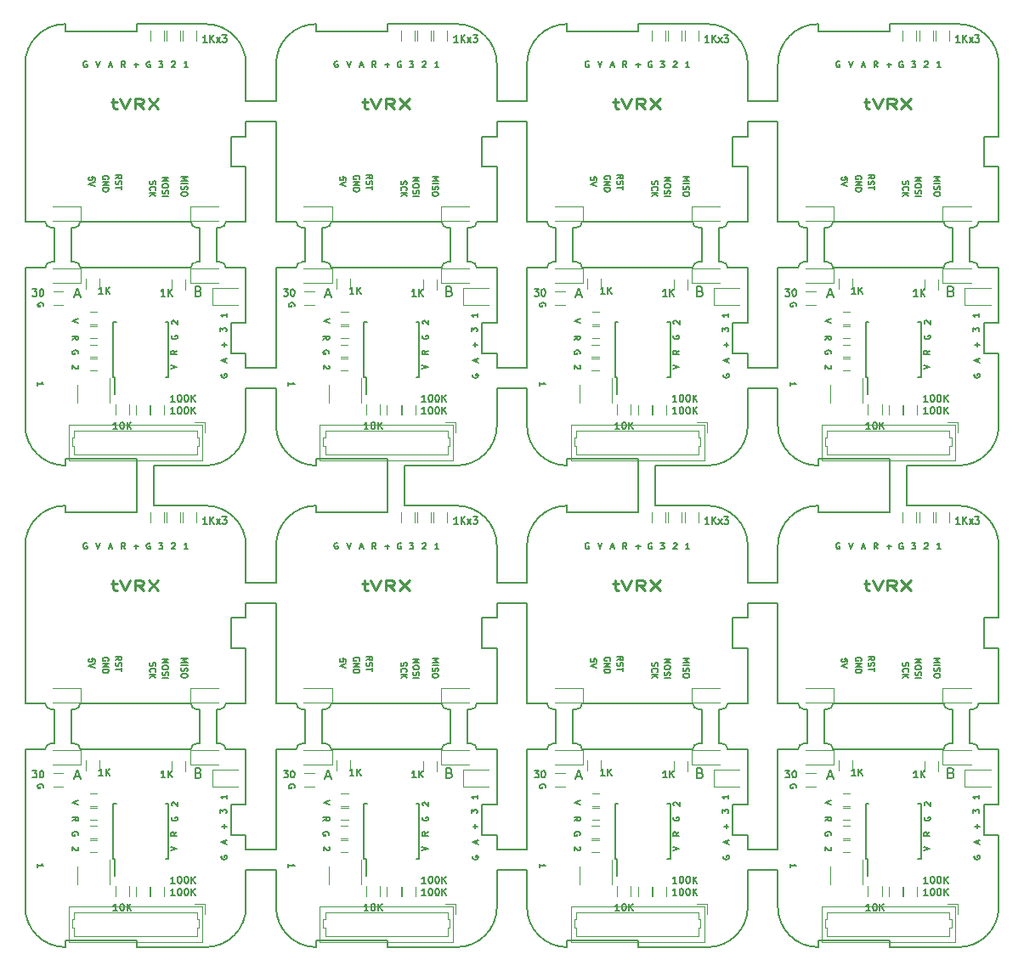
<source format=gbr>
%TF.GenerationSoftware,KiCad,Pcbnew,4.0.7*%
%TF.CreationDate,2018-06-19T18:29:04+03:00*%
%TF.ProjectId,TinyDiversityRX5808_panelized,54696E79446976657273697479525835,rev?*%
%TF.FileFunction,Legend,Top*%
%FSLAX46Y46*%
G04 Gerber Fmt 4.6, Leading zero omitted, Abs format (unit mm)*
G04 Created by KiCad (PCBNEW 4.0.7) date 06/19/18 18:29:04*
%MOMM*%
%LPD*%
G01*
G04 APERTURE LIST*
%ADD10C,0.100000*%
%ADD11C,0.150000*%
%ADD12C,0.175000*%
%ADD13C,0.250000*%
%ADD14C,0.120000*%
G04 APERTURE END LIST*
D10*
D11*
X214900000Y-63750000D02*
X214900000Y-67750000D01*
X216600000Y-67750000D02*
X221800000Y-67750000D01*
X216600000Y-63750000D02*
X216600000Y-67750000D01*
X221800000Y-63750000D02*
X216600000Y-63750000D01*
X191600000Y-63750000D02*
X191600000Y-67750000D01*
X196800000Y-63750000D02*
X191600000Y-63750000D01*
X189900000Y-63750000D02*
X189900000Y-67750000D01*
X191600000Y-67750000D02*
X196800000Y-67750000D01*
X166600000Y-67750000D02*
X171800000Y-67750000D01*
X171800000Y-63750000D02*
X166600000Y-63750000D01*
X164900000Y-63750000D02*
X164900000Y-67750000D01*
X166600000Y-63750000D02*
X166600000Y-67750000D01*
X141600000Y-67750000D02*
X146800000Y-67750000D01*
X141600000Y-63750000D02*
X146800000Y-63750000D01*
X141600000Y-63750000D02*
X141600000Y-67750000D01*
X139900000Y-63750000D02*
X139900000Y-67750000D01*
X134300000Y-63050000D02*
X137300000Y-63050000D01*
X150800000Y-52550000D02*
X149300000Y-52550000D01*
X149300000Y-52550000D02*
X149300000Y-49550000D01*
X149300000Y-49550000D02*
X150800000Y-49550000D01*
X150800000Y-49550000D02*
X150800000Y-44050000D01*
D12*
X133741905Y-46736667D02*
X134218096Y-46736667D01*
X133646667Y-47022381D02*
X133980000Y-46022381D01*
X134313334Y-47022381D01*
X146071429Y-46378571D02*
X146214286Y-46426190D01*
X146261905Y-46473810D01*
X146309524Y-46569048D01*
X146309524Y-46711905D01*
X146261905Y-46807143D01*
X146214286Y-46854762D01*
X146119048Y-46902381D01*
X145738095Y-46902381D01*
X145738095Y-45902381D01*
X146071429Y-45902381D01*
X146166667Y-45950000D01*
X146214286Y-45997619D01*
X146261905Y-46092857D01*
X146261905Y-46188095D01*
X146214286Y-46283333D01*
X146166667Y-46330952D01*
X146071429Y-46378571D01*
X145738095Y-46378571D01*
D11*
X148871429Y-48588571D02*
X148871429Y-48931428D01*
X148871429Y-48760000D02*
X148271429Y-48760000D01*
X148357143Y-48817143D01*
X148414286Y-48874285D01*
X148442857Y-48931428D01*
X148261429Y-50410000D02*
X148261429Y-50038571D01*
X148490000Y-50238571D01*
X148490000Y-50152857D01*
X148518571Y-50095714D01*
X148547143Y-50067143D01*
X148604286Y-50038571D01*
X148747143Y-50038571D01*
X148804286Y-50067143D01*
X148832857Y-50095714D01*
X148861429Y-50152857D01*
X148861429Y-50324285D01*
X148832857Y-50381428D01*
X148804286Y-50410000D01*
X148662857Y-51928571D02*
X148662857Y-51471428D01*
X148891429Y-51699999D02*
X148434286Y-51699999D01*
X148370000Y-54672857D02*
X148341429Y-54730000D01*
X148341429Y-54815714D01*
X148370000Y-54901429D01*
X148427143Y-54958571D01*
X148484286Y-54987143D01*
X148598571Y-55015714D01*
X148684286Y-55015714D01*
X148798571Y-54987143D01*
X148855714Y-54958571D01*
X148912857Y-54901429D01*
X148941429Y-54815714D01*
X148941429Y-54758571D01*
X148912857Y-54672857D01*
X148884286Y-54644286D01*
X148684286Y-54644286D01*
X148684286Y-54758571D01*
X143331429Y-54140000D02*
X143931429Y-53940000D01*
X143331429Y-53740000D01*
X143941429Y-52284286D02*
X143655714Y-52484286D01*
X143941429Y-52627143D02*
X143341429Y-52627143D01*
X143341429Y-52398571D01*
X143370000Y-52341429D01*
X143398571Y-52312857D01*
X143455714Y-52284286D01*
X143541429Y-52284286D01*
X143598571Y-52312857D01*
X143627143Y-52341429D01*
X143655714Y-52398571D01*
X143655714Y-52627143D01*
X143410000Y-50792857D02*
X143381429Y-50850000D01*
X143381429Y-50935714D01*
X143410000Y-51021429D01*
X143467143Y-51078571D01*
X143524286Y-51107143D01*
X143638571Y-51135714D01*
X143724286Y-51135714D01*
X143838571Y-51107143D01*
X143895714Y-51078571D01*
X143952857Y-51021429D01*
X143981429Y-50935714D01*
X143981429Y-50878571D01*
X143952857Y-50792857D01*
X143924286Y-50764286D01*
X143724286Y-50764286D01*
X143724286Y-50878571D01*
X143448571Y-49651428D02*
X143420000Y-49622857D01*
X143391429Y-49565714D01*
X143391429Y-49422857D01*
X143420000Y-49365714D01*
X143448571Y-49337143D01*
X143505714Y-49308571D01*
X143562857Y-49308571D01*
X143648571Y-49337143D01*
X143991429Y-49680000D01*
X143991429Y-49308571D01*
X130620000Y-47857143D02*
X130648571Y-47800000D01*
X130648571Y-47714286D01*
X130620000Y-47628571D01*
X130562857Y-47571429D01*
X130505714Y-47542857D01*
X130391429Y-47514286D01*
X130305714Y-47514286D01*
X130191429Y-47542857D01*
X130134286Y-47571429D01*
X130077143Y-47628571D01*
X130048571Y-47714286D01*
X130048571Y-47771429D01*
X130077143Y-47857143D01*
X130105714Y-47885714D01*
X130305714Y-47885714D01*
X130305714Y-47771429D01*
X134118571Y-49140000D02*
X133518571Y-49340000D01*
X134118571Y-49540000D01*
X133508571Y-51185714D02*
X133794286Y-50985714D01*
X133508571Y-50842857D02*
X134108571Y-50842857D01*
X134108571Y-51071429D01*
X134080000Y-51128571D01*
X134051429Y-51157143D01*
X133994286Y-51185714D01*
X133908571Y-51185714D01*
X133851429Y-51157143D01*
X133822857Y-51128571D01*
X133794286Y-51071429D01*
X133794286Y-50842857D01*
X134070000Y-52597143D02*
X134098571Y-52540000D01*
X134098571Y-52454286D01*
X134070000Y-52368571D01*
X134012857Y-52311429D01*
X133955714Y-52282857D01*
X133841429Y-52254286D01*
X133755714Y-52254286D01*
X133641429Y-52282857D01*
X133584286Y-52311429D01*
X133527143Y-52368571D01*
X133498571Y-52454286D01*
X133498571Y-52511429D01*
X133527143Y-52597143D01*
X133555714Y-52625714D01*
X133755714Y-52625714D01*
X133755714Y-52511429D01*
X130038571Y-55821429D02*
X130038571Y-55478572D01*
X130038571Y-55650000D02*
X130638571Y-55650000D01*
X130552857Y-55592857D01*
X130495714Y-55535715D01*
X130467143Y-55478572D01*
X134061429Y-53778572D02*
X134090000Y-53807143D01*
X134118571Y-53864286D01*
X134118571Y-54007143D01*
X134090000Y-54064286D01*
X134061429Y-54092857D01*
X134004286Y-54121429D01*
X133947143Y-54121429D01*
X133861429Y-54092857D01*
X133518571Y-53750000D01*
X133518571Y-54121429D01*
X148770000Y-53432857D02*
X148770000Y-53147143D01*
X148941429Y-53490000D02*
X148341429Y-53290000D01*
X148941429Y-53090000D01*
X139900000Y-63750000D02*
X139900000Y-63050000D01*
X139900000Y-63050000D02*
X137300000Y-63050000D01*
X146800000Y-63750000D02*
G75*
G03X150800000Y-59750000I0J4000000D01*
G01*
X128800000Y-59750000D02*
G75*
G03X132800000Y-63750000I4000000J0D01*
G01*
X128800000Y-59750000D02*
X128800000Y-44050000D01*
X132800000Y-63750000D02*
X132800000Y-63050000D01*
X132800000Y-63050000D02*
X134300000Y-63050000D01*
X129533333Y-46166667D02*
X129966666Y-46166667D01*
X129733333Y-46433333D01*
X129833333Y-46433333D01*
X129900000Y-46466667D01*
X129933333Y-46500000D01*
X129966666Y-46566667D01*
X129966666Y-46733333D01*
X129933333Y-46800000D01*
X129900000Y-46833333D01*
X129833333Y-46866667D01*
X129633333Y-46866667D01*
X129566666Y-46833333D01*
X129533333Y-46800000D01*
X130400000Y-46166667D02*
X130466667Y-46166667D01*
X130533333Y-46200000D01*
X130566667Y-46233333D01*
X130600000Y-46300000D01*
X130633333Y-46433333D01*
X130633333Y-46600000D01*
X130600000Y-46733333D01*
X130566667Y-46800000D01*
X130533333Y-46833333D01*
X130466667Y-46866667D01*
X130400000Y-46866667D01*
X130333333Y-46833333D01*
X130300000Y-46800000D01*
X130266667Y-46733333D01*
X130233333Y-46600000D01*
X130233333Y-46433333D01*
X130266667Y-46300000D01*
X130300000Y-46233333D01*
X130333333Y-46200000D01*
X130400000Y-46166667D01*
X137996666Y-60116667D02*
X137596666Y-60116667D01*
X137796666Y-60116667D02*
X137796666Y-59416667D01*
X137730000Y-59516667D01*
X137663333Y-59583333D01*
X137596666Y-59616667D01*
X138430000Y-59416667D02*
X138496667Y-59416667D01*
X138563333Y-59450000D01*
X138596667Y-59483333D01*
X138630000Y-59550000D01*
X138663333Y-59683333D01*
X138663333Y-59850000D01*
X138630000Y-59983333D01*
X138596667Y-60050000D01*
X138563333Y-60083333D01*
X138496667Y-60116667D01*
X138430000Y-60116667D01*
X138363333Y-60083333D01*
X138330000Y-60050000D01*
X138296667Y-59983333D01*
X138263333Y-59850000D01*
X138263333Y-59683333D01*
X138296667Y-59550000D01*
X138330000Y-59483333D01*
X138363333Y-59450000D01*
X138430000Y-59416667D01*
X138963334Y-60116667D02*
X138963334Y-59416667D01*
X139363334Y-60116667D02*
X139063334Y-59716667D01*
X139363334Y-59416667D02*
X138963334Y-59816667D01*
X143723333Y-57396667D02*
X143323333Y-57396667D01*
X143523333Y-57396667D02*
X143523333Y-56696667D01*
X143456667Y-56796667D01*
X143390000Y-56863333D01*
X143323333Y-56896667D01*
X144156667Y-56696667D02*
X144223334Y-56696667D01*
X144290000Y-56730000D01*
X144323334Y-56763333D01*
X144356667Y-56830000D01*
X144390000Y-56963333D01*
X144390000Y-57130000D01*
X144356667Y-57263333D01*
X144323334Y-57330000D01*
X144290000Y-57363333D01*
X144223334Y-57396667D01*
X144156667Y-57396667D01*
X144090000Y-57363333D01*
X144056667Y-57330000D01*
X144023334Y-57263333D01*
X143990000Y-57130000D01*
X143990000Y-56963333D01*
X144023334Y-56830000D01*
X144056667Y-56763333D01*
X144090000Y-56730000D01*
X144156667Y-56696667D01*
X144823334Y-56696667D02*
X144890001Y-56696667D01*
X144956667Y-56730000D01*
X144990001Y-56763333D01*
X145023334Y-56830000D01*
X145056667Y-56963333D01*
X145056667Y-57130000D01*
X145023334Y-57263333D01*
X144990001Y-57330000D01*
X144956667Y-57363333D01*
X144890001Y-57396667D01*
X144823334Y-57396667D01*
X144756667Y-57363333D01*
X144723334Y-57330000D01*
X144690001Y-57263333D01*
X144656667Y-57130000D01*
X144656667Y-56963333D01*
X144690001Y-56830000D01*
X144723334Y-56763333D01*
X144756667Y-56730000D01*
X144823334Y-56696667D01*
X145356668Y-57396667D02*
X145356668Y-56696667D01*
X145756668Y-57396667D02*
X145456668Y-56996667D01*
X145756668Y-56696667D02*
X145356668Y-57096667D01*
X143723333Y-58596667D02*
X143323333Y-58596667D01*
X143523333Y-58596667D02*
X143523333Y-57896667D01*
X143456667Y-57996667D01*
X143390000Y-58063333D01*
X143323333Y-58096667D01*
X144156667Y-57896667D02*
X144223334Y-57896667D01*
X144290000Y-57930000D01*
X144323334Y-57963333D01*
X144356667Y-58030000D01*
X144390000Y-58163333D01*
X144390000Y-58330000D01*
X144356667Y-58463333D01*
X144323334Y-58530000D01*
X144290000Y-58563333D01*
X144223334Y-58596667D01*
X144156667Y-58596667D01*
X144090000Y-58563333D01*
X144056667Y-58530000D01*
X144023334Y-58463333D01*
X143990000Y-58330000D01*
X143990000Y-58163333D01*
X144023334Y-58030000D01*
X144056667Y-57963333D01*
X144090000Y-57930000D01*
X144156667Y-57896667D01*
X144823334Y-57896667D02*
X144890001Y-57896667D01*
X144956667Y-57930000D01*
X144990001Y-57963333D01*
X145023334Y-58030000D01*
X145056667Y-58163333D01*
X145056667Y-58330000D01*
X145023334Y-58463333D01*
X144990001Y-58530000D01*
X144956667Y-58563333D01*
X144890001Y-58596667D01*
X144823334Y-58596667D01*
X144756667Y-58563333D01*
X144723334Y-58530000D01*
X144690001Y-58463333D01*
X144656667Y-58330000D01*
X144656667Y-58163333D01*
X144690001Y-58030000D01*
X144723334Y-57963333D01*
X144756667Y-57930000D01*
X144823334Y-57896667D01*
X145356668Y-58596667D02*
X145356668Y-57896667D01*
X145756668Y-58596667D02*
X145456668Y-58196667D01*
X145756668Y-57896667D02*
X145356668Y-58296667D01*
X142750000Y-46866667D02*
X142350000Y-46866667D01*
X142550000Y-46866667D02*
X142550000Y-46166667D01*
X142483334Y-46266667D01*
X142416667Y-46333333D01*
X142350000Y-46366667D01*
X143050001Y-46866667D02*
X143050001Y-46166667D01*
X143450001Y-46866667D02*
X143150001Y-46466667D01*
X143450001Y-46166667D02*
X143050001Y-46566667D01*
X136550000Y-46666667D02*
X136150000Y-46666667D01*
X136350000Y-46666667D02*
X136350000Y-45966667D01*
X136283334Y-46066667D01*
X136216667Y-46133333D01*
X136150000Y-46166667D01*
X136850001Y-46666667D02*
X136850001Y-45966667D01*
X137250001Y-46666667D02*
X136950001Y-46266667D01*
X137250001Y-45966667D02*
X136850001Y-46366667D01*
X131400000Y-43450000D02*
G75*
G03X130800000Y-44050000I0J-600000D01*
G01*
X134300000Y-44050000D02*
G75*
G03X133700000Y-43450000I-600000J0D01*
G01*
X145900000Y-43450000D02*
G75*
G03X145300000Y-44050000I0J-600000D01*
G01*
X148800000Y-44050000D02*
G75*
G03X148200000Y-43450000I-600000J0D01*
G01*
X130800000Y-44050000D02*
X128800000Y-44050000D01*
X148800000Y-44050000D02*
X150800000Y-44050000D01*
X173800000Y-44050000D02*
X175800000Y-44050000D01*
X155800000Y-44050000D02*
X153800000Y-44050000D01*
X173800000Y-44050000D02*
G75*
G03X173200000Y-43450000I-600000J0D01*
G01*
X170900000Y-43450000D02*
G75*
G03X170300000Y-44050000I0J-600000D01*
G01*
X159300000Y-44050000D02*
G75*
G03X158700000Y-43450000I-600000J0D01*
G01*
X156400000Y-43450000D02*
G75*
G03X155800000Y-44050000I0J-600000D01*
G01*
X161550000Y-46666667D02*
X161150000Y-46666667D01*
X161350000Y-46666667D02*
X161350000Y-45966667D01*
X161283334Y-46066667D01*
X161216667Y-46133333D01*
X161150000Y-46166667D01*
X161850001Y-46666667D02*
X161850001Y-45966667D01*
X162250001Y-46666667D02*
X161950001Y-46266667D01*
X162250001Y-45966667D02*
X161850001Y-46366667D01*
X167750000Y-46866667D02*
X167350000Y-46866667D01*
X167550000Y-46866667D02*
X167550000Y-46166667D01*
X167483334Y-46266667D01*
X167416667Y-46333333D01*
X167350000Y-46366667D01*
X168050001Y-46866667D02*
X168050001Y-46166667D01*
X168450001Y-46866667D02*
X168150001Y-46466667D01*
X168450001Y-46166667D02*
X168050001Y-46566667D01*
X168723333Y-57396667D02*
X168323333Y-57396667D01*
X168523333Y-57396667D02*
X168523333Y-56696667D01*
X168456667Y-56796667D01*
X168390000Y-56863333D01*
X168323333Y-56896667D01*
X169156667Y-56696667D02*
X169223334Y-56696667D01*
X169290000Y-56730000D01*
X169323334Y-56763333D01*
X169356667Y-56830000D01*
X169390000Y-56963333D01*
X169390000Y-57130000D01*
X169356667Y-57263333D01*
X169323334Y-57330000D01*
X169290000Y-57363333D01*
X169223334Y-57396667D01*
X169156667Y-57396667D01*
X169090000Y-57363333D01*
X169056667Y-57330000D01*
X169023334Y-57263333D01*
X168990000Y-57130000D01*
X168990000Y-56963333D01*
X169023334Y-56830000D01*
X169056667Y-56763333D01*
X169090000Y-56730000D01*
X169156667Y-56696667D01*
X169823334Y-56696667D02*
X169890001Y-56696667D01*
X169956667Y-56730000D01*
X169990001Y-56763333D01*
X170023334Y-56830000D01*
X170056667Y-56963333D01*
X170056667Y-57130000D01*
X170023334Y-57263333D01*
X169990001Y-57330000D01*
X169956667Y-57363333D01*
X169890001Y-57396667D01*
X169823334Y-57396667D01*
X169756667Y-57363333D01*
X169723334Y-57330000D01*
X169690001Y-57263333D01*
X169656667Y-57130000D01*
X169656667Y-56963333D01*
X169690001Y-56830000D01*
X169723334Y-56763333D01*
X169756667Y-56730000D01*
X169823334Y-56696667D01*
X170356668Y-57396667D02*
X170356668Y-56696667D01*
X170756668Y-57396667D02*
X170456668Y-56996667D01*
X170756668Y-56696667D02*
X170356668Y-57096667D01*
X168723333Y-58596667D02*
X168323333Y-58596667D01*
X168523333Y-58596667D02*
X168523333Y-57896667D01*
X168456667Y-57996667D01*
X168390000Y-58063333D01*
X168323333Y-58096667D01*
X169156667Y-57896667D02*
X169223334Y-57896667D01*
X169290000Y-57930000D01*
X169323334Y-57963333D01*
X169356667Y-58030000D01*
X169390000Y-58163333D01*
X169390000Y-58330000D01*
X169356667Y-58463333D01*
X169323334Y-58530000D01*
X169290000Y-58563333D01*
X169223334Y-58596667D01*
X169156667Y-58596667D01*
X169090000Y-58563333D01*
X169056667Y-58530000D01*
X169023334Y-58463333D01*
X168990000Y-58330000D01*
X168990000Y-58163333D01*
X169023334Y-58030000D01*
X169056667Y-57963333D01*
X169090000Y-57930000D01*
X169156667Y-57896667D01*
X169823334Y-57896667D02*
X169890001Y-57896667D01*
X169956667Y-57930000D01*
X169990001Y-57963333D01*
X170023334Y-58030000D01*
X170056667Y-58163333D01*
X170056667Y-58330000D01*
X170023334Y-58463333D01*
X169990001Y-58530000D01*
X169956667Y-58563333D01*
X169890001Y-58596667D01*
X169823334Y-58596667D01*
X169756667Y-58563333D01*
X169723334Y-58530000D01*
X169690001Y-58463333D01*
X169656667Y-58330000D01*
X169656667Y-58163333D01*
X169690001Y-58030000D01*
X169723334Y-57963333D01*
X169756667Y-57930000D01*
X169823334Y-57896667D01*
X170356668Y-58596667D02*
X170356668Y-57896667D01*
X170756668Y-58596667D02*
X170456668Y-58196667D01*
X170756668Y-57896667D02*
X170356668Y-58296667D01*
X162996666Y-60116667D02*
X162596666Y-60116667D01*
X162796666Y-60116667D02*
X162796666Y-59416667D01*
X162730000Y-59516667D01*
X162663333Y-59583333D01*
X162596666Y-59616667D01*
X163430000Y-59416667D02*
X163496667Y-59416667D01*
X163563333Y-59450000D01*
X163596667Y-59483333D01*
X163630000Y-59550000D01*
X163663333Y-59683333D01*
X163663333Y-59850000D01*
X163630000Y-59983333D01*
X163596667Y-60050000D01*
X163563333Y-60083333D01*
X163496667Y-60116667D01*
X163430000Y-60116667D01*
X163363333Y-60083333D01*
X163330000Y-60050000D01*
X163296667Y-59983333D01*
X163263333Y-59850000D01*
X163263333Y-59683333D01*
X163296667Y-59550000D01*
X163330000Y-59483333D01*
X163363333Y-59450000D01*
X163430000Y-59416667D01*
X163963334Y-60116667D02*
X163963334Y-59416667D01*
X164363334Y-60116667D02*
X164063334Y-59716667D01*
X164363334Y-59416667D02*
X163963334Y-59816667D01*
X154533333Y-46166667D02*
X154966666Y-46166667D01*
X154733333Y-46433333D01*
X154833333Y-46433333D01*
X154900000Y-46466667D01*
X154933333Y-46500000D01*
X154966666Y-46566667D01*
X154966666Y-46733333D01*
X154933333Y-46800000D01*
X154900000Y-46833333D01*
X154833333Y-46866667D01*
X154633333Y-46866667D01*
X154566666Y-46833333D01*
X154533333Y-46800000D01*
X155400000Y-46166667D02*
X155466667Y-46166667D01*
X155533333Y-46200000D01*
X155566667Y-46233333D01*
X155600000Y-46300000D01*
X155633333Y-46433333D01*
X155633333Y-46600000D01*
X155600000Y-46733333D01*
X155566667Y-46800000D01*
X155533333Y-46833333D01*
X155466667Y-46866667D01*
X155400000Y-46866667D01*
X155333333Y-46833333D01*
X155300000Y-46800000D01*
X155266667Y-46733333D01*
X155233333Y-46600000D01*
X155233333Y-46433333D01*
X155266667Y-46300000D01*
X155300000Y-46233333D01*
X155333333Y-46200000D01*
X155400000Y-46166667D01*
X157800000Y-63050000D02*
X159300000Y-63050000D01*
X157800000Y-63750000D02*
X157800000Y-63050000D01*
X153800000Y-59750000D02*
G75*
G03X157800000Y-63750000I4000000J0D01*
G01*
X171800000Y-63750000D02*
G75*
G03X175800000Y-59750000I0J4000000D01*
G01*
X164900000Y-63050000D02*
X162300000Y-63050000D01*
X164900000Y-63750000D02*
X164900000Y-63050000D01*
X173770000Y-53432857D02*
X173770000Y-53147143D01*
X173941429Y-53490000D02*
X173341429Y-53290000D01*
X173941429Y-53090000D01*
X159061429Y-53778572D02*
X159090000Y-53807143D01*
X159118571Y-53864286D01*
X159118571Y-54007143D01*
X159090000Y-54064286D01*
X159061429Y-54092857D01*
X159004286Y-54121429D01*
X158947143Y-54121429D01*
X158861429Y-54092857D01*
X158518571Y-53750000D01*
X158518571Y-54121429D01*
X155038571Y-55821429D02*
X155038571Y-55478572D01*
X155038571Y-55650000D02*
X155638571Y-55650000D01*
X155552857Y-55592857D01*
X155495714Y-55535715D01*
X155467143Y-55478572D01*
X159070000Y-52597143D02*
X159098571Y-52540000D01*
X159098571Y-52454286D01*
X159070000Y-52368571D01*
X159012857Y-52311429D01*
X158955714Y-52282857D01*
X158841429Y-52254286D01*
X158755714Y-52254286D01*
X158641429Y-52282857D01*
X158584286Y-52311429D01*
X158527143Y-52368571D01*
X158498571Y-52454286D01*
X158498571Y-52511429D01*
X158527143Y-52597143D01*
X158555714Y-52625714D01*
X158755714Y-52625714D01*
X158755714Y-52511429D01*
X158508571Y-51185714D02*
X158794286Y-50985714D01*
X158508571Y-50842857D02*
X159108571Y-50842857D01*
X159108571Y-51071429D01*
X159080000Y-51128571D01*
X159051429Y-51157143D01*
X158994286Y-51185714D01*
X158908571Y-51185714D01*
X158851429Y-51157143D01*
X158822857Y-51128571D01*
X158794286Y-51071429D01*
X158794286Y-50842857D01*
X159118571Y-49140000D02*
X158518571Y-49340000D01*
X159118571Y-49540000D01*
X155620000Y-47857143D02*
X155648571Y-47800000D01*
X155648571Y-47714286D01*
X155620000Y-47628571D01*
X155562857Y-47571429D01*
X155505714Y-47542857D01*
X155391429Y-47514286D01*
X155305714Y-47514286D01*
X155191429Y-47542857D01*
X155134286Y-47571429D01*
X155077143Y-47628571D01*
X155048571Y-47714286D01*
X155048571Y-47771429D01*
X155077143Y-47857143D01*
X155105714Y-47885714D01*
X155305714Y-47885714D01*
X155305714Y-47771429D01*
X168448571Y-49651428D02*
X168420000Y-49622857D01*
X168391429Y-49565714D01*
X168391429Y-49422857D01*
X168420000Y-49365714D01*
X168448571Y-49337143D01*
X168505714Y-49308571D01*
X168562857Y-49308571D01*
X168648571Y-49337143D01*
X168991429Y-49680000D01*
X168991429Y-49308571D01*
X168410000Y-50792857D02*
X168381429Y-50850000D01*
X168381429Y-50935714D01*
X168410000Y-51021429D01*
X168467143Y-51078571D01*
X168524286Y-51107143D01*
X168638571Y-51135714D01*
X168724286Y-51135714D01*
X168838571Y-51107143D01*
X168895714Y-51078571D01*
X168952857Y-51021429D01*
X168981429Y-50935714D01*
X168981429Y-50878571D01*
X168952857Y-50792857D01*
X168924286Y-50764286D01*
X168724286Y-50764286D01*
X168724286Y-50878571D01*
X168941429Y-52284286D02*
X168655714Y-52484286D01*
X168941429Y-52627143D02*
X168341429Y-52627143D01*
X168341429Y-52398571D01*
X168370000Y-52341429D01*
X168398571Y-52312857D01*
X168455714Y-52284286D01*
X168541429Y-52284286D01*
X168598571Y-52312857D01*
X168627143Y-52341429D01*
X168655714Y-52398571D01*
X168655714Y-52627143D01*
X168331429Y-54140000D02*
X168931429Y-53940000D01*
X168331429Y-53740000D01*
X173370000Y-54672857D02*
X173341429Y-54730000D01*
X173341429Y-54815714D01*
X173370000Y-54901429D01*
X173427143Y-54958571D01*
X173484286Y-54987143D01*
X173598571Y-55015714D01*
X173684286Y-55015714D01*
X173798571Y-54987143D01*
X173855714Y-54958571D01*
X173912857Y-54901429D01*
X173941429Y-54815714D01*
X173941429Y-54758571D01*
X173912857Y-54672857D01*
X173884286Y-54644286D01*
X173684286Y-54644286D01*
X173684286Y-54758571D01*
X173662857Y-51928571D02*
X173662857Y-51471428D01*
X173891429Y-51699999D02*
X173434286Y-51699999D01*
X173261429Y-50410000D02*
X173261429Y-50038571D01*
X173490000Y-50238571D01*
X173490000Y-50152857D01*
X173518571Y-50095714D01*
X173547143Y-50067143D01*
X173604286Y-50038571D01*
X173747143Y-50038571D01*
X173804286Y-50067143D01*
X173832857Y-50095714D01*
X173861429Y-50152857D01*
X173861429Y-50324285D01*
X173832857Y-50381428D01*
X173804286Y-50410000D01*
X173871429Y-48588571D02*
X173871429Y-48931428D01*
X173871429Y-48760000D02*
X173271429Y-48760000D01*
X173357143Y-48817143D01*
X173414286Y-48874285D01*
X173442857Y-48931428D01*
D12*
X171071429Y-46378571D02*
X171214286Y-46426190D01*
X171261905Y-46473810D01*
X171309524Y-46569048D01*
X171309524Y-46711905D01*
X171261905Y-46807143D01*
X171214286Y-46854762D01*
X171119048Y-46902381D01*
X170738095Y-46902381D01*
X170738095Y-45902381D01*
X171071429Y-45902381D01*
X171166667Y-45950000D01*
X171214286Y-45997619D01*
X171261905Y-46092857D01*
X171261905Y-46188095D01*
X171214286Y-46283333D01*
X171166667Y-46330952D01*
X171071429Y-46378571D01*
X170738095Y-46378571D01*
X158741905Y-46736667D02*
X159218096Y-46736667D01*
X158646667Y-47022381D02*
X158980000Y-46022381D01*
X159313334Y-47022381D01*
D11*
X175800000Y-49550000D02*
X175800000Y-44050000D01*
X174300000Y-49550000D02*
X175800000Y-49550000D01*
X174300000Y-52550000D02*
X174300000Y-49550000D01*
X175800000Y-52550000D02*
X174300000Y-52550000D01*
X159300000Y-63050000D02*
X162300000Y-63050000D01*
X184300000Y-63050000D02*
X187300000Y-63050000D01*
X200800000Y-52550000D02*
X199300000Y-52550000D01*
X199300000Y-52550000D02*
X199300000Y-49550000D01*
X199300000Y-49550000D02*
X200800000Y-49550000D01*
X200800000Y-49550000D02*
X200800000Y-44050000D01*
D12*
X183741905Y-46736667D02*
X184218096Y-46736667D01*
X183646667Y-47022381D02*
X183980000Y-46022381D01*
X184313334Y-47022381D01*
X196071429Y-46378571D02*
X196214286Y-46426190D01*
X196261905Y-46473810D01*
X196309524Y-46569048D01*
X196309524Y-46711905D01*
X196261905Y-46807143D01*
X196214286Y-46854762D01*
X196119048Y-46902381D01*
X195738095Y-46902381D01*
X195738095Y-45902381D01*
X196071429Y-45902381D01*
X196166667Y-45950000D01*
X196214286Y-45997619D01*
X196261905Y-46092857D01*
X196261905Y-46188095D01*
X196214286Y-46283333D01*
X196166667Y-46330952D01*
X196071429Y-46378571D01*
X195738095Y-46378571D01*
D11*
X198871429Y-48588571D02*
X198871429Y-48931428D01*
X198871429Y-48760000D02*
X198271429Y-48760000D01*
X198357143Y-48817143D01*
X198414286Y-48874285D01*
X198442857Y-48931428D01*
X198261429Y-50410000D02*
X198261429Y-50038571D01*
X198490000Y-50238571D01*
X198490000Y-50152857D01*
X198518571Y-50095714D01*
X198547143Y-50067143D01*
X198604286Y-50038571D01*
X198747143Y-50038571D01*
X198804286Y-50067143D01*
X198832857Y-50095714D01*
X198861429Y-50152857D01*
X198861429Y-50324285D01*
X198832857Y-50381428D01*
X198804286Y-50410000D01*
X198662857Y-51928571D02*
X198662857Y-51471428D01*
X198891429Y-51699999D02*
X198434286Y-51699999D01*
X198370000Y-54672857D02*
X198341429Y-54730000D01*
X198341429Y-54815714D01*
X198370000Y-54901429D01*
X198427143Y-54958571D01*
X198484286Y-54987143D01*
X198598571Y-55015714D01*
X198684286Y-55015714D01*
X198798571Y-54987143D01*
X198855714Y-54958571D01*
X198912857Y-54901429D01*
X198941429Y-54815714D01*
X198941429Y-54758571D01*
X198912857Y-54672857D01*
X198884286Y-54644286D01*
X198684286Y-54644286D01*
X198684286Y-54758571D01*
X193331429Y-54140000D02*
X193931429Y-53940000D01*
X193331429Y-53740000D01*
X193941429Y-52284286D02*
X193655714Y-52484286D01*
X193941429Y-52627143D02*
X193341429Y-52627143D01*
X193341429Y-52398571D01*
X193370000Y-52341429D01*
X193398571Y-52312857D01*
X193455714Y-52284286D01*
X193541429Y-52284286D01*
X193598571Y-52312857D01*
X193627143Y-52341429D01*
X193655714Y-52398571D01*
X193655714Y-52627143D01*
X193410000Y-50792857D02*
X193381429Y-50850000D01*
X193381429Y-50935714D01*
X193410000Y-51021429D01*
X193467143Y-51078571D01*
X193524286Y-51107143D01*
X193638571Y-51135714D01*
X193724286Y-51135714D01*
X193838571Y-51107143D01*
X193895714Y-51078571D01*
X193952857Y-51021429D01*
X193981429Y-50935714D01*
X193981429Y-50878571D01*
X193952857Y-50792857D01*
X193924286Y-50764286D01*
X193724286Y-50764286D01*
X193724286Y-50878571D01*
X193448571Y-49651428D02*
X193420000Y-49622857D01*
X193391429Y-49565714D01*
X193391429Y-49422857D01*
X193420000Y-49365714D01*
X193448571Y-49337143D01*
X193505714Y-49308571D01*
X193562857Y-49308571D01*
X193648571Y-49337143D01*
X193991429Y-49680000D01*
X193991429Y-49308571D01*
X180620000Y-47857143D02*
X180648571Y-47800000D01*
X180648571Y-47714286D01*
X180620000Y-47628571D01*
X180562857Y-47571429D01*
X180505714Y-47542857D01*
X180391429Y-47514286D01*
X180305714Y-47514286D01*
X180191429Y-47542857D01*
X180134286Y-47571429D01*
X180077143Y-47628571D01*
X180048571Y-47714286D01*
X180048571Y-47771429D01*
X180077143Y-47857143D01*
X180105714Y-47885714D01*
X180305714Y-47885714D01*
X180305714Y-47771429D01*
X184118571Y-49140000D02*
X183518571Y-49340000D01*
X184118571Y-49540000D01*
X183508571Y-51185714D02*
X183794286Y-50985714D01*
X183508571Y-50842857D02*
X184108571Y-50842857D01*
X184108571Y-51071429D01*
X184080000Y-51128571D01*
X184051429Y-51157143D01*
X183994286Y-51185714D01*
X183908571Y-51185714D01*
X183851429Y-51157143D01*
X183822857Y-51128571D01*
X183794286Y-51071429D01*
X183794286Y-50842857D01*
X184070000Y-52597143D02*
X184098571Y-52540000D01*
X184098571Y-52454286D01*
X184070000Y-52368571D01*
X184012857Y-52311429D01*
X183955714Y-52282857D01*
X183841429Y-52254286D01*
X183755714Y-52254286D01*
X183641429Y-52282857D01*
X183584286Y-52311429D01*
X183527143Y-52368571D01*
X183498571Y-52454286D01*
X183498571Y-52511429D01*
X183527143Y-52597143D01*
X183555714Y-52625714D01*
X183755714Y-52625714D01*
X183755714Y-52511429D01*
X180038571Y-55821429D02*
X180038571Y-55478572D01*
X180038571Y-55650000D02*
X180638571Y-55650000D01*
X180552857Y-55592857D01*
X180495714Y-55535715D01*
X180467143Y-55478572D01*
X184061429Y-53778572D02*
X184090000Y-53807143D01*
X184118571Y-53864286D01*
X184118571Y-54007143D01*
X184090000Y-54064286D01*
X184061429Y-54092857D01*
X184004286Y-54121429D01*
X183947143Y-54121429D01*
X183861429Y-54092857D01*
X183518571Y-53750000D01*
X183518571Y-54121429D01*
X198770000Y-53432857D02*
X198770000Y-53147143D01*
X198941429Y-53490000D02*
X198341429Y-53290000D01*
X198941429Y-53090000D01*
X189900000Y-63750000D02*
X189900000Y-63050000D01*
X189900000Y-63050000D02*
X187300000Y-63050000D01*
X196800000Y-63750000D02*
G75*
G03X200800000Y-59750000I0J4000000D01*
G01*
X178800000Y-59750000D02*
G75*
G03X182800000Y-63750000I4000000J0D01*
G01*
X182800000Y-63750000D02*
X182800000Y-63050000D01*
X182800000Y-63050000D02*
X184300000Y-63050000D01*
X179533333Y-46166667D02*
X179966666Y-46166667D01*
X179733333Y-46433333D01*
X179833333Y-46433333D01*
X179900000Y-46466667D01*
X179933333Y-46500000D01*
X179966666Y-46566667D01*
X179966666Y-46733333D01*
X179933333Y-46800000D01*
X179900000Y-46833333D01*
X179833333Y-46866667D01*
X179633333Y-46866667D01*
X179566666Y-46833333D01*
X179533333Y-46800000D01*
X180400000Y-46166667D02*
X180466667Y-46166667D01*
X180533333Y-46200000D01*
X180566667Y-46233333D01*
X180600000Y-46300000D01*
X180633333Y-46433333D01*
X180633333Y-46600000D01*
X180600000Y-46733333D01*
X180566667Y-46800000D01*
X180533333Y-46833333D01*
X180466667Y-46866667D01*
X180400000Y-46866667D01*
X180333333Y-46833333D01*
X180300000Y-46800000D01*
X180266667Y-46733333D01*
X180233333Y-46600000D01*
X180233333Y-46433333D01*
X180266667Y-46300000D01*
X180300000Y-46233333D01*
X180333333Y-46200000D01*
X180400000Y-46166667D01*
X187996666Y-60116667D02*
X187596666Y-60116667D01*
X187796666Y-60116667D02*
X187796666Y-59416667D01*
X187730000Y-59516667D01*
X187663333Y-59583333D01*
X187596666Y-59616667D01*
X188430000Y-59416667D02*
X188496667Y-59416667D01*
X188563333Y-59450000D01*
X188596667Y-59483333D01*
X188630000Y-59550000D01*
X188663333Y-59683333D01*
X188663333Y-59850000D01*
X188630000Y-59983333D01*
X188596667Y-60050000D01*
X188563333Y-60083333D01*
X188496667Y-60116667D01*
X188430000Y-60116667D01*
X188363333Y-60083333D01*
X188330000Y-60050000D01*
X188296667Y-59983333D01*
X188263333Y-59850000D01*
X188263333Y-59683333D01*
X188296667Y-59550000D01*
X188330000Y-59483333D01*
X188363333Y-59450000D01*
X188430000Y-59416667D01*
X188963334Y-60116667D02*
X188963334Y-59416667D01*
X189363334Y-60116667D02*
X189063334Y-59716667D01*
X189363334Y-59416667D02*
X188963334Y-59816667D01*
X193723333Y-57396667D02*
X193323333Y-57396667D01*
X193523333Y-57396667D02*
X193523333Y-56696667D01*
X193456667Y-56796667D01*
X193390000Y-56863333D01*
X193323333Y-56896667D01*
X194156667Y-56696667D02*
X194223334Y-56696667D01*
X194290000Y-56730000D01*
X194323334Y-56763333D01*
X194356667Y-56830000D01*
X194390000Y-56963333D01*
X194390000Y-57130000D01*
X194356667Y-57263333D01*
X194323334Y-57330000D01*
X194290000Y-57363333D01*
X194223334Y-57396667D01*
X194156667Y-57396667D01*
X194090000Y-57363333D01*
X194056667Y-57330000D01*
X194023334Y-57263333D01*
X193990000Y-57130000D01*
X193990000Y-56963333D01*
X194023334Y-56830000D01*
X194056667Y-56763333D01*
X194090000Y-56730000D01*
X194156667Y-56696667D01*
X194823334Y-56696667D02*
X194890001Y-56696667D01*
X194956667Y-56730000D01*
X194990001Y-56763333D01*
X195023334Y-56830000D01*
X195056667Y-56963333D01*
X195056667Y-57130000D01*
X195023334Y-57263333D01*
X194990001Y-57330000D01*
X194956667Y-57363333D01*
X194890001Y-57396667D01*
X194823334Y-57396667D01*
X194756667Y-57363333D01*
X194723334Y-57330000D01*
X194690001Y-57263333D01*
X194656667Y-57130000D01*
X194656667Y-56963333D01*
X194690001Y-56830000D01*
X194723334Y-56763333D01*
X194756667Y-56730000D01*
X194823334Y-56696667D01*
X195356668Y-57396667D02*
X195356668Y-56696667D01*
X195756668Y-57396667D02*
X195456668Y-56996667D01*
X195756668Y-56696667D02*
X195356668Y-57096667D01*
X193723333Y-58596667D02*
X193323333Y-58596667D01*
X193523333Y-58596667D02*
X193523333Y-57896667D01*
X193456667Y-57996667D01*
X193390000Y-58063333D01*
X193323333Y-58096667D01*
X194156667Y-57896667D02*
X194223334Y-57896667D01*
X194290000Y-57930000D01*
X194323334Y-57963333D01*
X194356667Y-58030000D01*
X194390000Y-58163333D01*
X194390000Y-58330000D01*
X194356667Y-58463333D01*
X194323334Y-58530000D01*
X194290000Y-58563333D01*
X194223334Y-58596667D01*
X194156667Y-58596667D01*
X194090000Y-58563333D01*
X194056667Y-58530000D01*
X194023334Y-58463333D01*
X193990000Y-58330000D01*
X193990000Y-58163333D01*
X194023334Y-58030000D01*
X194056667Y-57963333D01*
X194090000Y-57930000D01*
X194156667Y-57896667D01*
X194823334Y-57896667D02*
X194890001Y-57896667D01*
X194956667Y-57930000D01*
X194990001Y-57963333D01*
X195023334Y-58030000D01*
X195056667Y-58163333D01*
X195056667Y-58330000D01*
X195023334Y-58463333D01*
X194990001Y-58530000D01*
X194956667Y-58563333D01*
X194890001Y-58596667D01*
X194823334Y-58596667D01*
X194756667Y-58563333D01*
X194723334Y-58530000D01*
X194690001Y-58463333D01*
X194656667Y-58330000D01*
X194656667Y-58163333D01*
X194690001Y-58030000D01*
X194723334Y-57963333D01*
X194756667Y-57930000D01*
X194823334Y-57896667D01*
X195356668Y-58596667D02*
X195356668Y-57896667D01*
X195756668Y-58596667D02*
X195456668Y-58196667D01*
X195756668Y-57896667D02*
X195356668Y-58296667D01*
X192750000Y-46866667D02*
X192350000Y-46866667D01*
X192550000Y-46866667D02*
X192550000Y-46166667D01*
X192483334Y-46266667D01*
X192416667Y-46333333D01*
X192350000Y-46366667D01*
X193050001Y-46866667D02*
X193050001Y-46166667D01*
X193450001Y-46866667D02*
X193150001Y-46466667D01*
X193450001Y-46166667D02*
X193050001Y-46566667D01*
X186550000Y-46666667D02*
X186150000Y-46666667D01*
X186350000Y-46666667D02*
X186350000Y-45966667D01*
X186283334Y-46066667D01*
X186216667Y-46133333D01*
X186150000Y-46166667D01*
X186850001Y-46666667D02*
X186850001Y-45966667D01*
X187250001Y-46666667D02*
X186950001Y-46266667D01*
X187250001Y-45966667D02*
X186850001Y-46366667D01*
X181400000Y-43450000D02*
G75*
G03X180800000Y-44050000I0J-600000D01*
G01*
X184300000Y-44050000D02*
G75*
G03X183700000Y-43450000I-600000J0D01*
G01*
X195900000Y-43450000D02*
G75*
G03X195300000Y-44050000I0J-600000D01*
G01*
X198800000Y-44050000D02*
G75*
G03X198200000Y-43450000I-600000J0D01*
G01*
X180800000Y-44050000D02*
X178800000Y-44050000D01*
X184300000Y-44050000D02*
X195300000Y-44050000D01*
X198800000Y-44050000D02*
X200800000Y-44050000D01*
X223800000Y-44050000D02*
X225800000Y-44050000D01*
X209300000Y-44050000D02*
X220300000Y-44050000D01*
X205800000Y-44050000D02*
X203800000Y-44050000D01*
X223800000Y-44050000D02*
G75*
G03X223200000Y-43450000I-600000J0D01*
G01*
X220900000Y-43450000D02*
G75*
G03X220300000Y-44050000I0J-600000D01*
G01*
X209300000Y-44050000D02*
G75*
G03X208700000Y-43450000I-600000J0D01*
G01*
X206400000Y-43450000D02*
G75*
G03X205800000Y-44050000I0J-600000D01*
G01*
X211550000Y-46666667D02*
X211150000Y-46666667D01*
X211350000Y-46666667D02*
X211350000Y-45966667D01*
X211283334Y-46066667D01*
X211216667Y-46133333D01*
X211150000Y-46166667D01*
X211850001Y-46666667D02*
X211850001Y-45966667D01*
X212250001Y-46666667D02*
X211950001Y-46266667D01*
X212250001Y-45966667D02*
X211850001Y-46366667D01*
X217750000Y-46866667D02*
X217350000Y-46866667D01*
X217550000Y-46866667D02*
X217550000Y-46166667D01*
X217483334Y-46266667D01*
X217416667Y-46333333D01*
X217350000Y-46366667D01*
X218050001Y-46866667D02*
X218050001Y-46166667D01*
X218450001Y-46866667D02*
X218150001Y-46466667D01*
X218450001Y-46166667D02*
X218050001Y-46566667D01*
X218723333Y-57396667D02*
X218323333Y-57396667D01*
X218523333Y-57396667D02*
X218523333Y-56696667D01*
X218456667Y-56796667D01*
X218390000Y-56863333D01*
X218323333Y-56896667D01*
X219156667Y-56696667D02*
X219223334Y-56696667D01*
X219290000Y-56730000D01*
X219323334Y-56763333D01*
X219356667Y-56830000D01*
X219390000Y-56963333D01*
X219390000Y-57130000D01*
X219356667Y-57263333D01*
X219323334Y-57330000D01*
X219290000Y-57363333D01*
X219223334Y-57396667D01*
X219156667Y-57396667D01*
X219090000Y-57363333D01*
X219056667Y-57330000D01*
X219023334Y-57263333D01*
X218990000Y-57130000D01*
X218990000Y-56963333D01*
X219023334Y-56830000D01*
X219056667Y-56763333D01*
X219090000Y-56730000D01*
X219156667Y-56696667D01*
X219823334Y-56696667D02*
X219890001Y-56696667D01*
X219956667Y-56730000D01*
X219990001Y-56763333D01*
X220023334Y-56830000D01*
X220056667Y-56963333D01*
X220056667Y-57130000D01*
X220023334Y-57263333D01*
X219990001Y-57330000D01*
X219956667Y-57363333D01*
X219890001Y-57396667D01*
X219823334Y-57396667D01*
X219756667Y-57363333D01*
X219723334Y-57330000D01*
X219690001Y-57263333D01*
X219656667Y-57130000D01*
X219656667Y-56963333D01*
X219690001Y-56830000D01*
X219723334Y-56763333D01*
X219756667Y-56730000D01*
X219823334Y-56696667D01*
X220356668Y-57396667D02*
X220356668Y-56696667D01*
X220756668Y-57396667D02*
X220456668Y-56996667D01*
X220756668Y-56696667D02*
X220356668Y-57096667D01*
X218723333Y-58596667D02*
X218323333Y-58596667D01*
X218523333Y-58596667D02*
X218523333Y-57896667D01*
X218456667Y-57996667D01*
X218390000Y-58063333D01*
X218323333Y-58096667D01*
X219156667Y-57896667D02*
X219223334Y-57896667D01*
X219290000Y-57930000D01*
X219323334Y-57963333D01*
X219356667Y-58030000D01*
X219390000Y-58163333D01*
X219390000Y-58330000D01*
X219356667Y-58463333D01*
X219323334Y-58530000D01*
X219290000Y-58563333D01*
X219223334Y-58596667D01*
X219156667Y-58596667D01*
X219090000Y-58563333D01*
X219056667Y-58530000D01*
X219023334Y-58463333D01*
X218990000Y-58330000D01*
X218990000Y-58163333D01*
X219023334Y-58030000D01*
X219056667Y-57963333D01*
X219090000Y-57930000D01*
X219156667Y-57896667D01*
X219823334Y-57896667D02*
X219890001Y-57896667D01*
X219956667Y-57930000D01*
X219990001Y-57963333D01*
X220023334Y-58030000D01*
X220056667Y-58163333D01*
X220056667Y-58330000D01*
X220023334Y-58463333D01*
X219990001Y-58530000D01*
X219956667Y-58563333D01*
X219890001Y-58596667D01*
X219823334Y-58596667D01*
X219756667Y-58563333D01*
X219723334Y-58530000D01*
X219690001Y-58463333D01*
X219656667Y-58330000D01*
X219656667Y-58163333D01*
X219690001Y-58030000D01*
X219723334Y-57963333D01*
X219756667Y-57930000D01*
X219823334Y-57896667D01*
X220356668Y-58596667D02*
X220356668Y-57896667D01*
X220756668Y-58596667D02*
X220456668Y-58196667D01*
X220756668Y-57896667D02*
X220356668Y-58296667D01*
X212996666Y-60116667D02*
X212596666Y-60116667D01*
X212796666Y-60116667D02*
X212796666Y-59416667D01*
X212730000Y-59516667D01*
X212663333Y-59583333D01*
X212596666Y-59616667D01*
X213430000Y-59416667D02*
X213496667Y-59416667D01*
X213563333Y-59450000D01*
X213596667Y-59483333D01*
X213630000Y-59550000D01*
X213663333Y-59683333D01*
X213663333Y-59850000D01*
X213630000Y-59983333D01*
X213596667Y-60050000D01*
X213563333Y-60083333D01*
X213496667Y-60116667D01*
X213430000Y-60116667D01*
X213363333Y-60083333D01*
X213330000Y-60050000D01*
X213296667Y-59983333D01*
X213263333Y-59850000D01*
X213263333Y-59683333D01*
X213296667Y-59550000D01*
X213330000Y-59483333D01*
X213363333Y-59450000D01*
X213430000Y-59416667D01*
X213963334Y-60116667D02*
X213963334Y-59416667D01*
X214363334Y-60116667D02*
X214063334Y-59716667D01*
X214363334Y-59416667D02*
X213963334Y-59816667D01*
X204533333Y-46166667D02*
X204966666Y-46166667D01*
X204733333Y-46433333D01*
X204833333Y-46433333D01*
X204900000Y-46466667D01*
X204933333Y-46500000D01*
X204966666Y-46566667D01*
X204966666Y-46733333D01*
X204933333Y-46800000D01*
X204900000Y-46833333D01*
X204833333Y-46866667D01*
X204633333Y-46866667D01*
X204566666Y-46833333D01*
X204533333Y-46800000D01*
X205400000Y-46166667D02*
X205466667Y-46166667D01*
X205533333Y-46200000D01*
X205566667Y-46233333D01*
X205600000Y-46300000D01*
X205633333Y-46433333D01*
X205633333Y-46600000D01*
X205600000Y-46733333D01*
X205566667Y-46800000D01*
X205533333Y-46833333D01*
X205466667Y-46866667D01*
X205400000Y-46866667D01*
X205333333Y-46833333D01*
X205300000Y-46800000D01*
X205266667Y-46733333D01*
X205233333Y-46600000D01*
X205233333Y-46433333D01*
X205266667Y-46300000D01*
X205300000Y-46233333D01*
X205333333Y-46200000D01*
X205400000Y-46166667D01*
X207800000Y-63050000D02*
X209300000Y-63050000D01*
X207800000Y-63750000D02*
X207800000Y-63050000D01*
X203800000Y-59750000D02*
G75*
G03X207800000Y-63750000I4000000J0D01*
G01*
X225800000Y-59750000D02*
X225800000Y-52550000D01*
X221800000Y-63750000D02*
G75*
G03X225800000Y-59750000I0J4000000D01*
G01*
X214900000Y-63050000D02*
X212300000Y-63050000D01*
X214900000Y-63750000D02*
X214900000Y-63050000D01*
X223770000Y-53432857D02*
X223770000Y-53147143D01*
X223941429Y-53490000D02*
X223341429Y-53290000D01*
X223941429Y-53090000D01*
X209061429Y-53778572D02*
X209090000Y-53807143D01*
X209118571Y-53864286D01*
X209118571Y-54007143D01*
X209090000Y-54064286D01*
X209061429Y-54092857D01*
X209004286Y-54121429D01*
X208947143Y-54121429D01*
X208861429Y-54092857D01*
X208518571Y-53750000D01*
X208518571Y-54121429D01*
X205038571Y-55821429D02*
X205038571Y-55478572D01*
X205038571Y-55650000D02*
X205638571Y-55650000D01*
X205552857Y-55592857D01*
X205495714Y-55535715D01*
X205467143Y-55478572D01*
X209070000Y-52597143D02*
X209098571Y-52540000D01*
X209098571Y-52454286D01*
X209070000Y-52368571D01*
X209012857Y-52311429D01*
X208955714Y-52282857D01*
X208841429Y-52254286D01*
X208755714Y-52254286D01*
X208641429Y-52282857D01*
X208584286Y-52311429D01*
X208527143Y-52368571D01*
X208498571Y-52454286D01*
X208498571Y-52511429D01*
X208527143Y-52597143D01*
X208555714Y-52625714D01*
X208755714Y-52625714D01*
X208755714Y-52511429D01*
X208508571Y-51185714D02*
X208794286Y-50985714D01*
X208508571Y-50842857D02*
X209108571Y-50842857D01*
X209108571Y-51071429D01*
X209080000Y-51128571D01*
X209051429Y-51157143D01*
X208994286Y-51185714D01*
X208908571Y-51185714D01*
X208851429Y-51157143D01*
X208822857Y-51128571D01*
X208794286Y-51071429D01*
X208794286Y-50842857D01*
X209118571Y-49140000D02*
X208518571Y-49340000D01*
X209118571Y-49540000D01*
X205620000Y-47857143D02*
X205648571Y-47800000D01*
X205648571Y-47714286D01*
X205620000Y-47628571D01*
X205562857Y-47571429D01*
X205505714Y-47542857D01*
X205391429Y-47514286D01*
X205305714Y-47514286D01*
X205191429Y-47542857D01*
X205134286Y-47571429D01*
X205077143Y-47628571D01*
X205048571Y-47714286D01*
X205048571Y-47771429D01*
X205077143Y-47857143D01*
X205105714Y-47885714D01*
X205305714Y-47885714D01*
X205305714Y-47771429D01*
X218448571Y-49651428D02*
X218420000Y-49622857D01*
X218391429Y-49565714D01*
X218391429Y-49422857D01*
X218420000Y-49365714D01*
X218448571Y-49337143D01*
X218505714Y-49308571D01*
X218562857Y-49308571D01*
X218648571Y-49337143D01*
X218991429Y-49680000D01*
X218991429Y-49308571D01*
X218410000Y-50792857D02*
X218381429Y-50850000D01*
X218381429Y-50935714D01*
X218410000Y-51021429D01*
X218467143Y-51078571D01*
X218524286Y-51107143D01*
X218638571Y-51135714D01*
X218724286Y-51135714D01*
X218838571Y-51107143D01*
X218895714Y-51078571D01*
X218952857Y-51021429D01*
X218981429Y-50935714D01*
X218981429Y-50878571D01*
X218952857Y-50792857D01*
X218924286Y-50764286D01*
X218724286Y-50764286D01*
X218724286Y-50878571D01*
X218941429Y-52284286D02*
X218655714Y-52484286D01*
X218941429Y-52627143D02*
X218341429Y-52627143D01*
X218341429Y-52398571D01*
X218370000Y-52341429D01*
X218398571Y-52312857D01*
X218455714Y-52284286D01*
X218541429Y-52284286D01*
X218598571Y-52312857D01*
X218627143Y-52341429D01*
X218655714Y-52398571D01*
X218655714Y-52627143D01*
X218331429Y-54140000D02*
X218931429Y-53940000D01*
X218331429Y-53740000D01*
X223370000Y-54672857D02*
X223341429Y-54730000D01*
X223341429Y-54815714D01*
X223370000Y-54901429D01*
X223427143Y-54958571D01*
X223484286Y-54987143D01*
X223598571Y-55015714D01*
X223684286Y-55015714D01*
X223798571Y-54987143D01*
X223855714Y-54958571D01*
X223912857Y-54901429D01*
X223941429Y-54815714D01*
X223941429Y-54758571D01*
X223912857Y-54672857D01*
X223884286Y-54644286D01*
X223684286Y-54644286D01*
X223684286Y-54758571D01*
X223662857Y-51928571D02*
X223662857Y-51471428D01*
X223891429Y-51699999D02*
X223434286Y-51699999D01*
X223261429Y-50410000D02*
X223261429Y-50038571D01*
X223490000Y-50238571D01*
X223490000Y-50152857D01*
X223518571Y-50095714D01*
X223547143Y-50067143D01*
X223604286Y-50038571D01*
X223747143Y-50038571D01*
X223804286Y-50067143D01*
X223832857Y-50095714D01*
X223861429Y-50152857D01*
X223861429Y-50324285D01*
X223832857Y-50381428D01*
X223804286Y-50410000D01*
X223871429Y-48588571D02*
X223871429Y-48931428D01*
X223871429Y-48760000D02*
X223271429Y-48760000D01*
X223357143Y-48817143D01*
X223414286Y-48874285D01*
X223442857Y-48931428D01*
D12*
X221071429Y-46378571D02*
X221214286Y-46426190D01*
X221261905Y-46473810D01*
X221309524Y-46569048D01*
X221309524Y-46711905D01*
X221261905Y-46807143D01*
X221214286Y-46854762D01*
X221119048Y-46902381D01*
X220738095Y-46902381D01*
X220738095Y-45902381D01*
X221071429Y-45902381D01*
X221166667Y-45950000D01*
X221214286Y-45997619D01*
X221261905Y-46092857D01*
X221261905Y-46188095D01*
X221214286Y-46283333D01*
X221166667Y-46330952D01*
X221071429Y-46378571D01*
X220738095Y-46378571D01*
X208741905Y-46736667D02*
X209218096Y-46736667D01*
X208646667Y-47022381D02*
X208980000Y-46022381D01*
X209313334Y-47022381D01*
D11*
X225800000Y-49550000D02*
X225800000Y-44050000D01*
X224300000Y-49550000D02*
X225800000Y-49550000D01*
X224300000Y-52550000D02*
X224300000Y-49550000D01*
X225800000Y-52550000D02*
X224300000Y-52550000D01*
X209300000Y-63050000D02*
X212300000Y-63050000D01*
X150800000Y-54050000D02*
X153800000Y-54050000D01*
X150800000Y-56050000D02*
X153800000Y-56050000D01*
X150800000Y-52550000D02*
X150800000Y-54050000D01*
X150800000Y-56050000D02*
X150800000Y-59750000D01*
X153800000Y-54050000D02*
X153800000Y-44050000D01*
X153800000Y-59750000D02*
X153800000Y-56050000D01*
X175800000Y-54050000D02*
X178800000Y-54050000D01*
X175800000Y-56050000D02*
X178800000Y-56050000D01*
X175800000Y-52550000D02*
X175800000Y-54050000D01*
X175800000Y-56050000D02*
X175800000Y-59750000D01*
X178800000Y-59750000D02*
X178800000Y-56050000D01*
X178800000Y-54050000D02*
X178800000Y-44050000D01*
X200800000Y-54050000D02*
X203800000Y-54050000D01*
X200800000Y-56050000D02*
X203800000Y-56050000D01*
X203800000Y-44050000D02*
X203800000Y-54050000D01*
X200800000Y-52550000D02*
X200800000Y-54050000D01*
X200800000Y-56050000D02*
X200800000Y-59750000D01*
X203800000Y-56050000D02*
X203800000Y-59750000D01*
X203800000Y-27450000D02*
X203800000Y-23750000D01*
X200800000Y-27450000D02*
X200800000Y-23750000D01*
X200800000Y-30950000D02*
X200800000Y-29450000D01*
X203800000Y-39450000D02*
X203800000Y-29450000D01*
X200800000Y-27450000D02*
X203800000Y-27450000D01*
X200800000Y-29450000D02*
X203800000Y-29450000D01*
X178800000Y-29450000D02*
X178800000Y-39450000D01*
X178800000Y-23750000D02*
X178800000Y-27450000D01*
X175800000Y-27450000D02*
X175800000Y-23750000D01*
X175800000Y-30950000D02*
X175800000Y-29450000D01*
X175800000Y-27450000D02*
X178800000Y-27450000D01*
X175800000Y-29450000D02*
X178800000Y-29450000D01*
X153800000Y-23750000D02*
X153800000Y-27450000D01*
X153800000Y-29450000D02*
X153800000Y-39450000D01*
X150800000Y-27450000D02*
X150800000Y-23750000D01*
X150800000Y-30950000D02*
X150800000Y-29450000D01*
X150800000Y-27450000D02*
X153800000Y-27450000D01*
X150800000Y-29450000D02*
X153800000Y-29450000D01*
X209300000Y-20450000D02*
X212300000Y-20450000D01*
X225800000Y-30950000D02*
X224300000Y-30950000D01*
X224300000Y-30950000D02*
X224300000Y-33950000D01*
X224300000Y-33950000D02*
X225800000Y-33950000D01*
X225800000Y-33950000D02*
X225800000Y-39450000D01*
X212798571Y-35151428D02*
X213084286Y-34951428D01*
X212798571Y-34808571D02*
X213398571Y-34808571D01*
X213398571Y-35037143D01*
X213370000Y-35094285D01*
X213341429Y-35122857D01*
X213284286Y-35151428D01*
X213198571Y-35151428D01*
X213141429Y-35122857D01*
X213112857Y-35094285D01*
X213084286Y-35037143D01*
X213084286Y-34808571D01*
X212827143Y-35380000D02*
X212798571Y-35465714D01*
X212798571Y-35608571D01*
X212827143Y-35665714D01*
X212855714Y-35694285D01*
X212912857Y-35722857D01*
X212970000Y-35722857D01*
X213027143Y-35694285D01*
X213055714Y-35665714D01*
X213084286Y-35608571D01*
X213112857Y-35494285D01*
X213141429Y-35437143D01*
X213170000Y-35408571D01*
X213227143Y-35380000D01*
X213284286Y-35380000D01*
X213341429Y-35408571D01*
X213370000Y-35437143D01*
X213398571Y-35494285D01*
X213398571Y-35637143D01*
X213370000Y-35722857D01*
X213398571Y-35894286D02*
X213398571Y-36237143D01*
X212798571Y-36065714D02*
X213398571Y-36065714D01*
X210738571Y-35305714D02*
X210738571Y-35020000D01*
X210452857Y-34991429D01*
X210481429Y-35020000D01*
X210510000Y-35077143D01*
X210510000Y-35220000D01*
X210481429Y-35277143D01*
X210452857Y-35305714D01*
X210395714Y-35334286D01*
X210252857Y-35334286D01*
X210195714Y-35305714D01*
X210167143Y-35277143D01*
X210138571Y-35220000D01*
X210138571Y-35077143D01*
X210167143Y-35020000D01*
X210195714Y-34991429D01*
X210738571Y-35505715D02*
X210138571Y-35705715D01*
X210738571Y-35905715D01*
X216257143Y-35378572D02*
X216228571Y-35464286D01*
X216228571Y-35607143D01*
X216257143Y-35664286D01*
X216285714Y-35692857D01*
X216342857Y-35721429D01*
X216400000Y-35721429D01*
X216457143Y-35692857D01*
X216485714Y-35664286D01*
X216514286Y-35607143D01*
X216542857Y-35492857D01*
X216571429Y-35435715D01*
X216600000Y-35407143D01*
X216657143Y-35378572D01*
X216714286Y-35378572D01*
X216771429Y-35407143D01*
X216800000Y-35435715D01*
X216828571Y-35492857D01*
X216828571Y-35635715D01*
X216800000Y-35721429D01*
X216285714Y-36321429D02*
X216257143Y-36292858D01*
X216228571Y-36207144D01*
X216228571Y-36150001D01*
X216257143Y-36064286D01*
X216314286Y-36007144D01*
X216371429Y-35978572D01*
X216485714Y-35950001D01*
X216571429Y-35950001D01*
X216685714Y-35978572D01*
X216742857Y-36007144D01*
X216800000Y-36064286D01*
X216828571Y-36150001D01*
X216828571Y-36207144D01*
X216800000Y-36292858D01*
X216771429Y-36321429D01*
X216228571Y-36578572D02*
X216828571Y-36578572D01*
X216228571Y-36921429D02*
X216571429Y-36664286D01*
X216828571Y-36921429D02*
X216485714Y-36578572D01*
X220001429Y-24061429D02*
X219658572Y-24061429D01*
X219830000Y-24061429D02*
X219830000Y-23461429D01*
X219772857Y-23547143D01*
X219715715Y-23604286D01*
X219658572Y-23632857D01*
X218398572Y-23518571D02*
X218427143Y-23490000D01*
X218484286Y-23461429D01*
X218627143Y-23461429D01*
X218684286Y-23490000D01*
X218712857Y-23518571D01*
X218741429Y-23575714D01*
X218741429Y-23632857D01*
X218712857Y-23718571D01*
X218370000Y-24061429D01*
X218741429Y-24061429D01*
X217110000Y-23471429D02*
X217481429Y-23471429D01*
X217281429Y-23700000D01*
X217367143Y-23700000D01*
X217424286Y-23728571D01*
X217452857Y-23757143D01*
X217481429Y-23814286D01*
X217481429Y-23957143D01*
X217452857Y-24014286D01*
X217424286Y-24042857D01*
X217367143Y-24071429D01*
X217195715Y-24071429D01*
X217138572Y-24042857D01*
X217110000Y-24014286D01*
X216227143Y-23500000D02*
X216170000Y-23471429D01*
X216084286Y-23471429D01*
X215998571Y-23500000D01*
X215941429Y-23557143D01*
X215912857Y-23614286D01*
X215884286Y-23728571D01*
X215884286Y-23814286D01*
X215912857Y-23928571D01*
X215941429Y-23985714D01*
X215998571Y-24042857D01*
X216084286Y-24071429D01*
X216141429Y-24071429D01*
X216227143Y-24042857D01*
X216255714Y-24014286D01*
X216255714Y-23814286D01*
X216141429Y-23814286D01*
X214651429Y-23822857D02*
X215108572Y-23822857D01*
X214880001Y-24051429D02*
X214880001Y-23594286D01*
X213735714Y-24061429D02*
X213535714Y-23775714D01*
X213392857Y-24061429D02*
X213392857Y-23461429D01*
X213621429Y-23461429D01*
X213678571Y-23490000D01*
X213707143Y-23518571D01*
X213735714Y-23575714D01*
X213735714Y-23661429D01*
X213707143Y-23718571D01*
X213678571Y-23747143D01*
X213621429Y-23775714D01*
X213392857Y-23775714D01*
X212167143Y-23890000D02*
X212452857Y-23890000D01*
X212110000Y-24061429D02*
X212310000Y-23461429D01*
X212510000Y-24061429D01*
X210860000Y-23461429D02*
X211060000Y-24061429D01*
X211260000Y-23461429D01*
X209947143Y-23470000D02*
X209890000Y-23441429D01*
X209804286Y-23441429D01*
X209718571Y-23470000D01*
X209661429Y-23527143D01*
X209632857Y-23584286D01*
X209604286Y-23698571D01*
X209604286Y-23784286D01*
X209632857Y-23898571D01*
X209661429Y-23955714D01*
X209718571Y-24012857D01*
X209804286Y-24041429D01*
X209861429Y-24041429D01*
X209947143Y-24012857D01*
X209975714Y-23984286D01*
X209975714Y-23784286D01*
X209861429Y-23784286D01*
X214900000Y-19750000D02*
X214900000Y-20450000D01*
X214900000Y-20450000D02*
X212300000Y-20450000D01*
X221800000Y-19750000D02*
G75*
G02X225800000Y-23750000I0J-4000000D01*
G01*
X225800000Y-23750000D02*
X225800000Y-30950000D01*
X221800000Y-19750000D02*
X214900000Y-19750000D01*
X203800000Y-23750000D02*
G75*
G02X207800000Y-19750000I4000000J0D01*
G01*
X207800000Y-19750000D02*
X207800000Y-20450000D01*
X207800000Y-20450000D02*
X209300000Y-20450000D01*
X221933333Y-21566667D02*
X221533333Y-21566667D01*
X221733333Y-21566667D02*
X221733333Y-20866667D01*
X221666667Y-20966667D01*
X221600000Y-21033333D01*
X221533333Y-21066667D01*
X222233334Y-21566667D02*
X222233334Y-20866667D01*
X222633334Y-21566667D02*
X222333334Y-21166667D01*
X222633334Y-20866667D02*
X222233334Y-21266667D01*
X222866667Y-21566667D02*
X223233334Y-21100000D01*
X222866667Y-21100000D02*
X223233334Y-21566667D01*
X223433334Y-20866667D02*
X223866667Y-20866667D01*
X223633334Y-21133333D01*
X223733334Y-21133333D01*
X223800001Y-21166667D01*
X223833334Y-21200000D01*
X223866667Y-21266667D01*
X223866667Y-21433333D01*
X223833334Y-21500000D01*
X223800001Y-21533333D01*
X223733334Y-21566667D01*
X223533334Y-21566667D01*
X223466667Y-21533333D01*
X223433334Y-21500000D01*
D13*
X212367143Y-27515714D02*
X212938572Y-27515714D01*
X212581429Y-27182381D02*
X212581429Y-28039524D01*
X212652857Y-28134762D01*
X212795715Y-28182381D01*
X212938572Y-28182381D01*
X213224286Y-27182381D02*
X213724286Y-28182381D01*
X214224286Y-27182381D01*
X215581429Y-28182381D02*
X215081429Y-27706190D01*
X214724286Y-28182381D02*
X214724286Y-27182381D01*
X215295714Y-27182381D01*
X215438572Y-27230000D01*
X215510000Y-27277619D01*
X215581429Y-27372857D01*
X215581429Y-27515714D01*
X215510000Y-27610952D01*
X215438572Y-27658571D01*
X215295714Y-27706190D01*
X214724286Y-27706190D01*
X216081429Y-27182381D02*
X217081429Y-28182381D01*
X217081429Y-27182381D02*
X216081429Y-28182381D01*
D11*
X217468571Y-35027143D02*
X218068571Y-35027143D01*
X217640000Y-35227143D01*
X218068571Y-35427143D01*
X217468571Y-35427143D01*
X218068571Y-35827143D02*
X218068571Y-35941429D01*
X218040000Y-35998571D01*
X217982857Y-36055714D01*
X217868571Y-36084286D01*
X217668571Y-36084286D01*
X217554286Y-36055714D01*
X217497143Y-35998571D01*
X217468571Y-35941429D01*
X217468571Y-35827143D01*
X217497143Y-35770000D01*
X217554286Y-35712857D01*
X217668571Y-35684286D01*
X217868571Y-35684286D01*
X217982857Y-35712857D01*
X218040000Y-35770000D01*
X218068571Y-35827143D01*
X217497143Y-36312857D02*
X217468571Y-36398571D01*
X217468571Y-36541428D01*
X217497143Y-36598571D01*
X217525714Y-36627142D01*
X217582857Y-36655714D01*
X217640000Y-36655714D01*
X217697143Y-36627142D01*
X217725714Y-36598571D01*
X217754286Y-36541428D01*
X217782857Y-36427142D01*
X217811429Y-36370000D01*
X217840000Y-36341428D01*
X217897143Y-36312857D01*
X217954286Y-36312857D01*
X218011429Y-36341428D01*
X218040000Y-36370000D01*
X218068571Y-36427142D01*
X218068571Y-36570000D01*
X218040000Y-36655714D01*
X217468571Y-36912857D02*
X218068571Y-36912857D01*
X219368571Y-34977143D02*
X219968571Y-34977143D01*
X219540000Y-35177143D01*
X219968571Y-35377143D01*
X219368571Y-35377143D01*
X219368571Y-35662857D02*
X219968571Y-35662857D01*
X219397143Y-35920000D02*
X219368571Y-36005714D01*
X219368571Y-36148571D01*
X219397143Y-36205714D01*
X219425714Y-36234285D01*
X219482857Y-36262857D01*
X219540000Y-36262857D01*
X219597143Y-36234285D01*
X219625714Y-36205714D01*
X219654286Y-36148571D01*
X219682857Y-36034285D01*
X219711429Y-35977143D01*
X219740000Y-35948571D01*
X219797143Y-35920000D01*
X219854286Y-35920000D01*
X219911429Y-35948571D01*
X219940000Y-35977143D01*
X219968571Y-36034285D01*
X219968571Y-36177143D01*
X219940000Y-36262857D01*
X219968571Y-36634286D02*
X219968571Y-36748572D01*
X219940000Y-36805714D01*
X219882857Y-36862857D01*
X219768571Y-36891429D01*
X219568571Y-36891429D01*
X219454286Y-36862857D01*
X219397143Y-36805714D01*
X219368571Y-36748572D01*
X219368571Y-36634286D01*
X219397143Y-36577143D01*
X219454286Y-36520000D01*
X219568571Y-36491429D01*
X219768571Y-36491429D01*
X219882857Y-36520000D01*
X219940000Y-36577143D01*
X219968571Y-36634286D01*
X206400000Y-40050000D02*
G75*
G02X205800000Y-39450000I0J600000D01*
G01*
X209300000Y-39450000D02*
G75*
G02X208700000Y-40050000I-600000J0D01*
G01*
X220900000Y-40050000D02*
G75*
G02X220300000Y-39450000I0J600000D01*
G01*
X223800000Y-39450000D02*
G75*
G02X223200000Y-40050000I-600000J0D01*
G01*
X205800000Y-39450000D02*
X203800000Y-39450000D01*
X209300000Y-39450000D02*
X220300000Y-39450000D01*
X223800000Y-39450000D02*
X225800000Y-39450000D01*
X212090000Y-35192858D02*
X212118571Y-35135715D01*
X212118571Y-35050001D01*
X212090000Y-34964286D01*
X212032857Y-34907144D01*
X211975714Y-34878572D01*
X211861429Y-34850001D01*
X211775714Y-34850001D01*
X211661429Y-34878572D01*
X211604286Y-34907144D01*
X211547143Y-34964286D01*
X211518571Y-35050001D01*
X211518571Y-35107144D01*
X211547143Y-35192858D01*
X211575714Y-35221429D01*
X211775714Y-35221429D01*
X211775714Y-35107144D01*
X211518571Y-35478572D02*
X212118571Y-35478572D01*
X211518571Y-35821429D01*
X212118571Y-35821429D01*
X211518571Y-36107143D02*
X212118571Y-36107143D01*
X212118571Y-36250000D01*
X212090000Y-36335715D01*
X212032857Y-36392857D01*
X211975714Y-36421429D01*
X211861429Y-36450000D01*
X211775714Y-36450000D01*
X211661429Y-36421429D01*
X211604286Y-36392857D01*
X211547143Y-36335715D01*
X211518571Y-36250000D01*
X211518571Y-36107143D01*
X187090000Y-35192858D02*
X187118571Y-35135715D01*
X187118571Y-35050001D01*
X187090000Y-34964286D01*
X187032857Y-34907144D01*
X186975714Y-34878572D01*
X186861429Y-34850001D01*
X186775714Y-34850001D01*
X186661429Y-34878572D01*
X186604286Y-34907144D01*
X186547143Y-34964286D01*
X186518571Y-35050001D01*
X186518571Y-35107144D01*
X186547143Y-35192858D01*
X186575714Y-35221429D01*
X186775714Y-35221429D01*
X186775714Y-35107144D01*
X186518571Y-35478572D02*
X187118571Y-35478572D01*
X186518571Y-35821429D01*
X187118571Y-35821429D01*
X186518571Y-36107143D02*
X187118571Y-36107143D01*
X187118571Y-36250000D01*
X187090000Y-36335715D01*
X187032857Y-36392857D01*
X186975714Y-36421429D01*
X186861429Y-36450000D01*
X186775714Y-36450000D01*
X186661429Y-36421429D01*
X186604286Y-36392857D01*
X186547143Y-36335715D01*
X186518571Y-36250000D01*
X186518571Y-36107143D01*
X198800000Y-39450000D02*
X200800000Y-39450000D01*
X184300000Y-39450000D02*
X195300000Y-39450000D01*
X180800000Y-39450000D02*
X178800000Y-39450000D01*
X198800000Y-39450000D02*
G75*
G02X198200000Y-40050000I-600000J0D01*
G01*
X195900000Y-40050000D02*
G75*
G02X195300000Y-39450000I0J600000D01*
G01*
X184300000Y-39450000D02*
G75*
G02X183700000Y-40050000I-600000J0D01*
G01*
X181400000Y-40050000D02*
G75*
G02X180800000Y-39450000I0J600000D01*
G01*
X194368571Y-34977143D02*
X194968571Y-34977143D01*
X194540000Y-35177143D01*
X194968571Y-35377143D01*
X194368571Y-35377143D01*
X194368571Y-35662857D02*
X194968571Y-35662857D01*
X194397143Y-35920000D02*
X194368571Y-36005714D01*
X194368571Y-36148571D01*
X194397143Y-36205714D01*
X194425714Y-36234285D01*
X194482857Y-36262857D01*
X194540000Y-36262857D01*
X194597143Y-36234285D01*
X194625714Y-36205714D01*
X194654286Y-36148571D01*
X194682857Y-36034285D01*
X194711429Y-35977143D01*
X194740000Y-35948571D01*
X194797143Y-35920000D01*
X194854286Y-35920000D01*
X194911429Y-35948571D01*
X194940000Y-35977143D01*
X194968571Y-36034285D01*
X194968571Y-36177143D01*
X194940000Y-36262857D01*
X194968571Y-36634286D02*
X194968571Y-36748572D01*
X194940000Y-36805714D01*
X194882857Y-36862857D01*
X194768571Y-36891429D01*
X194568571Y-36891429D01*
X194454286Y-36862857D01*
X194397143Y-36805714D01*
X194368571Y-36748572D01*
X194368571Y-36634286D01*
X194397143Y-36577143D01*
X194454286Y-36520000D01*
X194568571Y-36491429D01*
X194768571Y-36491429D01*
X194882857Y-36520000D01*
X194940000Y-36577143D01*
X194968571Y-36634286D01*
X192468571Y-35027143D02*
X193068571Y-35027143D01*
X192640000Y-35227143D01*
X193068571Y-35427143D01*
X192468571Y-35427143D01*
X193068571Y-35827143D02*
X193068571Y-35941429D01*
X193040000Y-35998571D01*
X192982857Y-36055714D01*
X192868571Y-36084286D01*
X192668571Y-36084286D01*
X192554286Y-36055714D01*
X192497143Y-35998571D01*
X192468571Y-35941429D01*
X192468571Y-35827143D01*
X192497143Y-35770000D01*
X192554286Y-35712857D01*
X192668571Y-35684286D01*
X192868571Y-35684286D01*
X192982857Y-35712857D01*
X193040000Y-35770000D01*
X193068571Y-35827143D01*
X192497143Y-36312857D02*
X192468571Y-36398571D01*
X192468571Y-36541428D01*
X192497143Y-36598571D01*
X192525714Y-36627142D01*
X192582857Y-36655714D01*
X192640000Y-36655714D01*
X192697143Y-36627142D01*
X192725714Y-36598571D01*
X192754286Y-36541428D01*
X192782857Y-36427142D01*
X192811429Y-36370000D01*
X192840000Y-36341428D01*
X192897143Y-36312857D01*
X192954286Y-36312857D01*
X193011429Y-36341428D01*
X193040000Y-36370000D01*
X193068571Y-36427142D01*
X193068571Y-36570000D01*
X193040000Y-36655714D01*
X192468571Y-36912857D02*
X193068571Y-36912857D01*
D13*
X187367143Y-27515714D02*
X187938572Y-27515714D01*
X187581429Y-27182381D02*
X187581429Y-28039524D01*
X187652857Y-28134762D01*
X187795715Y-28182381D01*
X187938572Y-28182381D01*
X188224286Y-27182381D02*
X188724286Y-28182381D01*
X189224286Y-27182381D01*
X190581429Y-28182381D02*
X190081429Y-27706190D01*
X189724286Y-28182381D02*
X189724286Y-27182381D01*
X190295714Y-27182381D01*
X190438572Y-27230000D01*
X190510000Y-27277619D01*
X190581429Y-27372857D01*
X190581429Y-27515714D01*
X190510000Y-27610952D01*
X190438572Y-27658571D01*
X190295714Y-27706190D01*
X189724286Y-27706190D01*
X191081429Y-27182381D02*
X192081429Y-28182381D01*
X192081429Y-27182381D02*
X191081429Y-28182381D01*
D11*
X196933333Y-21566667D02*
X196533333Y-21566667D01*
X196733333Y-21566667D02*
X196733333Y-20866667D01*
X196666667Y-20966667D01*
X196600000Y-21033333D01*
X196533333Y-21066667D01*
X197233334Y-21566667D02*
X197233334Y-20866667D01*
X197633334Y-21566667D02*
X197333334Y-21166667D01*
X197633334Y-20866667D02*
X197233334Y-21266667D01*
X197866667Y-21566667D02*
X198233334Y-21100000D01*
X197866667Y-21100000D02*
X198233334Y-21566667D01*
X198433334Y-20866667D02*
X198866667Y-20866667D01*
X198633334Y-21133333D01*
X198733334Y-21133333D01*
X198800001Y-21166667D01*
X198833334Y-21200000D01*
X198866667Y-21266667D01*
X198866667Y-21433333D01*
X198833334Y-21500000D01*
X198800001Y-21533333D01*
X198733334Y-21566667D01*
X198533334Y-21566667D01*
X198466667Y-21533333D01*
X198433334Y-21500000D01*
X182800000Y-20450000D02*
X184300000Y-20450000D01*
X182800000Y-19750000D02*
X182800000Y-20450000D01*
X178800000Y-23750000D02*
G75*
G02X182800000Y-19750000I4000000J0D01*
G01*
X196800000Y-19750000D02*
X189900000Y-19750000D01*
X196800000Y-19750000D02*
G75*
G02X200800000Y-23750000I0J-4000000D01*
G01*
X189900000Y-20450000D02*
X187300000Y-20450000D01*
X189900000Y-19750000D02*
X189900000Y-20450000D01*
X184947143Y-23470000D02*
X184890000Y-23441429D01*
X184804286Y-23441429D01*
X184718571Y-23470000D01*
X184661429Y-23527143D01*
X184632857Y-23584286D01*
X184604286Y-23698571D01*
X184604286Y-23784286D01*
X184632857Y-23898571D01*
X184661429Y-23955714D01*
X184718571Y-24012857D01*
X184804286Y-24041429D01*
X184861429Y-24041429D01*
X184947143Y-24012857D01*
X184975714Y-23984286D01*
X184975714Y-23784286D01*
X184861429Y-23784286D01*
X185860000Y-23461429D02*
X186060000Y-24061429D01*
X186260000Y-23461429D01*
X187167143Y-23890000D02*
X187452857Y-23890000D01*
X187110000Y-24061429D02*
X187310000Y-23461429D01*
X187510000Y-24061429D01*
X188735714Y-24061429D02*
X188535714Y-23775714D01*
X188392857Y-24061429D02*
X188392857Y-23461429D01*
X188621429Y-23461429D01*
X188678571Y-23490000D01*
X188707143Y-23518571D01*
X188735714Y-23575714D01*
X188735714Y-23661429D01*
X188707143Y-23718571D01*
X188678571Y-23747143D01*
X188621429Y-23775714D01*
X188392857Y-23775714D01*
X189651429Y-23822857D02*
X190108572Y-23822857D01*
X189880001Y-24051429D02*
X189880001Y-23594286D01*
X191227143Y-23500000D02*
X191170000Y-23471429D01*
X191084286Y-23471429D01*
X190998571Y-23500000D01*
X190941429Y-23557143D01*
X190912857Y-23614286D01*
X190884286Y-23728571D01*
X190884286Y-23814286D01*
X190912857Y-23928571D01*
X190941429Y-23985714D01*
X190998571Y-24042857D01*
X191084286Y-24071429D01*
X191141429Y-24071429D01*
X191227143Y-24042857D01*
X191255714Y-24014286D01*
X191255714Y-23814286D01*
X191141429Y-23814286D01*
X192110000Y-23471429D02*
X192481429Y-23471429D01*
X192281429Y-23700000D01*
X192367143Y-23700000D01*
X192424286Y-23728571D01*
X192452857Y-23757143D01*
X192481429Y-23814286D01*
X192481429Y-23957143D01*
X192452857Y-24014286D01*
X192424286Y-24042857D01*
X192367143Y-24071429D01*
X192195715Y-24071429D01*
X192138572Y-24042857D01*
X192110000Y-24014286D01*
X193398572Y-23518571D02*
X193427143Y-23490000D01*
X193484286Y-23461429D01*
X193627143Y-23461429D01*
X193684286Y-23490000D01*
X193712857Y-23518571D01*
X193741429Y-23575714D01*
X193741429Y-23632857D01*
X193712857Y-23718571D01*
X193370000Y-24061429D01*
X193741429Y-24061429D01*
X195001429Y-24061429D02*
X194658572Y-24061429D01*
X194830000Y-24061429D02*
X194830000Y-23461429D01*
X194772857Y-23547143D01*
X194715715Y-23604286D01*
X194658572Y-23632857D01*
X191257143Y-35378572D02*
X191228571Y-35464286D01*
X191228571Y-35607143D01*
X191257143Y-35664286D01*
X191285714Y-35692857D01*
X191342857Y-35721429D01*
X191400000Y-35721429D01*
X191457143Y-35692857D01*
X191485714Y-35664286D01*
X191514286Y-35607143D01*
X191542857Y-35492857D01*
X191571429Y-35435715D01*
X191600000Y-35407143D01*
X191657143Y-35378572D01*
X191714286Y-35378572D01*
X191771429Y-35407143D01*
X191800000Y-35435715D01*
X191828571Y-35492857D01*
X191828571Y-35635715D01*
X191800000Y-35721429D01*
X191285714Y-36321429D02*
X191257143Y-36292858D01*
X191228571Y-36207144D01*
X191228571Y-36150001D01*
X191257143Y-36064286D01*
X191314286Y-36007144D01*
X191371429Y-35978572D01*
X191485714Y-35950001D01*
X191571429Y-35950001D01*
X191685714Y-35978572D01*
X191742857Y-36007144D01*
X191800000Y-36064286D01*
X191828571Y-36150001D01*
X191828571Y-36207144D01*
X191800000Y-36292858D01*
X191771429Y-36321429D01*
X191228571Y-36578572D02*
X191828571Y-36578572D01*
X191228571Y-36921429D02*
X191571429Y-36664286D01*
X191828571Y-36921429D02*
X191485714Y-36578572D01*
X185738571Y-35305714D02*
X185738571Y-35020000D01*
X185452857Y-34991429D01*
X185481429Y-35020000D01*
X185510000Y-35077143D01*
X185510000Y-35220000D01*
X185481429Y-35277143D01*
X185452857Y-35305714D01*
X185395714Y-35334286D01*
X185252857Y-35334286D01*
X185195714Y-35305714D01*
X185167143Y-35277143D01*
X185138571Y-35220000D01*
X185138571Y-35077143D01*
X185167143Y-35020000D01*
X185195714Y-34991429D01*
X185738571Y-35505715D02*
X185138571Y-35705715D01*
X185738571Y-35905715D01*
X187798571Y-35151428D02*
X188084286Y-34951428D01*
X187798571Y-34808571D02*
X188398571Y-34808571D01*
X188398571Y-35037143D01*
X188370000Y-35094285D01*
X188341429Y-35122857D01*
X188284286Y-35151428D01*
X188198571Y-35151428D01*
X188141429Y-35122857D01*
X188112857Y-35094285D01*
X188084286Y-35037143D01*
X188084286Y-34808571D01*
X187827143Y-35380000D02*
X187798571Y-35465714D01*
X187798571Y-35608571D01*
X187827143Y-35665714D01*
X187855714Y-35694285D01*
X187912857Y-35722857D01*
X187970000Y-35722857D01*
X188027143Y-35694285D01*
X188055714Y-35665714D01*
X188084286Y-35608571D01*
X188112857Y-35494285D01*
X188141429Y-35437143D01*
X188170000Y-35408571D01*
X188227143Y-35380000D01*
X188284286Y-35380000D01*
X188341429Y-35408571D01*
X188370000Y-35437143D01*
X188398571Y-35494285D01*
X188398571Y-35637143D01*
X188370000Y-35722857D01*
X188398571Y-35894286D02*
X188398571Y-36237143D01*
X187798571Y-36065714D02*
X188398571Y-36065714D01*
X200800000Y-33950000D02*
X200800000Y-39450000D01*
X199300000Y-33950000D02*
X200800000Y-33950000D01*
X199300000Y-30950000D02*
X199300000Y-33950000D01*
X200800000Y-30950000D02*
X199300000Y-30950000D01*
X184300000Y-20450000D02*
X187300000Y-20450000D01*
X159300000Y-20450000D02*
X162300000Y-20450000D01*
X175800000Y-30950000D02*
X174300000Y-30950000D01*
X174300000Y-30950000D02*
X174300000Y-33950000D01*
X174300000Y-33950000D02*
X175800000Y-33950000D01*
X175800000Y-33950000D02*
X175800000Y-39450000D01*
X162798571Y-35151428D02*
X163084286Y-34951428D01*
X162798571Y-34808571D02*
X163398571Y-34808571D01*
X163398571Y-35037143D01*
X163370000Y-35094285D01*
X163341429Y-35122857D01*
X163284286Y-35151428D01*
X163198571Y-35151428D01*
X163141429Y-35122857D01*
X163112857Y-35094285D01*
X163084286Y-35037143D01*
X163084286Y-34808571D01*
X162827143Y-35380000D02*
X162798571Y-35465714D01*
X162798571Y-35608571D01*
X162827143Y-35665714D01*
X162855714Y-35694285D01*
X162912857Y-35722857D01*
X162970000Y-35722857D01*
X163027143Y-35694285D01*
X163055714Y-35665714D01*
X163084286Y-35608571D01*
X163112857Y-35494285D01*
X163141429Y-35437143D01*
X163170000Y-35408571D01*
X163227143Y-35380000D01*
X163284286Y-35380000D01*
X163341429Y-35408571D01*
X163370000Y-35437143D01*
X163398571Y-35494285D01*
X163398571Y-35637143D01*
X163370000Y-35722857D01*
X163398571Y-35894286D02*
X163398571Y-36237143D01*
X162798571Y-36065714D02*
X163398571Y-36065714D01*
X160738571Y-35305714D02*
X160738571Y-35020000D01*
X160452857Y-34991429D01*
X160481429Y-35020000D01*
X160510000Y-35077143D01*
X160510000Y-35220000D01*
X160481429Y-35277143D01*
X160452857Y-35305714D01*
X160395714Y-35334286D01*
X160252857Y-35334286D01*
X160195714Y-35305714D01*
X160167143Y-35277143D01*
X160138571Y-35220000D01*
X160138571Y-35077143D01*
X160167143Y-35020000D01*
X160195714Y-34991429D01*
X160738571Y-35505715D02*
X160138571Y-35705715D01*
X160738571Y-35905715D01*
X166257143Y-35378572D02*
X166228571Y-35464286D01*
X166228571Y-35607143D01*
X166257143Y-35664286D01*
X166285714Y-35692857D01*
X166342857Y-35721429D01*
X166400000Y-35721429D01*
X166457143Y-35692857D01*
X166485714Y-35664286D01*
X166514286Y-35607143D01*
X166542857Y-35492857D01*
X166571429Y-35435715D01*
X166600000Y-35407143D01*
X166657143Y-35378572D01*
X166714286Y-35378572D01*
X166771429Y-35407143D01*
X166800000Y-35435715D01*
X166828571Y-35492857D01*
X166828571Y-35635715D01*
X166800000Y-35721429D01*
X166285714Y-36321429D02*
X166257143Y-36292858D01*
X166228571Y-36207144D01*
X166228571Y-36150001D01*
X166257143Y-36064286D01*
X166314286Y-36007144D01*
X166371429Y-35978572D01*
X166485714Y-35950001D01*
X166571429Y-35950001D01*
X166685714Y-35978572D01*
X166742857Y-36007144D01*
X166800000Y-36064286D01*
X166828571Y-36150001D01*
X166828571Y-36207144D01*
X166800000Y-36292858D01*
X166771429Y-36321429D01*
X166228571Y-36578572D02*
X166828571Y-36578572D01*
X166228571Y-36921429D02*
X166571429Y-36664286D01*
X166828571Y-36921429D02*
X166485714Y-36578572D01*
X170001429Y-24061429D02*
X169658572Y-24061429D01*
X169830000Y-24061429D02*
X169830000Y-23461429D01*
X169772857Y-23547143D01*
X169715715Y-23604286D01*
X169658572Y-23632857D01*
X168398572Y-23518571D02*
X168427143Y-23490000D01*
X168484286Y-23461429D01*
X168627143Y-23461429D01*
X168684286Y-23490000D01*
X168712857Y-23518571D01*
X168741429Y-23575714D01*
X168741429Y-23632857D01*
X168712857Y-23718571D01*
X168370000Y-24061429D01*
X168741429Y-24061429D01*
X167110000Y-23471429D02*
X167481429Y-23471429D01*
X167281429Y-23700000D01*
X167367143Y-23700000D01*
X167424286Y-23728571D01*
X167452857Y-23757143D01*
X167481429Y-23814286D01*
X167481429Y-23957143D01*
X167452857Y-24014286D01*
X167424286Y-24042857D01*
X167367143Y-24071429D01*
X167195715Y-24071429D01*
X167138572Y-24042857D01*
X167110000Y-24014286D01*
X166227143Y-23500000D02*
X166170000Y-23471429D01*
X166084286Y-23471429D01*
X165998571Y-23500000D01*
X165941429Y-23557143D01*
X165912857Y-23614286D01*
X165884286Y-23728571D01*
X165884286Y-23814286D01*
X165912857Y-23928571D01*
X165941429Y-23985714D01*
X165998571Y-24042857D01*
X166084286Y-24071429D01*
X166141429Y-24071429D01*
X166227143Y-24042857D01*
X166255714Y-24014286D01*
X166255714Y-23814286D01*
X166141429Y-23814286D01*
X164651429Y-23822857D02*
X165108572Y-23822857D01*
X164880001Y-24051429D02*
X164880001Y-23594286D01*
X163735714Y-24061429D02*
X163535714Y-23775714D01*
X163392857Y-24061429D02*
X163392857Y-23461429D01*
X163621429Y-23461429D01*
X163678571Y-23490000D01*
X163707143Y-23518571D01*
X163735714Y-23575714D01*
X163735714Y-23661429D01*
X163707143Y-23718571D01*
X163678571Y-23747143D01*
X163621429Y-23775714D01*
X163392857Y-23775714D01*
X162167143Y-23890000D02*
X162452857Y-23890000D01*
X162110000Y-24061429D02*
X162310000Y-23461429D01*
X162510000Y-24061429D01*
X160860000Y-23461429D02*
X161060000Y-24061429D01*
X161260000Y-23461429D01*
X159947143Y-23470000D02*
X159890000Y-23441429D01*
X159804286Y-23441429D01*
X159718571Y-23470000D01*
X159661429Y-23527143D01*
X159632857Y-23584286D01*
X159604286Y-23698571D01*
X159604286Y-23784286D01*
X159632857Y-23898571D01*
X159661429Y-23955714D01*
X159718571Y-24012857D01*
X159804286Y-24041429D01*
X159861429Y-24041429D01*
X159947143Y-24012857D01*
X159975714Y-23984286D01*
X159975714Y-23784286D01*
X159861429Y-23784286D01*
X164900000Y-19750000D02*
X164900000Y-20450000D01*
X164900000Y-20450000D02*
X162300000Y-20450000D01*
X171800000Y-19750000D02*
G75*
G02X175800000Y-23750000I0J-4000000D01*
G01*
X153800000Y-23750000D02*
G75*
G02X157800000Y-19750000I4000000J0D01*
G01*
X157800000Y-19750000D02*
X157800000Y-20450000D01*
X157800000Y-20450000D02*
X159300000Y-20450000D01*
X171933333Y-21566667D02*
X171533333Y-21566667D01*
X171733333Y-21566667D02*
X171733333Y-20866667D01*
X171666667Y-20966667D01*
X171600000Y-21033333D01*
X171533333Y-21066667D01*
X172233334Y-21566667D02*
X172233334Y-20866667D01*
X172633334Y-21566667D02*
X172333334Y-21166667D01*
X172633334Y-20866667D02*
X172233334Y-21266667D01*
X172866667Y-21566667D02*
X173233334Y-21100000D01*
X172866667Y-21100000D02*
X173233334Y-21566667D01*
X173433334Y-20866667D02*
X173866667Y-20866667D01*
X173633334Y-21133333D01*
X173733334Y-21133333D01*
X173800001Y-21166667D01*
X173833334Y-21200000D01*
X173866667Y-21266667D01*
X173866667Y-21433333D01*
X173833334Y-21500000D01*
X173800001Y-21533333D01*
X173733334Y-21566667D01*
X173533334Y-21566667D01*
X173466667Y-21533333D01*
X173433334Y-21500000D01*
D13*
X162367143Y-27515714D02*
X162938572Y-27515714D01*
X162581429Y-27182381D02*
X162581429Y-28039524D01*
X162652857Y-28134762D01*
X162795715Y-28182381D01*
X162938572Y-28182381D01*
X163224286Y-27182381D02*
X163724286Y-28182381D01*
X164224286Y-27182381D01*
X165581429Y-28182381D02*
X165081429Y-27706190D01*
X164724286Y-28182381D02*
X164724286Y-27182381D01*
X165295714Y-27182381D01*
X165438572Y-27230000D01*
X165510000Y-27277619D01*
X165581429Y-27372857D01*
X165581429Y-27515714D01*
X165510000Y-27610952D01*
X165438572Y-27658571D01*
X165295714Y-27706190D01*
X164724286Y-27706190D01*
X166081429Y-27182381D02*
X167081429Y-28182381D01*
X167081429Y-27182381D02*
X166081429Y-28182381D01*
D11*
X167468571Y-35027143D02*
X168068571Y-35027143D01*
X167640000Y-35227143D01*
X168068571Y-35427143D01*
X167468571Y-35427143D01*
X168068571Y-35827143D02*
X168068571Y-35941429D01*
X168040000Y-35998571D01*
X167982857Y-36055714D01*
X167868571Y-36084286D01*
X167668571Y-36084286D01*
X167554286Y-36055714D01*
X167497143Y-35998571D01*
X167468571Y-35941429D01*
X167468571Y-35827143D01*
X167497143Y-35770000D01*
X167554286Y-35712857D01*
X167668571Y-35684286D01*
X167868571Y-35684286D01*
X167982857Y-35712857D01*
X168040000Y-35770000D01*
X168068571Y-35827143D01*
X167497143Y-36312857D02*
X167468571Y-36398571D01*
X167468571Y-36541428D01*
X167497143Y-36598571D01*
X167525714Y-36627142D01*
X167582857Y-36655714D01*
X167640000Y-36655714D01*
X167697143Y-36627142D01*
X167725714Y-36598571D01*
X167754286Y-36541428D01*
X167782857Y-36427142D01*
X167811429Y-36370000D01*
X167840000Y-36341428D01*
X167897143Y-36312857D01*
X167954286Y-36312857D01*
X168011429Y-36341428D01*
X168040000Y-36370000D01*
X168068571Y-36427142D01*
X168068571Y-36570000D01*
X168040000Y-36655714D01*
X167468571Y-36912857D02*
X168068571Y-36912857D01*
X169368571Y-34977143D02*
X169968571Y-34977143D01*
X169540000Y-35177143D01*
X169968571Y-35377143D01*
X169368571Y-35377143D01*
X169368571Y-35662857D02*
X169968571Y-35662857D01*
X169397143Y-35920000D02*
X169368571Y-36005714D01*
X169368571Y-36148571D01*
X169397143Y-36205714D01*
X169425714Y-36234285D01*
X169482857Y-36262857D01*
X169540000Y-36262857D01*
X169597143Y-36234285D01*
X169625714Y-36205714D01*
X169654286Y-36148571D01*
X169682857Y-36034285D01*
X169711429Y-35977143D01*
X169740000Y-35948571D01*
X169797143Y-35920000D01*
X169854286Y-35920000D01*
X169911429Y-35948571D01*
X169940000Y-35977143D01*
X169968571Y-36034285D01*
X169968571Y-36177143D01*
X169940000Y-36262857D01*
X169968571Y-36634286D02*
X169968571Y-36748572D01*
X169940000Y-36805714D01*
X169882857Y-36862857D01*
X169768571Y-36891429D01*
X169568571Y-36891429D01*
X169454286Y-36862857D01*
X169397143Y-36805714D01*
X169368571Y-36748572D01*
X169368571Y-36634286D01*
X169397143Y-36577143D01*
X169454286Y-36520000D01*
X169568571Y-36491429D01*
X169768571Y-36491429D01*
X169882857Y-36520000D01*
X169940000Y-36577143D01*
X169968571Y-36634286D01*
X156400000Y-40050000D02*
G75*
G02X155800000Y-39450000I0J600000D01*
G01*
X159300000Y-39450000D02*
G75*
G02X158700000Y-40050000I-600000J0D01*
G01*
X170900000Y-40050000D02*
G75*
G02X170300000Y-39450000I0J600000D01*
G01*
X173800000Y-39450000D02*
G75*
G02X173200000Y-40050000I-600000J0D01*
G01*
X155800000Y-39450000D02*
X153800000Y-39450000D01*
X159300000Y-39450000D02*
X170300000Y-39450000D01*
X173800000Y-39450000D02*
X175800000Y-39450000D01*
X162090000Y-35192858D02*
X162118571Y-35135715D01*
X162118571Y-35050001D01*
X162090000Y-34964286D01*
X162032857Y-34907144D01*
X161975714Y-34878572D01*
X161861429Y-34850001D01*
X161775714Y-34850001D01*
X161661429Y-34878572D01*
X161604286Y-34907144D01*
X161547143Y-34964286D01*
X161518571Y-35050001D01*
X161518571Y-35107144D01*
X161547143Y-35192858D01*
X161575714Y-35221429D01*
X161775714Y-35221429D01*
X161775714Y-35107144D01*
X161518571Y-35478572D02*
X162118571Y-35478572D01*
X161518571Y-35821429D01*
X162118571Y-35821429D01*
X161518571Y-36107143D02*
X162118571Y-36107143D01*
X162118571Y-36250000D01*
X162090000Y-36335715D01*
X162032857Y-36392857D01*
X161975714Y-36421429D01*
X161861429Y-36450000D01*
X161775714Y-36450000D01*
X161661429Y-36421429D01*
X161604286Y-36392857D01*
X161547143Y-36335715D01*
X161518571Y-36250000D01*
X161518571Y-36107143D01*
X137090000Y-35192858D02*
X137118571Y-35135715D01*
X137118571Y-35050001D01*
X137090000Y-34964286D01*
X137032857Y-34907144D01*
X136975714Y-34878572D01*
X136861429Y-34850001D01*
X136775714Y-34850001D01*
X136661429Y-34878572D01*
X136604286Y-34907144D01*
X136547143Y-34964286D01*
X136518571Y-35050001D01*
X136518571Y-35107144D01*
X136547143Y-35192858D01*
X136575714Y-35221429D01*
X136775714Y-35221429D01*
X136775714Y-35107144D01*
X136518571Y-35478572D02*
X137118571Y-35478572D01*
X136518571Y-35821429D01*
X137118571Y-35821429D01*
X136518571Y-36107143D02*
X137118571Y-36107143D01*
X137118571Y-36250000D01*
X137090000Y-36335715D01*
X137032857Y-36392857D01*
X136975714Y-36421429D01*
X136861429Y-36450000D01*
X136775714Y-36450000D01*
X136661429Y-36421429D01*
X136604286Y-36392857D01*
X136547143Y-36335715D01*
X136518571Y-36250000D01*
X136518571Y-36107143D01*
X148800000Y-39450000D02*
X150800000Y-39450000D01*
X134300000Y-39450000D02*
X145300000Y-39450000D01*
X130800000Y-39450000D02*
X128800000Y-39450000D01*
X148800000Y-39450000D02*
G75*
G02X148200000Y-40050000I-600000J0D01*
G01*
X145900000Y-40050000D02*
G75*
G02X145300000Y-39450000I0J600000D01*
G01*
X134300000Y-39450000D02*
G75*
G02X133700000Y-40050000I-600000J0D01*
G01*
X131400000Y-40050000D02*
G75*
G02X130800000Y-39450000I0J600000D01*
G01*
X144368571Y-34977143D02*
X144968571Y-34977143D01*
X144540000Y-35177143D01*
X144968571Y-35377143D01*
X144368571Y-35377143D01*
X144368571Y-35662857D02*
X144968571Y-35662857D01*
X144397143Y-35920000D02*
X144368571Y-36005714D01*
X144368571Y-36148571D01*
X144397143Y-36205714D01*
X144425714Y-36234285D01*
X144482857Y-36262857D01*
X144540000Y-36262857D01*
X144597143Y-36234285D01*
X144625714Y-36205714D01*
X144654286Y-36148571D01*
X144682857Y-36034285D01*
X144711429Y-35977143D01*
X144740000Y-35948571D01*
X144797143Y-35920000D01*
X144854286Y-35920000D01*
X144911429Y-35948571D01*
X144940000Y-35977143D01*
X144968571Y-36034285D01*
X144968571Y-36177143D01*
X144940000Y-36262857D01*
X144968571Y-36634286D02*
X144968571Y-36748572D01*
X144940000Y-36805714D01*
X144882857Y-36862857D01*
X144768571Y-36891429D01*
X144568571Y-36891429D01*
X144454286Y-36862857D01*
X144397143Y-36805714D01*
X144368571Y-36748572D01*
X144368571Y-36634286D01*
X144397143Y-36577143D01*
X144454286Y-36520000D01*
X144568571Y-36491429D01*
X144768571Y-36491429D01*
X144882857Y-36520000D01*
X144940000Y-36577143D01*
X144968571Y-36634286D01*
X142468571Y-35027143D02*
X143068571Y-35027143D01*
X142640000Y-35227143D01*
X143068571Y-35427143D01*
X142468571Y-35427143D01*
X143068571Y-35827143D02*
X143068571Y-35941429D01*
X143040000Y-35998571D01*
X142982857Y-36055714D01*
X142868571Y-36084286D01*
X142668571Y-36084286D01*
X142554286Y-36055714D01*
X142497143Y-35998571D01*
X142468571Y-35941429D01*
X142468571Y-35827143D01*
X142497143Y-35770000D01*
X142554286Y-35712857D01*
X142668571Y-35684286D01*
X142868571Y-35684286D01*
X142982857Y-35712857D01*
X143040000Y-35770000D01*
X143068571Y-35827143D01*
X142497143Y-36312857D02*
X142468571Y-36398571D01*
X142468571Y-36541428D01*
X142497143Y-36598571D01*
X142525714Y-36627142D01*
X142582857Y-36655714D01*
X142640000Y-36655714D01*
X142697143Y-36627142D01*
X142725714Y-36598571D01*
X142754286Y-36541428D01*
X142782857Y-36427142D01*
X142811429Y-36370000D01*
X142840000Y-36341428D01*
X142897143Y-36312857D01*
X142954286Y-36312857D01*
X143011429Y-36341428D01*
X143040000Y-36370000D01*
X143068571Y-36427142D01*
X143068571Y-36570000D01*
X143040000Y-36655714D01*
X142468571Y-36912857D02*
X143068571Y-36912857D01*
D13*
X137367143Y-27515714D02*
X137938572Y-27515714D01*
X137581429Y-27182381D02*
X137581429Y-28039524D01*
X137652857Y-28134762D01*
X137795715Y-28182381D01*
X137938572Y-28182381D01*
X138224286Y-27182381D02*
X138724286Y-28182381D01*
X139224286Y-27182381D01*
X140581429Y-28182381D02*
X140081429Y-27706190D01*
X139724286Y-28182381D02*
X139724286Y-27182381D01*
X140295714Y-27182381D01*
X140438572Y-27230000D01*
X140510000Y-27277619D01*
X140581429Y-27372857D01*
X140581429Y-27515714D01*
X140510000Y-27610952D01*
X140438572Y-27658571D01*
X140295714Y-27706190D01*
X139724286Y-27706190D01*
X141081429Y-27182381D02*
X142081429Y-28182381D01*
X142081429Y-27182381D02*
X141081429Y-28182381D01*
D11*
X146933333Y-21566667D02*
X146533333Y-21566667D01*
X146733333Y-21566667D02*
X146733333Y-20866667D01*
X146666667Y-20966667D01*
X146600000Y-21033333D01*
X146533333Y-21066667D01*
X147233334Y-21566667D02*
X147233334Y-20866667D01*
X147633334Y-21566667D02*
X147333334Y-21166667D01*
X147633334Y-20866667D02*
X147233334Y-21266667D01*
X147866667Y-21566667D02*
X148233334Y-21100000D01*
X147866667Y-21100000D02*
X148233334Y-21566667D01*
X148433334Y-20866667D02*
X148866667Y-20866667D01*
X148633334Y-21133333D01*
X148733334Y-21133333D01*
X148800001Y-21166667D01*
X148833334Y-21200000D01*
X148866667Y-21266667D01*
X148866667Y-21433333D01*
X148833334Y-21500000D01*
X148800001Y-21533333D01*
X148733334Y-21566667D01*
X148533334Y-21566667D01*
X148466667Y-21533333D01*
X148433334Y-21500000D01*
X132800000Y-20450000D02*
X134300000Y-20450000D01*
X132800000Y-19750000D02*
X132800000Y-20450000D01*
X128800000Y-23750000D02*
X128800000Y-39450000D01*
X128800000Y-23750000D02*
G75*
G02X132800000Y-19750000I4000000J0D01*
G01*
X146800000Y-19750000D02*
G75*
G02X150800000Y-23750000I0J-4000000D01*
G01*
X139900000Y-20450000D02*
X137300000Y-20450000D01*
X139900000Y-19750000D02*
X139900000Y-20450000D01*
X134947143Y-23470000D02*
X134890000Y-23441429D01*
X134804286Y-23441429D01*
X134718571Y-23470000D01*
X134661429Y-23527143D01*
X134632857Y-23584286D01*
X134604286Y-23698571D01*
X134604286Y-23784286D01*
X134632857Y-23898571D01*
X134661429Y-23955714D01*
X134718571Y-24012857D01*
X134804286Y-24041429D01*
X134861429Y-24041429D01*
X134947143Y-24012857D01*
X134975714Y-23984286D01*
X134975714Y-23784286D01*
X134861429Y-23784286D01*
X135860000Y-23461429D02*
X136060000Y-24061429D01*
X136260000Y-23461429D01*
X137167143Y-23890000D02*
X137452857Y-23890000D01*
X137110000Y-24061429D02*
X137310000Y-23461429D01*
X137510000Y-24061429D01*
X138735714Y-24061429D02*
X138535714Y-23775714D01*
X138392857Y-24061429D02*
X138392857Y-23461429D01*
X138621429Y-23461429D01*
X138678571Y-23490000D01*
X138707143Y-23518571D01*
X138735714Y-23575714D01*
X138735714Y-23661429D01*
X138707143Y-23718571D01*
X138678571Y-23747143D01*
X138621429Y-23775714D01*
X138392857Y-23775714D01*
X139651429Y-23822857D02*
X140108572Y-23822857D01*
X139880001Y-24051429D02*
X139880001Y-23594286D01*
X141227143Y-23500000D02*
X141170000Y-23471429D01*
X141084286Y-23471429D01*
X140998571Y-23500000D01*
X140941429Y-23557143D01*
X140912857Y-23614286D01*
X140884286Y-23728571D01*
X140884286Y-23814286D01*
X140912857Y-23928571D01*
X140941429Y-23985714D01*
X140998571Y-24042857D01*
X141084286Y-24071429D01*
X141141429Y-24071429D01*
X141227143Y-24042857D01*
X141255714Y-24014286D01*
X141255714Y-23814286D01*
X141141429Y-23814286D01*
X142110000Y-23471429D02*
X142481429Y-23471429D01*
X142281429Y-23700000D01*
X142367143Y-23700000D01*
X142424286Y-23728571D01*
X142452857Y-23757143D01*
X142481429Y-23814286D01*
X142481429Y-23957143D01*
X142452857Y-24014286D01*
X142424286Y-24042857D01*
X142367143Y-24071429D01*
X142195715Y-24071429D01*
X142138572Y-24042857D01*
X142110000Y-24014286D01*
X143398572Y-23518571D02*
X143427143Y-23490000D01*
X143484286Y-23461429D01*
X143627143Y-23461429D01*
X143684286Y-23490000D01*
X143712857Y-23518571D01*
X143741429Y-23575714D01*
X143741429Y-23632857D01*
X143712857Y-23718571D01*
X143370000Y-24061429D01*
X143741429Y-24061429D01*
X145001429Y-24061429D02*
X144658572Y-24061429D01*
X144830000Y-24061429D02*
X144830000Y-23461429D01*
X144772857Y-23547143D01*
X144715715Y-23604286D01*
X144658572Y-23632857D01*
X141257143Y-35378572D02*
X141228571Y-35464286D01*
X141228571Y-35607143D01*
X141257143Y-35664286D01*
X141285714Y-35692857D01*
X141342857Y-35721429D01*
X141400000Y-35721429D01*
X141457143Y-35692857D01*
X141485714Y-35664286D01*
X141514286Y-35607143D01*
X141542857Y-35492857D01*
X141571429Y-35435715D01*
X141600000Y-35407143D01*
X141657143Y-35378572D01*
X141714286Y-35378572D01*
X141771429Y-35407143D01*
X141800000Y-35435715D01*
X141828571Y-35492857D01*
X141828571Y-35635715D01*
X141800000Y-35721429D01*
X141285714Y-36321429D02*
X141257143Y-36292858D01*
X141228571Y-36207144D01*
X141228571Y-36150001D01*
X141257143Y-36064286D01*
X141314286Y-36007144D01*
X141371429Y-35978572D01*
X141485714Y-35950001D01*
X141571429Y-35950001D01*
X141685714Y-35978572D01*
X141742857Y-36007144D01*
X141800000Y-36064286D01*
X141828571Y-36150001D01*
X141828571Y-36207144D01*
X141800000Y-36292858D01*
X141771429Y-36321429D01*
X141228571Y-36578572D02*
X141828571Y-36578572D01*
X141228571Y-36921429D02*
X141571429Y-36664286D01*
X141828571Y-36921429D02*
X141485714Y-36578572D01*
X135738571Y-35305714D02*
X135738571Y-35020000D01*
X135452857Y-34991429D01*
X135481429Y-35020000D01*
X135510000Y-35077143D01*
X135510000Y-35220000D01*
X135481429Y-35277143D01*
X135452857Y-35305714D01*
X135395714Y-35334286D01*
X135252857Y-35334286D01*
X135195714Y-35305714D01*
X135167143Y-35277143D01*
X135138571Y-35220000D01*
X135138571Y-35077143D01*
X135167143Y-35020000D01*
X135195714Y-34991429D01*
X135738571Y-35505715D02*
X135138571Y-35705715D01*
X135738571Y-35905715D01*
X137798571Y-35151428D02*
X138084286Y-34951428D01*
X137798571Y-34808571D02*
X138398571Y-34808571D01*
X138398571Y-35037143D01*
X138370000Y-35094285D01*
X138341429Y-35122857D01*
X138284286Y-35151428D01*
X138198571Y-35151428D01*
X138141429Y-35122857D01*
X138112857Y-35094285D01*
X138084286Y-35037143D01*
X138084286Y-34808571D01*
X137827143Y-35380000D02*
X137798571Y-35465714D01*
X137798571Y-35608571D01*
X137827143Y-35665714D01*
X137855714Y-35694285D01*
X137912857Y-35722857D01*
X137970000Y-35722857D01*
X138027143Y-35694285D01*
X138055714Y-35665714D01*
X138084286Y-35608571D01*
X138112857Y-35494285D01*
X138141429Y-35437143D01*
X138170000Y-35408571D01*
X138227143Y-35380000D01*
X138284286Y-35380000D01*
X138341429Y-35408571D01*
X138370000Y-35437143D01*
X138398571Y-35494285D01*
X138398571Y-35637143D01*
X138370000Y-35722857D01*
X138398571Y-35894286D02*
X138398571Y-36237143D01*
X137798571Y-36065714D02*
X138398571Y-36065714D01*
X150800000Y-33950000D02*
X150800000Y-39450000D01*
X149300000Y-33950000D02*
X150800000Y-33950000D01*
X149300000Y-30950000D02*
X149300000Y-33950000D01*
X150800000Y-30950000D02*
X149300000Y-30950000D01*
X134300000Y-20450000D02*
X137300000Y-20450000D01*
X159300000Y-44050000D02*
X170300000Y-44050000D01*
X171800000Y-19750000D02*
X164900000Y-19750000D01*
X134300000Y-44050000D02*
X145300000Y-44050000D01*
X146800000Y-19750000D02*
X139900000Y-19750000D01*
X156400000Y-43450000D02*
X156700000Y-43450000D01*
X156700000Y-43450000D02*
X156700000Y-40050000D01*
X156700000Y-40050000D02*
X156400000Y-40050000D01*
X158700000Y-43450000D02*
X158400000Y-43450000D01*
X158400000Y-43450000D02*
X158400000Y-40050000D01*
X158400000Y-40050000D02*
X158700000Y-40050000D01*
X171200000Y-43450000D02*
X171200000Y-40050000D01*
X172900000Y-40050000D02*
X172900000Y-43450000D01*
X173200000Y-43450000D02*
X172900000Y-43450000D01*
X171200000Y-43450000D02*
X170900000Y-43450000D01*
X170900000Y-40050000D02*
X171200000Y-40050000D01*
X172900000Y-40050000D02*
X173200000Y-40050000D01*
X147900000Y-40050000D02*
X148200000Y-40050000D01*
X145900000Y-40050000D02*
X146200000Y-40050000D01*
X146200000Y-43450000D02*
X145900000Y-43450000D01*
X148200000Y-43450000D02*
X147900000Y-43450000D01*
X147900000Y-40050000D02*
X147900000Y-43450000D01*
X146200000Y-43450000D02*
X146200000Y-40050000D01*
X133400000Y-40050000D02*
X133700000Y-40050000D01*
X133400000Y-43450000D02*
X133400000Y-40050000D01*
X133700000Y-43450000D02*
X133400000Y-43450000D01*
X131700000Y-40050000D02*
X131400000Y-40050000D01*
X131700000Y-43450000D02*
X131700000Y-40050000D01*
X131400000Y-43450000D02*
X131700000Y-43450000D01*
X197900000Y-40050000D02*
X198200000Y-40050000D01*
X195900000Y-40050000D02*
X196200000Y-40050000D01*
X196200000Y-43450000D02*
X195900000Y-43450000D01*
X198200000Y-43450000D02*
X197900000Y-43450000D01*
X197900000Y-40050000D02*
X197900000Y-43450000D01*
X196200000Y-43450000D02*
X196200000Y-40050000D01*
X183400000Y-40050000D02*
X183700000Y-40050000D01*
X183400000Y-43450000D02*
X183400000Y-40050000D01*
X183700000Y-43450000D02*
X183400000Y-43450000D01*
X181700000Y-40050000D02*
X181400000Y-40050000D01*
X181700000Y-43450000D02*
X181700000Y-40050000D01*
X181400000Y-43450000D02*
X181700000Y-43450000D01*
X206400000Y-43450000D02*
X206700000Y-43450000D01*
X206700000Y-43450000D02*
X206700000Y-40050000D01*
X206700000Y-40050000D02*
X206400000Y-40050000D01*
X208700000Y-43450000D02*
X208400000Y-43450000D01*
X208400000Y-43450000D02*
X208400000Y-40050000D01*
X208400000Y-40050000D02*
X208700000Y-40050000D01*
X221200000Y-43450000D02*
X221200000Y-40050000D01*
X222900000Y-40050000D02*
X222900000Y-43450000D01*
X223200000Y-43450000D02*
X222900000Y-43450000D01*
X221200000Y-43450000D02*
X220900000Y-43450000D01*
X220900000Y-40050000D02*
X221200000Y-40050000D01*
X222900000Y-40050000D02*
X223200000Y-40050000D01*
X222900000Y-88050000D02*
X223200000Y-88050000D01*
X220900000Y-88050000D02*
X221200000Y-88050000D01*
X221200000Y-91450000D02*
X220900000Y-91450000D01*
X223200000Y-91450000D02*
X222900000Y-91450000D01*
X222900000Y-88050000D02*
X222900000Y-91450000D01*
X221200000Y-91450000D02*
X221200000Y-88050000D01*
X208400000Y-88050000D02*
X208700000Y-88050000D01*
X208400000Y-91450000D02*
X208400000Y-88050000D01*
X208700000Y-91450000D02*
X208400000Y-91450000D01*
X206700000Y-88050000D02*
X206400000Y-88050000D01*
X206700000Y-91450000D02*
X206700000Y-88050000D01*
X206400000Y-91450000D02*
X206700000Y-91450000D01*
X181400000Y-91450000D02*
X181700000Y-91450000D01*
X181700000Y-91450000D02*
X181700000Y-88050000D01*
X181700000Y-88050000D02*
X181400000Y-88050000D01*
X183700000Y-91450000D02*
X183400000Y-91450000D01*
X183400000Y-91450000D02*
X183400000Y-88050000D01*
X183400000Y-88050000D02*
X183700000Y-88050000D01*
X196200000Y-91450000D02*
X196200000Y-88050000D01*
X197900000Y-88050000D02*
X197900000Y-91450000D01*
X198200000Y-91450000D02*
X197900000Y-91450000D01*
X196200000Y-91450000D02*
X195900000Y-91450000D01*
X195900000Y-88050000D02*
X196200000Y-88050000D01*
X197900000Y-88050000D02*
X198200000Y-88050000D01*
X131400000Y-91450000D02*
X131700000Y-91450000D01*
X131700000Y-91450000D02*
X131700000Y-88050000D01*
X131700000Y-88050000D02*
X131400000Y-88050000D01*
X133700000Y-91450000D02*
X133400000Y-91450000D01*
X133400000Y-91450000D02*
X133400000Y-88050000D01*
X133400000Y-88050000D02*
X133700000Y-88050000D01*
X146200000Y-91450000D02*
X146200000Y-88050000D01*
X147900000Y-88050000D02*
X147900000Y-91450000D01*
X148200000Y-91450000D02*
X147900000Y-91450000D01*
X146200000Y-91450000D02*
X145900000Y-91450000D01*
X145900000Y-88050000D02*
X146200000Y-88050000D01*
X147900000Y-88050000D02*
X148200000Y-88050000D01*
X172900000Y-88050000D02*
X173200000Y-88050000D01*
X170900000Y-88050000D02*
X171200000Y-88050000D01*
X171200000Y-91450000D02*
X170900000Y-91450000D01*
X173200000Y-91450000D02*
X172900000Y-91450000D01*
X172900000Y-88050000D02*
X172900000Y-91450000D01*
X171200000Y-91450000D02*
X171200000Y-88050000D01*
X158400000Y-88050000D02*
X158700000Y-88050000D01*
X158400000Y-91450000D02*
X158400000Y-88050000D01*
X158700000Y-91450000D02*
X158400000Y-91450000D01*
X156700000Y-88050000D02*
X156400000Y-88050000D01*
X156700000Y-91450000D02*
X156700000Y-88050000D01*
X156400000Y-91450000D02*
X156700000Y-91450000D01*
X134300000Y-92050000D02*
X145300000Y-92050000D01*
X159300000Y-92050000D02*
X170300000Y-92050000D01*
X134300000Y-68450000D02*
X137300000Y-68450000D01*
X150800000Y-78950000D02*
X149300000Y-78950000D01*
X149300000Y-78950000D02*
X149300000Y-81950000D01*
X149300000Y-81950000D02*
X150800000Y-81950000D01*
X150800000Y-81950000D02*
X150800000Y-87450000D01*
X137798571Y-83151428D02*
X138084286Y-82951428D01*
X137798571Y-82808571D02*
X138398571Y-82808571D01*
X138398571Y-83037143D01*
X138370000Y-83094285D01*
X138341429Y-83122857D01*
X138284286Y-83151428D01*
X138198571Y-83151428D01*
X138141429Y-83122857D01*
X138112857Y-83094285D01*
X138084286Y-83037143D01*
X138084286Y-82808571D01*
X137827143Y-83380000D02*
X137798571Y-83465714D01*
X137798571Y-83608571D01*
X137827143Y-83665714D01*
X137855714Y-83694285D01*
X137912857Y-83722857D01*
X137970000Y-83722857D01*
X138027143Y-83694285D01*
X138055714Y-83665714D01*
X138084286Y-83608571D01*
X138112857Y-83494285D01*
X138141429Y-83437143D01*
X138170000Y-83408571D01*
X138227143Y-83380000D01*
X138284286Y-83380000D01*
X138341429Y-83408571D01*
X138370000Y-83437143D01*
X138398571Y-83494285D01*
X138398571Y-83637143D01*
X138370000Y-83722857D01*
X138398571Y-83894286D02*
X138398571Y-84237143D01*
X137798571Y-84065714D02*
X138398571Y-84065714D01*
X135738571Y-83305714D02*
X135738571Y-83020000D01*
X135452857Y-82991429D01*
X135481429Y-83020000D01*
X135510000Y-83077143D01*
X135510000Y-83220000D01*
X135481429Y-83277143D01*
X135452857Y-83305714D01*
X135395714Y-83334286D01*
X135252857Y-83334286D01*
X135195714Y-83305714D01*
X135167143Y-83277143D01*
X135138571Y-83220000D01*
X135138571Y-83077143D01*
X135167143Y-83020000D01*
X135195714Y-82991429D01*
X135738571Y-83505715D02*
X135138571Y-83705715D01*
X135738571Y-83905715D01*
X141257143Y-83378572D02*
X141228571Y-83464286D01*
X141228571Y-83607143D01*
X141257143Y-83664286D01*
X141285714Y-83692857D01*
X141342857Y-83721429D01*
X141400000Y-83721429D01*
X141457143Y-83692857D01*
X141485714Y-83664286D01*
X141514286Y-83607143D01*
X141542857Y-83492857D01*
X141571429Y-83435715D01*
X141600000Y-83407143D01*
X141657143Y-83378572D01*
X141714286Y-83378572D01*
X141771429Y-83407143D01*
X141800000Y-83435715D01*
X141828571Y-83492857D01*
X141828571Y-83635715D01*
X141800000Y-83721429D01*
X141285714Y-84321429D02*
X141257143Y-84292858D01*
X141228571Y-84207144D01*
X141228571Y-84150001D01*
X141257143Y-84064286D01*
X141314286Y-84007144D01*
X141371429Y-83978572D01*
X141485714Y-83950001D01*
X141571429Y-83950001D01*
X141685714Y-83978572D01*
X141742857Y-84007144D01*
X141800000Y-84064286D01*
X141828571Y-84150001D01*
X141828571Y-84207144D01*
X141800000Y-84292858D01*
X141771429Y-84321429D01*
X141228571Y-84578572D02*
X141828571Y-84578572D01*
X141228571Y-84921429D02*
X141571429Y-84664286D01*
X141828571Y-84921429D02*
X141485714Y-84578572D01*
X145001429Y-72061429D02*
X144658572Y-72061429D01*
X144830000Y-72061429D02*
X144830000Y-71461429D01*
X144772857Y-71547143D01*
X144715715Y-71604286D01*
X144658572Y-71632857D01*
X143398572Y-71518571D02*
X143427143Y-71490000D01*
X143484286Y-71461429D01*
X143627143Y-71461429D01*
X143684286Y-71490000D01*
X143712857Y-71518571D01*
X143741429Y-71575714D01*
X143741429Y-71632857D01*
X143712857Y-71718571D01*
X143370000Y-72061429D01*
X143741429Y-72061429D01*
X142110000Y-71471429D02*
X142481429Y-71471429D01*
X142281429Y-71700000D01*
X142367143Y-71700000D01*
X142424286Y-71728571D01*
X142452857Y-71757143D01*
X142481429Y-71814286D01*
X142481429Y-71957143D01*
X142452857Y-72014286D01*
X142424286Y-72042857D01*
X142367143Y-72071429D01*
X142195715Y-72071429D01*
X142138572Y-72042857D01*
X142110000Y-72014286D01*
X141227143Y-71500000D02*
X141170000Y-71471429D01*
X141084286Y-71471429D01*
X140998571Y-71500000D01*
X140941429Y-71557143D01*
X140912857Y-71614286D01*
X140884286Y-71728571D01*
X140884286Y-71814286D01*
X140912857Y-71928571D01*
X140941429Y-71985714D01*
X140998571Y-72042857D01*
X141084286Y-72071429D01*
X141141429Y-72071429D01*
X141227143Y-72042857D01*
X141255714Y-72014286D01*
X141255714Y-71814286D01*
X141141429Y-71814286D01*
X139651429Y-71822857D02*
X140108572Y-71822857D01*
X139880001Y-72051429D02*
X139880001Y-71594286D01*
X138735714Y-72061429D02*
X138535714Y-71775714D01*
X138392857Y-72061429D02*
X138392857Y-71461429D01*
X138621429Y-71461429D01*
X138678571Y-71490000D01*
X138707143Y-71518571D01*
X138735714Y-71575714D01*
X138735714Y-71661429D01*
X138707143Y-71718571D01*
X138678571Y-71747143D01*
X138621429Y-71775714D01*
X138392857Y-71775714D01*
X137167143Y-71890000D02*
X137452857Y-71890000D01*
X137110000Y-72061429D02*
X137310000Y-71461429D01*
X137510000Y-72061429D01*
X135860000Y-71461429D02*
X136060000Y-72061429D01*
X136260000Y-71461429D01*
X134947143Y-71470000D02*
X134890000Y-71441429D01*
X134804286Y-71441429D01*
X134718571Y-71470000D01*
X134661429Y-71527143D01*
X134632857Y-71584286D01*
X134604286Y-71698571D01*
X134604286Y-71784286D01*
X134632857Y-71898571D01*
X134661429Y-71955714D01*
X134718571Y-72012857D01*
X134804286Y-72041429D01*
X134861429Y-72041429D01*
X134947143Y-72012857D01*
X134975714Y-71984286D01*
X134975714Y-71784286D01*
X134861429Y-71784286D01*
X139900000Y-67750000D02*
X139900000Y-68450000D01*
X139900000Y-68450000D02*
X137300000Y-68450000D01*
X146800000Y-67750000D02*
G75*
G02X150800000Y-71750000I0J-4000000D01*
G01*
X128800000Y-71750000D02*
G75*
G02X132800000Y-67750000I4000000J0D01*
G01*
X128800000Y-71750000D02*
X128800000Y-87450000D01*
X132800000Y-67750000D02*
X132800000Y-68450000D01*
X132800000Y-68450000D02*
X134300000Y-68450000D01*
X146933333Y-69566667D02*
X146533333Y-69566667D01*
X146733333Y-69566667D02*
X146733333Y-68866667D01*
X146666667Y-68966667D01*
X146600000Y-69033333D01*
X146533333Y-69066667D01*
X147233334Y-69566667D02*
X147233334Y-68866667D01*
X147633334Y-69566667D02*
X147333334Y-69166667D01*
X147633334Y-68866667D02*
X147233334Y-69266667D01*
X147866667Y-69566667D02*
X148233334Y-69100000D01*
X147866667Y-69100000D02*
X148233334Y-69566667D01*
X148433334Y-68866667D02*
X148866667Y-68866667D01*
X148633334Y-69133333D01*
X148733334Y-69133333D01*
X148800001Y-69166667D01*
X148833334Y-69200000D01*
X148866667Y-69266667D01*
X148866667Y-69433333D01*
X148833334Y-69500000D01*
X148800001Y-69533333D01*
X148733334Y-69566667D01*
X148533334Y-69566667D01*
X148466667Y-69533333D01*
X148433334Y-69500000D01*
D13*
X137367143Y-75515714D02*
X137938572Y-75515714D01*
X137581429Y-75182381D02*
X137581429Y-76039524D01*
X137652857Y-76134762D01*
X137795715Y-76182381D01*
X137938572Y-76182381D01*
X138224286Y-75182381D02*
X138724286Y-76182381D01*
X139224286Y-75182381D01*
X140581429Y-76182381D02*
X140081429Y-75706190D01*
X139724286Y-76182381D02*
X139724286Y-75182381D01*
X140295714Y-75182381D01*
X140438572Y-75230000D01*
X140510000Y-75277619D01*
X140581429Y-75372857D01*
X140581429Y-75515714D01*
X140510000Y-75610952D01*
X140438572Y-75658571D01*
X140295714Y-75706190D01*
X139724286Y-75706190D01*
X141081429Y-75182381D02*
X142081429Y-76182381D01*
X142081429Y-75182381D02*
X141081429Y-76182381D01*
D11*
X142468571Y-83027143D02*
X143068571Y-83027143D01*
X142640000Y-83227143D01*
X143068571Y-83427143D01*
X142468571Y-83427143D01*
X143068571Y-83827143D02*
X143068571Y-83941429D01*
X143040000Y-83998571D01*
X142982857Y-84055714D01*
X142868571Y-84084286D01*
X142668571Y-84084286D01*
X142554286Y-84055714D01*
X142497143Y-83998571D01*
X142468571Y-83941429D01*
X142468571Y-83827143D01*
X142497143Y-83770000D01*
X142554286Y-83712857D01*
X142668571Y-83684286D01*
X142868571Y-83684286D01*
X142982857Y-83712857D01*
X143040000Y-83770000D01*
X143068571Y-83827143D01*
X142497143Y-84312857D02*
X142468571Y-84398571D01*
X142468571Y-84541428D01*
X142497143Y-84598571D01*
X142525714Y-84627142D01*
X142582857Y-84655714D01*
X142640000Y-84655714D01*
X142697143Y-84627142D01*
X142725714Y-84598571D01*
X142754286Y-84541428D01*
X142782857Y-84427142D01*
X142811429Y-84370000D01*
X142840000Y-84341428D01*
X142897143Y-84312857D01*
X142954286Y-84312857D01*
X143011429Y-84341428D01*
X143040000Y-84370000D01*
X143068571Y-84427142D01*
X143068571Y-84570000D01*
X143040000Y-84655714D01*
X142468571Y-84912857D02*
X143068571Y-84912857D01*
X144368571Y-82977143D02*
X144968571Y-82977143D01*
X144540000Y-83177143D01*
X144968571Y-83377143D01*
X144368571Y-83377143D01*
X144368571Y-83662857D02*
X144968571Y-83662857D01*
X144397143Y-83920000D02*
X144368571Y-84005714D01*
X144368571Y-84148571D01*
X144397143Y-84205714D01*
X144425714Y-84234285D01*
X144482857Y-84262857D01*
X144540000Y-84262857D01*
X144597143Y-84234285D01*
X144625714Y-84205714D01*
X144654286Y-84148571D01*
X144682857Y-84034285D01*
X144711429Y-83977143D01*
X144740000Y-83948571D01*
X144797143Y-83920000D01*
X144854286Y-83920000D01*
X144911429Y-83948571D01*
X144940000Y-83977143D01*
X144968571Y-84034285D01*
X144968571Y-84177143D01*
X144940000Y-84262857D01*
X144968571Y-84634286D02*
X144968571Y-84748572D01*
X144940000Y-84805714D01*
X144882857Y-84862857D01*
X144768571Y-84891429D01*
X144568571Y-84891429D01*
X144454286Y-84862857D01*
X144397143Y-84805714D01*
X144368571Y-84748572D01*
X144368571Y-84634286D01*
X144397143Y-84577143D01*
X144454286Y-84520000D01*
X144568571Y-84491429D01*
X144768571Y-84491429D01*
X144882857Y-84520000D01*
X144940000Y-84577143D01*
X144968571Y-84634286D01*
X131400000Y-88050000D02*
G75*
G02X130800000Y-87450000I0J600000D01*
G01*
X134300000Y-87450000D02*
G75*
G02X133700000Y-88050000I-600000J0D01*
G01*
X145900000Y-88050000D02*
G75*
G02X145300000Y-87450000I0J600000D01*
G01*
X148800000Y-87450000D02*
G75*
G02X148200000Y-88050000I-600000J0D01*
G01*
X130800000Y-87450000D02*
X128800000Y-87450000D01*
X134300000Y-87450000D02*
X145300000Y-87450000D01*
X148800000Y-87450000D02*
X150800000Y-87450000D01*
X137090000Y-83192858D02*
X137118571Y-83135715D01*
X137118571Y-83050001D01*
X137090000Y-82964286D01*
X137032857Y-82907144D01*
X136975714Y-82878572D01*
X136861429Y-82850001D01*
X136775714Y-82850001D01*
X136661429Y-82878572D01*
X136604286Y-82907144D01*
X136547143Y-82964286D01*
X136518571Y-83050001D01*
X136518571Y-83107144D01*
X136547143Y-83192858D01*
X136575714Y-83221429D01*
X136775714Y-83221429D01*
X136775714Y-83107144D01*
X136518571Y-83478572D02*
X137118571Y-83478572D01*
X136518571Y-83821429D01*
X137118571Y-83821429D01*
X136518571Y-84107143D02*
X137118571Y-84107143D01*
X137118571Y-84250000D01*
X137090000Y-84335715D01*
X137032857Y-84392857D01*
X136975714Y-84421429D01*
X136861429Y-84450000D01*
X136775714Y-84450000D01*
X136661429Y-84421429D01*
X136604286Y-84392857D01*
X136547143Y-84335715D01*
X136518571Y-84250000D01*
X136518571Y-84107143D01*
X162090000Y-83192858D02*
X162118571Y-83135715D01*
X162118571Y-83050001D01*
X162090000Y-82964286D01*
X162032857Y-82907144D01*
X161975714Y-82878572D01*
X161861429Y-82850001D01*
X161775714Y-82850001D01*
X161661429Y-82878572D01*
X161604286Y-82907144D01*
X161547143Y-82964286D01*
X161518571Y-83050001D01*
X161518571Y-83107144D01*
X161547143Y-83192858D01*
X161575714Y-83221429D01*
X161775714Y-83221429D01*
X161775714Y-83107144D01*
X161518571Y-83478572D02*
X162118571Y-83478572D01*
X161518571Y-83821429D01*
X162118571Y-83821429D01*
X161518571Y-84107143D02*
X162118571Y-84107143D01*
X162118571Y-84250000D01*
X162090000Y-84335715D01*
X162032857Y-84392857D01*
X161975714Y-84421429D01*
X161861429Y-84450000D01*
X161775714Y-84450000D01*
X161661429Y-84421429D01*
X161604286Y-84392857D01*
X161547143Y-84335715D01*
X161518571Y-84250000D01*
X161518571Y-84107143D01*
X173800000Y-87450000D02*
X175800000Y-87450000D01*
X159300000Y-87450000D02*
X170300000Y-87450000D01*
X155800000Y-87450000D02*
X153800000Y-87450000D01*
X173800000Y-87450000D02*
G75*
G02X173200000Y-88050000I-600000J0D01*
G01*
X170900000Y-88050000D02*
G75*
G02X170300000Y-87450000I0J600000D01*
G01*
X159300000Y-87450000D02*
G75*
G02X158700000Y-88050000I-600000J0D01*
G01*
X156400000Y-88050000D02*
G75*
G02X155800000Y-87450000I0J600000D01*
G01*
X169368571Y-82977143D02*
X169968571Y-82977143D01*
X169540000Y-83177143D01*
X169968571Y-83377143D01*
X169368571Y-83377143D01*
X169368571Y-83662857D02*
X169968571Y-83662857D01*
X169397143Y-83920000D02*
X169368571Y-84005714D01*
X169368571Y-84148571D01*
X169397143Y-84205714D01*
X169425714Y-84234285D01*
X169482857Y-84262857D01*
X169540000Y-84262857D01*
X169597143Y-84234285D01*
X169625714Y-84205714D01*
X169654286Y-84148571D01*
X169682857Y-84034285D01*
X169711429Y-83977143D01*
X169740000Y-83948571D01*
X169797143Y-83920000D01*
X169854286Y-83920000D01*
X169911429Y-83948571D01*
X169940000Y-83977143D01*
X169968571Y-84034285D01*
X169968571Y-84177143D01*
X169940000Y-84262857D01*
X169968571Y-84634286D02*
X169968571Y-84748572D01*
X169940000Y-84805714D01*
X169882857Y-84862857D01*
X169768571Y-84891429D01*
X169568571Y-84891429D01*
X169454286Y-84862857D01*
X169397143Y-84805714D01*
X169368571Y-84748572D01*
X169368571Y-84634286D01*
X169397143Y-84577143D01*
X169454286Y-84520000D01*
X169568571Y-84491429D01*
X169768571Y-84491429D01*
X169882857Y-84520000D01*
X169940000Y-84577143D01*
X169968571Y-84634286D01*
X167468571Y-83027143D02*
X168068571Y-83027143D01*
X167640000Y-83227143D01*
X168068571Y-83427143D01*
X167468571Y-83427143D01*
X168068571Y-83827143D02*
X168068571Y-83941429D01*
X168040000Y-83998571D01*
X167982857Y-84055714D01*
X167868571Y-84084286D01*
X167668571Y-84084286D01*
X167554286Y-84055714D01*
X167497143Y-83998571D01*
X167468571Y-83941429D01*
X167468571Y-83827143D01*
X167497143Y-83770000D01*
X167554286Y-83712857D01*
X167668571Y-83684286D01*
X167868571Y-83684286D01*
X167982857Y-83712857D01*
X168040000Y-83770000D01*
X168068571Y-83827143D01*
X167497143Y-84312857D02*
X167468571Y-84398571D01*
X167468571Y-84541428D01*
X167497143Y-84598571D01*
X167525714Y-84627142D01*
X167582857Y-84655714D01*
X167640000Y-84655714D01*
X167697143Y-84627142D01*
X167725714Y-84598571D01*
X167754286Y-84541428D01*
X167782857Y-84427142D01*
X167811429Y-84370000D01*
X167840000Y-84341428D01*
X167897143Y-84312857D01*
X167954286Y-84312857D01*
X168011429Y-84341428D01*
X168040000Y-84370000D01*
X168068571Y-84427142D01*
X168068571Y-84570000D01*
X168040000Y-84655714D01*
X167468571Y-84912857D02*
X168068571Y-84912857D01*
D13*
X162367143Y-75515714D02*
X162938572Y-75515714D01*
X162581429Y-75182381D02*
X162581429Y-76039524D01*
X162652857Y-76134762D01*
X162795715Y-76182381D01*
X162938572Y-76182381D01*
X163224286Y-75182381D02*
X163724286Y-76182381D01*
X164224286Y-75182381D01*
X165581429Y-76182381D02*
X165081429Y-75706190D01*
X164724286Y-76182381D02*
X164724286Y-75182381D01*
X165295714Y-75182381D01*
X165438572Y-75230000D01*
X165510000Y-75277619D01*
X165581429Y-75372857D01*
X165581429Y-75515714D01*
X165510000Y-75610952D01*
X165438572Y-75658571D01*
X165295714Y-75706190D01*
X164724286Y-75706190D01*
X166081429Y-75182381D02*
X167081429Y-76182381D01*
X167081429Y-75182381D02*
X166081429Y-76182381D01*
D11*
X171933333Y-69566667D02*
X171533333Y-69566667D01*
X171733333Y-69566667D02*
X171733333Y-68866667D01*
X171666667Y-68966667D01*
X171600000Y-69033333D01*
X171533333Y-69066667D01*
X172233334Y-69566667D02*
X172233334Y-68866667D01*
X172633334Y-69566667D02*
X172333334Y-69166667D01*
X172633334Y-68866667D02*
X172233334Y-69266667D01*
X172866667Y-69566667D02*
X173233334Y-69100000D01*
X172866667Y-69100000D02*
X173233334Y-69566667D01*
X173433334Y-68866667D02*
X173866667Y-68866667D01*
X173633334Y-69133333D01*
X173733334Y-69133333D01*
X173800001Y-69166667D01*
X173833334Y-69200000D01*
X173866667Y-69266667D01*
X173866667Y-69433333D01*
X173833334Y-69500000D01*
X173800001Y-69533333D01*
X173733334Y-69566667D01*
X173533334Y-69566667D01*
X173466667Y-69533333D01*
X173433334Y-69500000D01*
X157800000Y-68450000D02*
X159300000Y-68450000D01*
X157800000Y-67750000D02*
X157800000Y-68450000D01*
X153800000Y-71750000D02*
G75*
G02X157800000Y-67750000I4000000J0D01*
G01*
X171800000Y-67750000D02*
G75*
G02X175800000Y-71750000I0J-4000000D01*
G01*
X164900000Y-68450000D02*
X162300000Y-68450000D01*
X164900000Y-67750000D02*
X164900000Y-68450000D01*
X159947143Y-71470000D02*
X159890000Y-71441429D01*
X159804286Y-71441429D01*
X159718571Y-71470000D01*
X159661429Y-71527143D01*
X159632857Y-71584286D01*
X159604286Y-71698571D01*
X159604286Y-71784286D01*
X159632857Y-71898571D01*
X159661429Y-71955714D01*
X159718571Y-72012857D01*
X159804286Y-72041429D01*
X159861429Y-72041429D01*
X159947143Y-72012857D01*
X159975714Y-71984286D01*
X159975714Y-71784286D01*
X159861429Y-71784286D01*
X160860000Y-71461429D02*
X161060000Y-72061429D01*
X161260000Y-71461429D01*
X162167143Y-71890000D02*
X162452857Y-71890000D01*
X162110000Y-72061429D02*
X162310000Y-71461429D01*
X162510000Y-72061429D01*
X163735714Y-72061429D02*
X163535714Y-71775714D01*
X163392857Y-72061429D02*
X163392857Y-71461429D01*
X163621429Y-71461429D01*
X163678571Y-71490000D01*
X163707143Y-71518571D01*
X163735714Y-71575714D01*
X163735714Y-71661429D01*
X163707143Y-71718571D01*
X163678571Y-71747143D01*
X163621429Y-71775714D01*
X163392857Y-71775714D01*
X164651429Y-71822857D02*
X165108572Y-71822857D01*
X164880001Y-72051429D02*
X164880001Y-71594286D01*
X166227143Y-71500000D02*
X166170000Y-71471429D01*
X166084286Y-71471429D01*
X165998571Y-71500000D01*
X165941429Y-71557143D01*
X165912857Y-71614286D01*
X165884286Y-71728571D01*
X165884286Y-71814286D01*
X165912857Y-71928571D01*
X165941429Y-71985714D01*
X165998571Y-72042857D01*
X166084286Y-72071429D01*
X166141429Y-72071429D01*
X166227143Y-72042857D01*
X166255714Y-72014286D01*
X166255714Y-71814286D01*
X166141429Y-71814286D01*
X167110000Y-71471429D02*
X167481429Y-71471429D01*
X167281429Y-71700000D01*
X167367143Y-71700000D01*
X167424286Y-71728571D01*
X167452857Y-71757143D01*
X167481429Y-71814286D01*
X167481429Y-71957143D01*
X167452857Y-72014286D01*
X167424286Y-72042857D01*
X167367143Y-72071429D01*
X167195715Y-72071429D01*
X167138572Y-72042857D01*
X167110000Y-72014286D01*
X168398572Y-71518571D02*
X168427143Y-71490000D01*
X168484286Y-71461429D01*
X168627143Y-71461429D01*
X168684286Y-71490000D01*
X168712857Y-71518571D01*
X168741429Y-71575714D01*
X168741429Y-71632857D01*
X168712857Y-71718571D01*
X168370000Y-72061429D01*
X168741429Y-72061429D01*
X170001429Y-72061429D02*
X169658572Y-72061429D01*
X169830000Y-72061429D02*
X169830000Y-71461429D01*
X169772857Y-71547143D01*
X169715715Y-71604286D01*
X169658572Y-71632857D01*
X166257143Y-83378572D02*
X166228571Y-83464286D01*
X166228571Y-83607143D01*
X166257143Y-83664286D01*
X166285714Y-83692857D01*
X166342857Y-83721429D01*
X166400000Y-83721429D01*
X166457143Y-83692857D01*
X166485714Y-83664286D01*
X166514286Y-83607143D01*
X166542857Y-83492857D01*
X166571429Y-83435715D01*
X166600000Y-83407143D01*
X166657143Y-83378572D01*
X166714286Y-83378572D01*
X166771429Y-83407143D01*
X166800000Y-83435715D01*
X166828571Y-83492857D01*
X166828571Y-83635715D01*
X166800000Y-83721429D01*
X166285714Y-84321429D02*
X166257143Y-84292858D01*
X166228571Y-84207144D01*
X166228571Y-84150001D01*
X166257143Y-84064286D01*
X166314286Y-84007144D01*
X166371429Y-83978572D01*
X166485714Y-83950001D01*
X166571429Y-83950001D01*
X166685714Y-83978572D01*
X166742857Y-84007144D01*
X166800000Y-84064286D01*
X166828571Y-84150001D01*
X166828571Y-84207144D01*
X166800000Y-84292858D01*
X166771429Y-84321429D01*
X166228571Y-84578572D02*
X166828571Y-84578572D01*
X166228571Y-84921429D02*
X166571429Y-84664286D01*
X166828571Y-84921429D02*
X166485714Y-84578572D01*
X160738571Y-83305714D02*
X160738571Y-83020000D01*
X160452857Y-82991429D01*
X160481429Y-83020000D01*
X160510000Y-83077143D01*
X160510000Y-83220000D01*
X160481429Y-83277143D01*
X160452857Y-83305714D01*
X160395714Y-83334286D01*
X160252857Y-83334286D01*
X160195714Y-83305714D01*
X160167143Y-83277143D01*
X160138571Y-83220000D01*
X160138571Y-83077143D01*
X160167143Y-83020000D01*
X160195714Y-82991429D01*
X160738571Y-83505715D02*
X160138571Y-83705715D01*
X160738571Y-83905715D01*
X162798571Y-83151428D02*
X163084286Y-82951428D01*
X162798571Y-82808571D02*
X163398571Y-82808571D01*
X163398571Y-83037143D01*
X163370000Y-83094285D01*
X163341429Y-83122857D01*
X163284286Y-83151428D01*
X163198571Y-83151428D01*
X163141429Y-83122857D01*
X163112857Y-83094285D01*
X163084286Y-83037143D01*
X163084286Y-82808571D01*
X162827143Y-83380000D02*
X162798571Y-83465714D01*
X162798571Y-83608571D01*
X162827143Y-83665714D01*
X162855714Y-83694285D01*
X162912857Y-83722857D01*
X162970000Y-83722857D01*
X163027143Y-83694285D01*
X163055714Y-83665714D01*
X163084286Y-83608571D01*
X163112857Y-83494285D01*
X163141429Y-83437143D01*
X163170000Y-83408571D01*
X163227143Y-83380000D01*
X163284286Y-83380000D01*
X163341429Y-83408571D01*
X163370000Y-83437143D01*
X163398571Y-83494285D01*
X163398571Y-83637143D01*
X163370000Y-83722857D01*
X163398571Y-83894286D02*
X163398571Y-84237143D01*
X162798571Y-84065714D02*
X163398571Y-84065714D01*
X175800000Y-81950000D02*
X175800000Y-87450000D01*
X174300000Y-81950000D02*
X175800000Y-81950000D01*
X174300000Y-78950000D02*
X174300000Y-81950000D01*
X175800000Y-78950000D02*
X174300000Y-78950000D01*
X159300000Y-68450000D02*
X162300000Y-68450000D01*
X184300000Y-68450000D02*
X187300000Y-68450000D01*
X200800000Y-78950000D02*
X199300000Y-78950000D01*
X199300000Y-78950000D02*
X199300000Y-81950000D01*
X199300000Y-81950000D02*
X200800000Y-81950000D01*
X200800000Y-81950000D02*
X200800000Y-87450000D01*
X187798571Y-83151428D02*
X188084286Y-82951428D01*
X187798571Y-82808571D02*
X188398571Y-82808571D01*
X188398571Y-83037143D01*
X188370000Y-83094285D01*
X188341429Y-83122857D01*
X188284286Y-83151428D01*
X188198571Y-83151428D01*
X188141429Y-83122857D01*
X188112857Y-83094285D01*
X188084286Y-83037143D01*
X188084286Y-82808571D01*
X187827143Y-83380000D02*
X187798571Y-83465714D01*
X187798571Y-83608571D01*
X187827143Y-83665714D01*
X187855714Y-83694285D01*
X187912857Y-83722857D01*
X187970000Y-83722857D01*
X188027143Y-83694285D01*
X188055714Y-83665714D01*
X188084286Y-83608571D01*
X188112857Y-83494285D01*
X188141429Y-83437143D01*
X188170000Y-83408571D01*
X188227143Y-83380000D01*
X188284286Y-83380000D01*
X188341429Y-83408571D01*
X188370000Y-83437143D01*
X188398571Y-83494285D01*
X188398571Y-83637143D01*
X188370000Y-83722857D01*
X188398571Y-83894286D02*
X188398571Y-84237143D01*
X187798571Y-84065714D02*
X188398571Y-84065714D01*
X185738571Y-83305714D02*
X185738571Y-83020000D01*
X185452857Y-82991429D01*
X185481429Y-83020000D01*
X185510000Y-83077143D01*
X185510000Y-83220000D01*
X185481429Y-83277143D01*
X185452857Y-83305714D01*
X185395714Y-83334286D01*
X185252857Y-83334286D01*
X185195714Y-83305714D01*
X185167143Y-83277143D01*
X185138571Y-83220000D01*
X185138571Y-83077143D01*
X185167143Y-83020000D01*
X185195714Y-82991429D01*
X185738571Y-83505715D02*
X185138571Y-83705715D01*
X185738571Y-83905715D01*
X191257143Y-83378572D02*
X191228571Y-83464286D01*
X191228571Y-83607143D01*
X191257143Y-83664286D01*
X191285714Y-83692857D01*
X191342857Y-83721429D01*
X191400000Y-83721429D01*
X191457143Y-83692857D01*
X191485714Y-83664286D01*
X191514286Y-83607143D01*
X191542857Y-83492857D01*
X191571429Y-83435715D01*
X191600000Y-83407143D01*
X191657143Y-83378572D01*
X191714286Y-83378572D01*
X191771429Y-83407143D01*
X191800000Y-83435715D01*
X191828571Y-83492857D01*
X191828571Y-83635715D01*
X191800000Y-83721429D01*
X191285714Y-84321429D02*
X191257143Y-84292858D01*
X191228571Y-84207144D01*
X191228571Y-84150001D01*
X191257143Y-84064286D01*
X191314286Y-84007144D01*
X191371429Y-83978572D01*
X191485714Y-83950001D01*
X191571429Y-83950001D01*
X191685714Y-83978572D01*
X191742857Y-84007144D01*
X191800000Y-84064286D01*
X191828571Y-84150001D01*
X191828571Y-84207144D01*
X191800000Y-84292858D01*
X191771429Y-84321429D01*
X191228571Y-84578572D02*
X191828571Y-84578572D01*
X191228571Y-84921429D02*
X191571429Y-84664286D01*
X191828571Y-84921429D02*
X191485714Y-84578572D01*
X195001429Y-72061429D02*
X194658572Y-72061429D01*
X194830000Y-72061429D02*
X194830000Y-71461429D01*
X194772857Y-71547143D01*
X194715715Y-71604286D01*
X194658572Y-71632857D01*
X193398572Y-71518571D02*
X193427143Y-71490000D01*
X193484286Y-71461429D01*
X193627143Y-71461429D01*
X193684286Y-71490000D01*
X193712857Y-71518571D01*
X193741429Y-71575714D01*
X193741429Y-71632857D01*
X193712857Y-71718571D01*
X193370000Y-72061429D01*
X193741429Y-72061429D01*
X192110000Y-71471429D02*
X192481429Y-71471429D01*
X192281429Y-71700000D01*
X192367143Y-71700000D01*
X192424286Y-71728571D01*
X192452857Y-71757143D01*
X192481429Y-71814286D01*
X192481429Y-71957143D01*
X192452857Y-72014286D01*
X192424286Y-72042857D01*
X192367143Y-72071429D01*
X192195715Y-72071429D01*
X192138572Y-72042857D01*
X192110000Y-72014286D01*
X191227143Y-71500000D02*
X191170000Y-71471429D01*
X191084286Y-71471429D01*
X190998571Y-71500000D01*
X190941429Y-71557143D01*
X190912857Y-71614286D01*
X190884286Y-71728571D01*
X190884286Y-71814286D01*
X190912857Y-71928571D01*
X190941429Y-71985714D01*
X190998571Y-72042857D01*
X191084286Y-72071429D01*
X191141429Y-72071429D01*
X191227143Y-72042857D01*
X191255714Y-72014286D01*
X191255714Y-71814286D01*
X191141429Y-71814286D01*
X189651429Y-71822857D02*
X190108572Y-71822857D01*
X189880001Y-72051429D02*
X189880001Y-71594286D01*
X188735714Y-72061429D02*
X188535714Y-71775714D01*
X188392857Y-72061429D02*
X188392857Y-71461429D01*
X188621429Y-71461429D01*
X188678571Y-71490000D01*
X188707143Y-71518571D01*
X188735714Y-71575714D01*
X188735714Y-71661429D01*
X188707143Y-71718571D01*
X188678571Y-71747143D01*
X188621429Y-71775714D01*
X188392857Y-71775714D01*
X187167143Y-71890000D02*
X187452857Y-71890000D01*
X187110000Y-72061429D02*
X187310000Y-71461429D01*
X187510000Y-72061429D01*
X185860000Y-71461429D02*
X186060000Y-72061429D01*
X186260000Y-71461429D01*
X184947143Y-71470000D02*
X184890000Y-71441429D01*
X184804286Y-71441429D01*
X184718571Y-71470000D01*
X184661429Y-71527143D01*
X184632857Y-71584286D01*
X184604286Y-71698571D01*
X184604286Y-71784286D01*
X184632857Y-71898571D01*
X184661429Y-71955714D01*
X184718571Y-72012857D01*
X184804286Y-72041429D01*
X184861429Y-72041429D01*
X184947143Y-72012857D01*
X184975714Y-71984286D01*
X184975714Y-71784286D01*
X184861429Y-71784286D01*
X189900000Y-67750000D02*
X189900000Y-68450000D01*
X189900000Y-68450000D02*
X187300000Y-68450000D01*
X196800000Y-67750000D02*
G75*
G02X200800000Y-71750000I0J-4000000D01*
G01*
X178800000Y-71750000D02*
G75*
G02X182800000Y-67750000I4000000J0D01*
G01*
X182800000Y-67750000D02*
X182800000Y-68450000D01*
X182800000Y-68450000D02*
X184300000Y-68450000D01*
X196933333Y-69566667D02*
X196533333Y-69566667D01*
X196733333Y-69566667D02*
X196733333Y-68866667D01*
X196666667Y-68966667D01*
X196600000Y-69033333D01*
X196533333Y-69066667D01*
X197233334Y-69566667D02*
X197233334Y-68866667D01*
X197633334Y-69566667D02*
X197333334Y-69166667D01*
X197633334Y-68866667D02*
X197233334Y-69266667D01*
X197866667Y-69566667D02*
X198233334Y-69100000D01*
X197866667Y-69100000D02*
X198233334Y-69566667D01*
X198433334Y-68866667D02*
X198866667Y-68866667D01*
X198633334Y-69133333D01*
X198733334Y-69133333D01*
X198800001Y-69166667D01*
X198833334Y-69200000D01*
X198866667Y-69266667D01*
X198866667Y-69433333D01*
X198833334Y-69500000D01*
X198800001Y-69533333D01*
X198733334Y-69566667D01*
X198533334Y-69566667D01*
X198466667Y-69533333D01*
X198433334Y-69500000D01*
D13*
X187367143Y-75515714D02*
X187938572Y-75515714D01*
X187581429Y-75182381D02*
X187581429Y-76039524D01*
X187652857Y-76134762D01*
X187795715Y-76182381D01*
X187938572Y-76182381D01*
X188224286Y-75182381D02*
X188724286Y-76182381D01*
X189224286Y-75182381D01*
X190581429Y-76182381D02*
X190081429Y-75706190D01*
X189724286Y-76182381D02*
X189724286Y-75182381D01*
X190295714Y-75182381D01*
X190438572Y-75230000D01*
X190510000Y-75277619D01*
X190581429Y-75372857D01*
X190581429Y-75515714D01*
X190510000Y-75610952D01*
X190438572Y-75658571D01*
X190295714Y-75706190D01*
X189724286Y-75706190D01*
X191081429Y-75182381D02*
X192081429Y-76182381D01*
X192081429Y-75182381D02*
X191081429Y-76182381D01*
D11*
X192468571Y-83027143D02*
X193068571Y-83027143D01*
X192640000Y-83227143D01*
X193068571Y-83427143D01*
X192468571Y-83427143D01*
X193068571Y-83827143D02*
X193068571Y-83941429D01*
X193040000Y-83998571D01*
X192982857Y-84055714D01*
X192868571Y-84084286D01*
X192668571Y-84084286D01*
X192554286Y-84055714D01*
X192497143Y-83998571D01*
X192468571Y-83941429D01*
X192468571Y-83827143D01*
X192497143Y-83770000D01*
X192554286Y-83712857D01*
X192668571Y-83684286D01*
X192868571Y-83684286D01*
X192982857Y-83712857D01*
X193040000Y-83770000D01*
X193068571Y-83827143D01*
X192497143Y-84312857D02*
X192468571Y-84398571D01*
X192468571Y-84541428D01*
X192497143Y-84598571D01*
X192525714Y-84627142D01*
X192582857Y-84655714D01*
X192640000Y-84655714D01*
X192697143Y-84627142D01*
X192725714Y-84598571D01*
X192754286Y-84541428D01*
X192782857Y-84427142D01*
X192811429Y-84370000D01*
X192840000Y-84341428D01*
X192897143Y-84312857D01*
X192954286Y-84312857D01*
X193011429Y-84341428D01*
X193040000Y-84370000D01*
X193068571Y-84427142D01*
X193068571Y-84570000D01*
X193040000Y-84655714D01*
X192468571Y-84912857D02*
X193068571Y-84912857D01*
X194368571Y-82977143D02*
X194968571Y-82977143D01*
X194540000Y-83177143D01*
X194968571Y-83377143D01*
X194368571Y-83377143D01*
X194368571Y-83662857D02*
X194968571Y-83662857D01*
X194397143Y-83920000D02*
X194368571Y-84005714D01*
X194368571Y-84148571D01*
X194397143Y-84205714D01*
X194425714Y-84234285D01*
X194482857Y-84262857D01*
X194540000Y-84262857D01*
X194597143Y-84234285D01*
X194625714Y-84205714D01*
X194654286Y-84148571D01*
X194682857Y-84034285D01*
X194711429Y-83977143D01*
X194740000Y-83948571D01*
X194797143Y-83920000D01*
X194854286Y-83920000D01*
X194911429Y-83948571D01*
X194940000Y-83977143D01*
X194968571Y-84034285D01*
X194968571Y-84177143D01*
X194940000Y-84262857D01*
X194968571Y-84634286D02*
X194968571Y-84748572D01*
X194940000Y-84805714D01*
X194882857Y-84862857D01*
X194768571Y-84891429D01*
X194568571Y-84891429D01*
X194454286Y-84862857D01*
X194397143Y-84805714D01*
X194368571Y-84748572D01*
X194368571Y-84634286D01*
X194397143Y-84577143D01*
X194454286Y-84520000D01*
X194568571Y-84491429D01*
X194768571Y-84491429D01*
X194882857Y-84520000D01*
X194940000Y-84577143D01*
X194968571Y-84634286D01*
X181400000Y-88050000D02*
G75*
G02X180800000Y-87450000I0J600000D01*
G01*
X184300000Y-87450000D02*
G75*
G02X183700000Y-88050000I-600000J0D01*
G01*
X195900000Y-88050000D02*
G75*
G02X195300000Y-87450000I0J600000D01*
G01*
X198800000Y-87450000D02*
G75*
G02X198200000Y-88050000I-600000J0D01*
G01*
X180800000Y-87450000D02*
X178800000Y-87450000D01*
X184300000Y-87450000D02*
X195300000Y-87450000D01*
X198800000Y-87450000D02*
X200800000Y-87450000D01*
X187090000Y-83192858D02*
X187118571Y-83135715D01*
X187118571Y-83050001D01*
X187090000Y-82964286D01*
X187032857Y-82907144D01*
X186975714Y-82878572D01*
X186861429Y-82850001D01*
X186775714Y-82850001D01*
X186661429Y-82878572D01*
X186604286Y-82907144D01*
X186547143Y-82964286D01*
X186518571Y-83050001D01*
X186518571Y-83107144D01*
X186547143Y-83192858D01*
X186575714Y-83221429D01*
X186775714Y-83221429D01*
X186775714Y-83107144D01*
X186518571Y-83478572D02*
X187118571Y-83478572D01*
X186518571Y-83821429D01*
X187118571Y-83821429D01*
X186518571Y-84107143D02*
X187118571Y-84107143D01*
X187118571Y-84250000D01*
X187090000Y-84335715D01*
X187032857Y-84392857D01*
X186975714Y-84421429D01*
X186861429Y-84450000D01*
X186775714Y-84450000D01*
X186661429Y-84421429D01*
X186604286Y-84392857D01*
X186547143Y-84335715D01*
X186518571Y-84250000D01*
X186518571Y-84107143D01*
X212090000Y-83192858D02*
X212118571Y-83135715D01*
X212118571Y-83050001D01*
X212090000Y-82964286D01*
X212032857Y-82907144D01*
X211975714Y-82878572D01*
X211861429Y-82850001D01*
X211775714Y-82850001D01*
X211661429Y-82878572D01*
X211604286Y-82907144D01*
X211547143Y-82964286D01*
X211518571Y-83050001D01*
X211518571Y-83107144D01*
X211547143Y-83192858D01*
X211575714Y-83221429D01*
X211775714Y-83221429D01*
X211775714Y-83107144D01*
X211518571Y-83478572D02*
X212118571Y-83478572D01*
X211518571Y-83821429D01*
X212118571Y-83821429D01*
X211518571Y-84107143D02*
X212118571Y-84107143D01*
X212118571Y-84250000D01*
X212090000Y-84335715D01*
X212032857Y-84392857D01*
X211975714Y-84421429D01*
X211861429Y-84450000D01*
X211775714Y-84450000D01*
X211661429Y-84421429D01*
X211604286Y-84392857D01*
X211547143Y-84335715D01*
X211518571Y-84250000D01*
X211518571Y-84107143D01*
X223800000Y-87450000D02*
X225800000Y-87450000D01*
X209300000Y-87450000D02*
X220300000Y-87450000D01*
X205800000Y-87450000D02*
X203800000Y-87450000D01*
X223800000Y-87450000D02*
G75*
G02X223200000Y-88050000I-600000J0D01*
G01*
X220900000Y-88050000D02*
G75*
G02X220300000Y-87450000I0J600000D01*
G01*
X209300000Y-87450000D02*
G75*
G02X208700000Y-88050000I-600000J0D01*
G01*
X206400000Y-88050000D02*
G75*
G02X205800000Y-87450000I0J600000D01*
G01*
X219368571Y-82977143D02*
X219968571Y-82977143D01*
X219540000Y-83177143D01*
X219968571Y-83377143D01*
X219368571Y-83377143D01*
X219368571Y-83662857D02*
X219968571Y-83662857D01*
X219397143Y-83920000D02*
X219368571Y-84005714D01*
X219368571Y-84148571D01*
X219397143Y-84205714D01*
X219425714Y-84234285D01*
X219482857Y-84262857D01*
X219540000Y-84262857D01*
X219597143Y-84234285D01*
X219625714Y-84205714D01*
X219654286Y-84148571D01*
X219682857Y-84034285D01*
X219711429Y-83977143D01*
X219740000Y-83948571D01*
X219797143Y-83920000D01*
X219854286Y-83920000D01*
X219911429Y-83948571D01*
X219940000Y-83977143D01*
X219968571Y-84034285D01*
X219968571Y-84177143D01*
X219940000Y-84262857D01*
X219968571Y-84634286D02*
X219968571Y-84748572D01*
X219940000Y-84805714D01*
X219882857Y-84862857D01*
X219768571Y-84891429D01*
X219568571Y-84891429D01*
X219454286Y-84862857D01*
X219397143Y-84805714D01*
X219368571Y-84748572D01*
X219368571Y-84634286D01*
X219397143Y-84577143D01*
X219454286Y-84520000D01*
X219568571Y-84491429D01*
X219768571Y-84491429D01*
X219882857Y-84520000D01*
X219940000Y-84577143D01*
X219968571Y-84634286D01*
X217468571Y-83027143D02*
X218068571Y-83027143D01*
X217640000Y-83227143D01*
X218068571Y-83427143D01*
X217468571Y-83427143D01*
X218068571Y-83827143D02*
X218068571Y-83941429D01*
X218040000Y-83998571D01*
X217982857Y-84055714D01*
X217868571Y-84084286D01*
X217668571Y-84084286D01*
X217554286Y-84055714D01*
X217497143Y-83998571D01*
X217468571Y-83941429D01*
X217468571Y-83827143D01*
X217497143Y-83770000D01*
X217554286Y-83712857D01*
X217668571Y-83684286D01*
X217868571Y-83684286D01*
X217982857Y-83712857D01*
X218040000Y-83770000D01*
X218068571Y-83827143D01*
X217497143Y-84312857D02*
X217468571Y-84398571D01*
X217468571Y-84541428D01*
X217497143Y-84598571D01*
X217525714Y-84627142D01*
X217582857Y-84655714D01*
X217640000Y-84655714D01*
X217697143Y-84627142D01*
X217725714Y-84598571D01*
X217754286Y-84541428D01*
X217782857Y-84427142D01*
X217811429Y-84370000D01*
X217840000Y-84341428D01*
X217897143Y-84312857D01*
X217954286Y-84312857D01*
X218011429Y-84341428D01*
X218040000Y-84370000D01*
X218068571Y-84427142D01*
X218068571Y-84570000D01*
X218040000Y-84655714D01*
X217468571Y-84912857D02*
X218068571Y-84912857D01*
D13*
X212367143Y-75515714D02*
X212938572Y-75515714D01*
X212581429Y-75182381D02*
X212581429Y-76039524D01*
X212652857Y-76134762D01*
X212795715Y-76182381D01*
X212938572Y-76182381D01*
X213224286Y-75182381D02*
X213724286Y-76182381D01*
X214224286Y-75182381D01*
X215581429Y-76182381D02*
X215081429Y-75706190D01*
X214724286Y-76182381D02*
X214724286Y-75182381D01*
X215295714Y-75182381D01*
X215438572Y-75230000D01*
X215510000Y-75277619D01*
X215581429Y-75372857D01*
X215581429Y-75515714D01*
X215510000Y-75610952D01*
X215438572Y-75658571D01*
X215295714Y-75706190D01*
X214724286Y-75706190D01*
X216081429Y-75182381D02*
X217081429Y-76182381D01*
X217081429Y-75182381D02*
X216081429Y-76182381D01*
D11*
X221933333Y-69566667D02*
X221533333Y-69566667D01*
X221733333Y-69566667D02*
X221733333Y-68866667D01*
X221666667Y-68966667D01*
X221600000Y-69033333D01*
X221533333Y-69066667D01*
X222233334Y-69566667D02*
X222233334Y-68866667D01*
X222633334Y-69566667D02*
X222333334Y-69166667D01*
X222633334Y-68866667D02*
X222233334Y-69266667D01*
X222866667Y-69566667D02*
X223233334Y-69100000D01*
X222866667Y-69100000D02*
X223233334Y-69566667D01*
X223433334Y-68866667D02*
X223866667Y-68866667D01*
X223633334Y-69133333D01*
X223733334Y-69133333D01*
X223800001Y-69166667D01*
X223833334Y-69200000D01*
X223866667Y-69266667D01*
X223866667Y-69433333D01*
X223833334Y-69500000D01*
X223800001Y-69533333D01*
X223733334Y-69566667D01*
X223533334Y-69566667D01*
X223466667Y-69533333D01*
X223433334Y-69500000D01*
X207800000Y-68450000D02*
X209300000Y-68450000D01*
X207800000Y-67750000D02*
X207800000Y-68450000D01*
X203800000Y-71750000D02*
G75*
G02X207800000Y-67750000I4000000J0D01*
G01*
X225800000Y-71750000D02*
X225800000Y-78950000D01*
X221800000Y-67750000D02*
G75*
G02X225800000Y-71750000I0J-4000000D01*
G01*
X214900000Y-68450000D02*
X212300000Y-68450000D01*
X214900000Y-67750000D02*
X214900000Y-68450000D01*
X209947143Y-71470000D02*
X209890000Y-71441429D01*
X209804286Y-71441429D01*
X209718571Y-71470000D01*
X209661429Y-71527143D01*
X209632857Y-71584286D01*
X209604286Y-71698571D01*
X209604286Y-71784286D01*
X209632857Y-71898571D01*
X209661429Y-71955714D01*
X209718571Y-72012857D01*
X209804286Y-72041429D01*
X209861429Y-72041429D01*
X209947143Y-72012857D01*
X209975714Y-71984286D01*
X209975714Y-71784286D01*
X209861429Y-71784286D01*
X210860000Y-71461429D02*
X211060000Y-72061429D01*
X211260000Y-71461429D01*
X212167143Y-71890000D02*
X212452857Y-71890000D01*
X212110000Y-72061429D02*
X212310000Y-71461429D01*
X212510000Y-72061429D01*
X213735714Y-72061429D02*
X213535714Y-71775714D01*
X213392857Y-72061429D02*
X213392857Y-71461429D01*
X213621429Y-71461429D01*
X213678571Y-71490000D01*
X213707143Y-71518571D01*
X213735714Y-71575714D01*
X213735714Y-71661429D01*
X213707143Y-71718571D01*
X213678571Y-71747143D01*
X213621429Y-71775714D01*
X213392857Y-71775714D01*
X214651429Y-71822857D02*
X215108572Y-71822857D01*
X214880001Y-72051429D02*
X214880001Y-71594286D01*
X216227143Y-71500000D02*
X216170000Y-71471429D01*
X216084286Y-71471429D01*
X215998571Y-71500000D01*
X215941429Y-71557143D01*
X215912857Y-71614286D01*
X215884286Y-71728571D01*
X215884286Y-71814286D01*
X215912857Y-71928571D01*
X215941429Y-71985714D01*
X215998571Y-72042857D01*
X216084286Y-72071429D01*
X216141429Y-72071429D01*
X216227143Y-72042857D01*
X216255714Y-72014286D01*
X216255714Y-71814286D01*
X216141429Y-71814286D01*
X217110000Y-71471429D02*
X217481429Y-71471429D01*
X217281429Y-71700000D01*
X217367143Y-71700000D01*
X217424286Y-71728571D01*
X217452857Y-71757143D01*
X217481429Y-71814286D01*
X217481429Y-71957143D01*
X217452857Y-72014286D01*
X217424286Y-72042857D01*
X217367143Y-72071429D01*
X217195715Y-72071429D01*
X217138572Y-72042857D01*
X217110000Y-72014286D01*
X218398572Y-71518571D02*
X218427143Y-71490000D01*
X218484286Y-71461429D01*
X218627143Y-71461429D01*
X218684286Y-71490000D01*
X218712857Y-71518571D01*
X218741429Y-71575714D01*
X218741429Y-71632857D01*
X218712857Y-71718571D01*
X218370000Y-72061429D01*
X218741429Y-72061429D01*
X220001429Y-72061429D02*
X219658572Y-72061429D01*
X219830000Y-72061429D02*
X219830000Y-71461429D01*
X219772857Y-71547143D01*
X219715715Y-71604286D01*
X219658572Y-71632857D01*
X216257143Y-83378572D02*
X216228571Y-83464286D01*
X216228571Y-83607143D01*
X216257143Y-83664286D01*
X216285714Y-83692857D01*
X216342857Y-83721429D01*
X216400000Y-83721429D01*
X216457143Y-83692857D01*
X216485714Y-83664286D01*
X216514286Y-83607143D01*
X216542857Y-83492857D01*
X216571429Y-83435715D01*
X216600000Y-83407143D01*
X216657143Y-83378572D01*
X216714286Y-83378572D01*
X216771429Y-83407143D01*
X216800000Y-83435715D01*
X216828571Y-83492857D01*
X216828571Y-83635715D01*
X216800000Y-83721429D01*
X216285714Y-84321429D02*
X216257143Y-84292858D01*
X216228571Y-84207144D01*
X216228571Y-84150001D01*
X216257143Y-84064286D01*
X216314286Y-84007144D01*
X216371429Y-83978572D01*
X216485714Y-83950001D01*
X216571429Y-83950001D01*
X216685714Y-83978572D01*
X216742857Y-84007144D01*
X216800000Y-84064286D01*
X216828571Y-84150001D01*
X216828571Y-84207144D01*
X216800000Y-84292858D01*
X216771429Y-84321429D01*
X216228571Y-84578572D02*
X216828571Y-84578572D01*
X216228571Y-84921429D02*
X216571429Y-84664286D01*
X216828571Y-84921429D02*
X216485714Y-84578572D01*
X210738571Y-83305714D02*
X210738571Y-83020000D01*
X210452857Y-82991429D01*
X210481429Y-83020000D01*
X210510000Y-83077143D01*
X210510000Y-83220000D01*
X210481429Y-83277143D01*
X210452857Y-83305714D01*
X210395714Y-83334286D01*
X210252857Y-83334286D01*
X210195714Y-83305714D01*
X210167143Y-83277143D01*
X210138571Y-83220000D01*
X210138571Y-83077143D01*
X210167143Y-83020000D01*
X210195714Y-82991429D01*
X210738571Y-83505715D02*
X210138571Y-83705715D01*
X210738571Y-83905715D01*
X212798571Y-83151428D02*
X213084286Y-82951428D01*
X212798571Y-82808571D02*
X213398571Y-82808571D01*
X213398571Y-83037143D01*
X213370000Y-83094285D01*
X213341429Y-83122857D01*
X213284286Y-83151428D01*
X213198571Y-83151428D01*
X213141429Y-83122857D01*
X213112857Y-83094285D01*
X213084286Y-83037143D01*
X213084286Y-82808571D01*
X212827143Y-83380000D02*
X212798571Y-83465714D01*
X212798571Y-83608571D01*
X212827143Y-83665714D01*
X212855714Y-83694285D01*
X212912857Y-83722857D01*
X212970000Y-83722857D01*
X213027143Y-83694285D01*
X213055714Y-83665714D01*
X213084286Y-83608571D01*
X213112857Y-83494285D01*
X213141429Y-83437143D01*
X213170000Y-83408571D01*
X213227143Y-83380000D01*
X213284286Y-83380000D01*
X213341429Y-83408571D01*
X213370000Y-83437143D01*
X213398571Y-83494285D01*
X213398571Y-83637143D01*
X213370000Y-83722857D01*
X213398571Y-83894286D02*
X213398571Y-84237143D01*
X212798571Y-84065714D02*
X213398571Y-84065714D01*
X225800000Y-81950000D02*
X225800000Y-87450000D01*
X224300000Y-81950000D02*
X225800000Y-81950000D01*
X224300000Y-78950000D02*
X224300000Y-81950000D01*
X225800000Y-78950000D02*
X224300000Y-78950000D01*
X209300000Y-68450000D02*
X212300000Y-68450000D01*
X150800000Y-77450000D02*
X153800000Y-77450000D01*
X150800000Y-75450000D02*
X153800000Y-75450000D01*
X150800000Y-78950000D02*
X150800000Y-77450000D01*
X150800000Y-75450000D02*
X150800000Y-71750000D01*
X153800000Y-77450000D02*
X153800000Y-87450000D01*
X153800000Y-71750000D02*
X153800000Y-75450000D01*
X175800000Y-77450000D02*
X178800000Y-77450000D01*
X175800000Y-75450000D02*
X178800000Y-75450000D01*
X175800000Y-78950000D02*
X175800000Y-77450000D01*
X175800000Y-75450000D02*
X175800000Y-71750000D01*
X178800000Y-71750000D02*
X178800000Y-75450000D01*
X178800000Y-77450000D02*
X178800000Y-87450000D01*
X200800000Y-77450000D02*
X203800000Y-77450000D01*
X200800000Y-75450000D02*
X203800000Y-75450000D01*
X203800000Y-87450000D02*
X203800000Y-77450000D01*
X200800000Y-78950000D02*
X200800000Y-77450000D01*
X200800000Y-75450000D02*
X200800000Y-71750000D01*
X203800000Y-75450000D02*
X203800000Y-71750000D01*
X203800000Y-104050000D02*
X203800000Y-107750000D01*
X200800000Y-104050000D02*
X200800000Y-107750000D01*
X200800000Y-100550000D02*
X200800000Y-102050000D01*
X203800000Y-92050000D02*
X203800000Y-102050000D01*
X200800000Y-104050000D02*
X203800000Y-104050000D01*
X200800000Y-102050000D02*
X203800000Y-102050000D01*
X178800000Y-102050000D02*
X178800000Y-92050000D01*
X178800000Y-107750000D02*
X178800000Y-104050000D01*
X175800000Y-104050000D02*
X175800000Y-107750000D01*
X175800000Y-100550000D02*
X175800000Y-102050000D01*
X175800000Y-104050000D02*
X178800000Y-104050000D01*
X175800000Y-102050000D02*
X178800000Y-102050000D01*
X153800000Y-107750000D02*
X153800000Y-104050000D01*
X153800000Y-102050000D02*
X153800000Y-92050000D01*
X150800000Y-104050000D02*
X150800000Y-107750000D01*
X150800000Y-100550000D02*
X150800000Y-102050000D01*
X150800000Y-104050000D02*
X153800000Y-104050000D01*
X150800000Y-102050000D02*
X153800000Y-102050000D01*
X209300000Y-111050000D02*
X212300000Y-111050000D01*
X225800000Y-100550000D02*
X224300000Y-100550000D01*
X224300000Y-100550000D02*
X224300000Y-97550000D01*
X224300000Y-97550000D02*
X225800000Y-97550000D01*
X225800000Y-97550000D02*
X225800000Y-92050000D01*
D12*
X208741905Y-94736667D02*
X209218096Y-94736667D01*
X208646667Y-95022381D02*
X208980000Y-94022381D01*
X209313334Y-95022381D01*
X221071429Y-94378571D02*
X221214286Y-94426190D01*
X221261905Y-94473810D01*
X221309524Y-94569048D01*
X221309524Y-94711905D01*
X221261905Y-94807143D01*
X221214286Y-94854762D01*
X221119048Y-94902381D01*
X220738095Y-94902381D01*
X220738095Y-93902381D01*
X221071429Y-93902381D01*
X221166667Y-93950000D01*
X221214286Y-93997619D01*
X221261905Y-94092857D01*
X221261905Y-94188095D01*
X221214286Y-94283333D01*
X221166667Y-94330952D01*
X221071429Y-94378571D01*
X220738095Y-94378571D01*
D11*
X223871429Y-96588571D02*
X223871429Y-96931428D01*
X223871429Y-96760000D02*
X223271429Y-96760000D01*
X223357143Y-96817143D01*
X223414286Y-96874285D01*
X223442857Y-96931428D01*
X223261429Y-98410000D02*
X223261429Y-98038571D01*
X223490000Y-98238571D01*
X223490000Y-98152857D01*
X223518571Y-98095714D01*
X223547143Y-98067143D01*
X223604286Y-98038571D01*
X223747143Y-98038571D01*
X223804286Y-98067143D01*
X223832857Y-98095714D01*
X223861429Y-98152857D01*
X223861429Y-98324285D01*
X223832857Y-98381428D01*
X223804286Y-98410000D01*
X223662857Y-99928571D02*
X223662857Y-99471428D01*
X223891429Y-99699999D02*
X223434286Y-99699999D01*
X223370000Y-102672857D02*
X223341429Y-102730000D01*
X223341429Y-102815714D01*
X223370000Y-102901429D01*
X223427143Y-102958571D01*
X223484286Y-102987143D01*
X223598571Y-103015714D01*
X223684286Y-103015714D01*
X223798571Y-102987143D01*
X223855714Y-102958571D01*
X223912857Y-102901429D01*
X223941429Y-102815714D01*
X223941429Y-102758571D01*
X223912857Y-102672857D01*
X223884286Y-102644286D01*
X223684286Y-102644286D01*
X223684286Y-102758571D01*
X218331429Y-102140000D02*
X218931429Y-101940000D01*
X218331429Y-101740000D01*
X218941429Y-100284286D02*
X218655714Y-100484286D01*
X218941429Y-100627143D02*
X218341429Y-100627143D01*
X218341429Y-100398571D01*
X218370000Y-100341429D01*
X218398571Y-100312857D01*
X218455714Y-100284286D01*
X218541429Y-100284286D01*
X218598571Y-100312857D01*
X218627143Y-100341429D01*
X218655714Y-100398571D01*
X218655714Y-100627143D01*
X218410000Y-98792857D02*
X218381429Y-98850000D01*
X218381429Y-98935714D01*
X218410000Y-99021429D01*
X218467143Y-99078571D01*
X218524286Y-99107143D01*
X218638571Y-99135714D01*
X218724286Y-99135714D01*
X218838571Y-99107143D01*
X218895714Y-99078571D01*
X218952857Y-99021429D01*
X218981429Y-98935714D01*
X218981429Y-98878571D01*
X218952857Y-98792857D01*
X218924286Y-98764286D01*
X218724286Y-98764286D01*
X218724286Y-98878571D01*
X218448571Y-97651428D02*
X218420000Y-97622857D01*
X218391429Y-97565714D01*
X218391429Y-97422857D01*
X218420000Y-97365714D01*
X218448571Y-97337143D01*
X218505714Y-97308571D01*
X218562857Y-97308571D01*
X218648571Y-97337143D01*
X218991429Y-97680000D01*
X218991429Y-97308571D01*
X205620000Y-95857143D02*
X205648571Y-95800000D01*
X205648571Y-95714286D01*
X205620000Y-95628571D01*
X205562857Y-95571429D01*
X205505714Y-95542857D01*
X205391429Y-95514286D01*
X205305714Y-95514286D01*
X205191429Y-95542857D01*
X205134286Y-95571429D01*
X205077143Y-95628571D01*
X205048571Y-95714286D01*
X205048571Y-95771429D01*
X205077143Y-95857143D01*
X205105714Y-95885714D01*
X205305714Y-95885714D01*
X205305714Y-95771429D01*
X209118571Y-97140000D02*
X208518571Y-97340000D01*
X209118571Y-97540000D01*
X208508571Y-99185714D02*
X208794286Y-98985714D01*
X208508571Y-98842857D02*
X209108571Y-98842857D01*
X209108571Y-99071429D01*
X209080000Y-99128571D01*
X209051429Y-99157143D01*
X208994286Y-99185714D01*
X208908571Y-99185714D01*
X208851429Y-99157143D01*
X208822857Y-99128571D01*
X208794286Y-99071429D01*
X208794286Y-98842857D01*
X209070000Y-100597143D02*
X209098571Y-100540000D01*
X209098571Y-100454286D01*
X209070000Y-100368571D01*
X209012857Y-100311429D01*
X208955714Y-100282857D01*
X208841429Y-100254286D01*
X208755714Y-100254286D01*
X208641429Y-100282857D01*
X208584286Y-100311429D01*
X208527143Y-100368571D01*
X208498571Y-100454286D01*
X208498571Y-100511429D01*
X208527143Y-100597143D01*
X208555714Y-100625714D01*
X208755714Y-100625714D01*
X208755714Y-100511429D01*
X205038571Y-103821429D02*
X205038571Y-103478572D01*
X205038571Y-103650000D02*
X205638571Y-103650000D01*
X205552857Y-103592857D01*
X205495714Y-103535715D01*
X205467143Y-103478572D01*
X209061429Y-101778572D02*
X209090000Y-101807143D01*
X209118571Y-101864286D01*
X209118571Y-102007143D01*
X209090000Y-102064286D01*
X209061429Y-102092857D01*
X209004286Y-102121429D01*
X208947143Y-102121429D01*
X208861429Y-102092857D01*
X208518571Y-101750000D01*
X208518571Y-102121429D01*
X223770000Y-101432857D02*
X223770000Y-101147143D01*
X223941429Y-101490000D02*
X223341429Y-101290000D01*
X223941429Y-101090000D01*
X214900000Y-111750000D02*
X214900000Y-111050000D01*
X214900000Y-111050000D02*
X212300000Y-111050000D01*
X221800000Y-111750000D02*
G75*
G03X225800000Y-107750000I0J4000000D01*
G01*
X225800000Y-107750000D02*
X225800000Y-100550000D01*
X221800000Y-111750000D02*
X214900000Y-111750000D01*
X203800000Y-107750000D02*
G75*
G03X207800000Y-111750000I4000000J0D01*
G01*
X207800000Y-111750000D02*
X207800000Y-111050000D01*
X207800000Y-111050000D02*
X209300000Y-111050000D01*
X204533333Y-94166667D02*
X204966666Y-94166667D01*
X204733333Y-94433333D01*
X204833333Y-94433333D01*
X204900000Y-94466667D01*
X204933333Y-94500000D01*
X204966666Y-94566667D01*
X204966666Y-94733333D01*
X204933333Y-94800000D01*
X204900000Y-94833333D01*
X204833333Y-94866667D01*
X204633333Y-94866667D01*
X204566666Y-94833333D01*
X204533333Y-94800000D01*
X205400000Y-94166667D02*
X205466667Y-94166667D01*
X205533333Y-94200000D01*
X205566667Y-94233333D01*
X205600000Y-94300000D01*
X205633333Y-94433333D01*
X205633333Y-94600000D01*
X205600000Y-94733333D01*
X205566667Y-94800000D01*
X205533333Y-94833333D01*
X205466667Y-94866667D01*
X205400000Y-94866667D01*
X205333333Y-94833333D01*
X205300000Y-94800000D01*
X205266667Y-94733333D01*
X205233333Y-94600000D01*
X205233333Y-94433333D01*
X205266667Y-94300000D01*
X205300000Y-94233333D01*
X205333333Y-94200000D01*
X205400000Y-94166667D01*
X212996666Y-108116667D02*
X212596666Y-108116667D01*
X212796666Y-108116667D02*
X212796666Y-107416667D01*
X212730000Y-107516667D01*
X212663333Y-107583333D01*
X212596666Y-107616667D01*
X213430000Y-107416667D02*
X213496667Y-107416667D01*
X213563333Y-107450000D01*
X213596667Y-107483333D01*
X213630000Y-107550000D01*
X213663333Y-107683333D01*
X213663333Y-107850000D01*
X213630000Y-107983333D01*
X213596667Y-108050000D01*
X213563333Y-108083333D01*
X213496667Y-108116667D01*
X213430000Y-108116667D01*
X213363333Y-108083333D01*
X213330000Y-108050000D01*
X213296667Y-107983333D01*
X213263333Y-107850000D01*
X213263333Y-107683333D01*
X213296667Y-107550000D01*
X213330000Y-107483333D01*
X213363333Y-107450000D01*
X213430000Y-107416667D01*
X213963334Y-108116667D02*
X213963334Y-107416667D01*
X214363334Y-108116667D02*
X214063334Y-107716667D01*
X214363334Y-107416667D02*
X213963334Y-107816667D01*
X218723333Y-105396667D02*
X218323333Y-105396667D01*
X218523333Y-105396667D02*
X218523333Y-104696667D01*
X218456667Y-104796667D01*
X218390000Y-104863333D01*
X218323333Y-104896667D01*
X219156667Y-104696667D02*
X219223334Y-104696667D01*
X219290000Y-104730000D01*
X219323334Y-104763333D01*
X219356667Y-104830000D01*
X219390000Y-104963333D01*
X219390000Y-105130000D01*
X219356667Y-105263333D01*
X219323334Y-105330000D01*
X219290000Y-105363333D01*
X219223334Y-105396667D01*
X219156667Y-105396667D01*
X219090000Y-105363333D01*
X219056667Y-105330000D01*
X219023334Y-105263333D01*
X218990000Y-105130000D01*
X218990000Y-104963333D01*
X219023334Y-104830000D01*
X219056667Y-104763333D01*
X219090000Y-104730000D01*
X219156667Y-104696667D01*
X219823334Y-104696667D02*
X219890001Y-104696667D01*
X219956667Y-104730000D01*
X219990001Y-104763333D01*
X220023334Y-104830000D01*
X220056667Y-104963333D01*
X220056667Y-105130000D01*
X220023334Y-105263333D01*
X219990001Y-105330000D01*
X219956667Y-105363333D01*
X219890001Y-105396667D01*
X219823334Y-105396667D01*
X219756667Y-105363333D01*
X219723334Y-105330000D01*
X219690001Y-105263333D01*
X219656667Y-105130000D01*
X219656667Y-104963333D01*
X219690001Y-104830000D01*
X219723334Y-104763333D01*
X219756667Y-104730000D01*
X219823334Y-104696667D01*
X220356668Y-105396667D02*
X220356668Y-104696667D01*
X220756668Y-105396667D02*
X220456668Y-104996667D01*
X220756668Y-104696667D02*
X220356668Y-105096667D01*
X218723333Y-106596667D02*
X218323333Y-106596667D01*
X218523333Y-106596667D02*
X218523333Y-105896667D01*
X218456667Y-105996667D01*
X218390000Y-106063333D01*
X218323333Y-106096667D01*
X219156667Y-105896667D02*
X219223334Y-105896667D01*
X219290000Y-105930000D01*
X219323334Y-105963333D01*
X219356667Y-106030000D01*
X219390000Y-106163333D01*
X219390000Y-106330000D01*
X219356667Y-106463333D01*
X219323334Y-106530000D01*
X219290000Y-106563333D01*
X219223334Y-106596667D01*
X219156667Y-106596667D01*
X219090000Y-106563333D01*
X219056667Y-106530000D01*
X219023334Y-106463333D01*
X218990000Y-106330000D01*
X218990000Y-106163333D01*
X219023334Y-106030000D01*
X219056667Y-105963333D01*
X219090000Y-105930000D01*
X219156667Y-105896667D01*
X219823334Y-105896667D02*
X219890001Y-105896667D01*
X219956667Y-105930000D01*
X219990001Y-105963333D01*
X220023334Y-106030000D01*
X220056667Y-106163333D01*
X220056667Y-106330000D01*
X220023334Y-106463333D01*
X219990001Y-106530000D01*
X219956667Y-106563333D01*
X219890001Y-106596667D01*
X219823334Y-106596667D01*
X219756667Y-106563333D01*
X219723334Y-106530000D01*
X219690001Y-106463333D01*
X219656667Y-106330000D01*
X219656667Y-106163333D01*
X219690001Y-106030000D01*
X219723334Y-105963333D01*
X219756667Y-105930000D01*
X219823334Y-105896667D01*
X220356668Y-106596667D02*
X220356668Y-105896667D01*
X220756668Y-106596667D02*
X220456668Y-106196667D01*
X220756668Y-105896667D02*
X220356668Y-106296667D01*
X217750000Y-94866667D02*
X217350000Y-94866667D01*
X217550000Y-94866667D02*
X217550000Y-94166667D01*
X217483334Y-94266667D01*
X217416667Y-94333333D01*
X217350000Y-94366667D01*
X218050001Y-94866667D02*
X218050001Y-94166667D01*
X218450001Y-94866667D02*
X218150001Y-94466667D01*
X218450001Y-94166667D02*
X218050001Y-94566667D01*
X211550000Y-94666667D02*
X211150000Y-94666667D01*
X211350000Y-94666667D02*
X211350000Y-93966667D01*
X211283334Y-94066667D01*
X211216667Y-94133333D01*
X211150000Y-94166667D01*
X211850001Y-94666667D02*
X211850001Y-93966667D01*
X212250001Y-94666667D02*
X211950001Y-94266667D01*
X212250001Y-93966667D02*
X211850001Y-94366667D01*
X206400000Y-91450000D02*
G75*
G03X205800000Y-92050000I0J-600000D01*
G01*
X209300000Y-92050000D02*
G75*
G03X208700000Y-91450000I-600000J0D01*
G01*
X220900000Y-91450000D02*
G75*
G03X220300000Y-92050000I0J-600000D01*
G01*
X223800000Y-92050000D02*
G75*
G03X223200000Y-91450000I-600000J0D01*
G01*
X205800000Y-92050000D02*
X203800000Y-92050000D01*
X209300000Y-92050000D02*
X220300000Y-92050000D01*
X223800000Y-92050000D02*
X225800000Y-92050000D01*
X198800000Y-92050000D02*
X200800000Y-92050000D01*
X184300000Y-92050000D02*
X195300000Y-92050000D01*
X180800000Y-92050000D02*
X178800000Y-92050000D01*
X198800000Y-92050000D02*
G75*
G03X198200000Y-91450000I-600000J0D01*
G01*
X195900000Y-91450000D02*
G75*
G03X195300000Y-92050000I0J-600000D01*
G01*
X184300000Y-92050000D02*
G75*
G03X183700000Y-91450000I-600000J0D01*
G01*
X181400000Y-91450000D02*
G75*
G03X180800000Y-92050000I0J-600000D01*
G01*
X186550000Y-94666667D02*
X186150000Y-94666667D01*
X186350000Y-94666667D02*
X186350000Y-93966667D01*
X186283334Y-94066667D01*
X186216667Y-94133333D01*
X186150000Y-94166667D01*
X186850001Y-94666667D02*
X186850001Y-93966667D01*
X187250001Y-94666667D02*
X186950001Y-94266667D01*
X187250001Y-93966667D02*
X186850001Y-94366667D01*
X192750000Y-94866667D02*
X192350000Y-94866667D01*
X192550000Y-94866667D02*
X192550000Y-94166667D01*
X192483334Y-94266667D01*
X192416667Y-94333333D01*
X192350000Y-94366667D01*
X193050001Y-94866667D02*
X193050001Y-94166667D01*
X193450001Y-94866667D02*
X193150001Y-94466667D01*
X193450001Y-94166667D02*
X193050001Y-94566667D01*
X193723333Y-105396667D02*
X193323333Y-105396667D01*
X193523333Y-105396667D02*
X193523333Y-104696667D01*
X193456667Y-104796667D01*
X193390000Y-104863333D01*
X193323333Y-104896667D01*
X194156667Y-104696667D02*
X194223334Y-104696667D01*
X194290000Y-104730000D01*
X194323334Y-104763333D01*
X194356667Y-104830000D01*
X194390000Y-104963333D01*
X194390000Y-105130000D01*
X194356667Y-105263333D01*
X194323334Y-105330000D01*
X194290000Y-105363333D01*
X194223334Y-105396667D01*
X194156667Y-105396667D01*
X194090000Y-105363333D01*
X194056667Y-105330000D01*
X194023334Y-105263333D01*
X193990000Y-105130000D01*
X193990000Y-104963333D01*
X194023334Y-104830000D01*
X194056667Y-104763333D01*
X194090000Y-104730000D01*
X194156667Y-104696667D01*
X194823334Y-104696667D02*
X194890001Y-104696667D01*
X194956667Y-104730000D01*
X194990001Y-104763333D01*
X195023334Y-104830000D01*
X195056667Y-104963333D01*
X195056667Y-105130000D01*
X195023334Y-105263333D01*
X194990001Y-105330000D01*
X194956667Y-105363333D01*
X194890001Y-105396667D01*
X194823334Y-105396667D01*
X194756667Y-105363333D01*
X194723334Y-105330000D01*
X194690001Y-105263333D01*
X194656667Y-105130000D01*
X194656667Y-104963333D01*
X194690001Y-104830000D01*
X194723334Y-104763333D01*
X194756667Y-104730000D01*
X194823334Y-104696667D01*
X195356668Y-105396667D02*
X195356668Y-104696667D01*
X195756668Y-105396667D02*
X195456668Y-104996667D01*
X195756668Y-104696667D02*
X195356668Y-105096667D01*
X193723333Y-106596667D02*
X193323333Y-106596667D01*
X193523333Y-106596667D02*
X193523333Y-105896667D01*
X193456667Y-105996667D01*
X193390000Y-106063333D01*
X193323333Y-106096667D01*
X194156667Y-105896667D02*
X194223334Y-105896667D01*
X194290000Y-105930000D01*
X194323334Y-105963333D01*
X194356667Y-106030000D01*
X194390000Y-106163333D01*
X194390000Y-106330000D01*
X194356667Y-106463333D01*
X194323334Y-106530000D01*
X194290000Y-106563333D01*
X194223334Y-106596667D01*
X194156667Y-106596667D01*
X194090000Y-106563333D01*
X194056667Y-106530000D01*
X194023334Y-106463333D01*
X193990000Y-106330000D01*
X193990000Y-106163333D01*
X194023334Y-106030000D01*
X194056667Y-105963333D01*
X194090000Y-105930000D01*
X194156667Y-105896667D01*
X194823334Y-105896667D02*
X194890001Y-105896667D01*
X194956667Y-105930000D01*
X194990001Y-105963333D01*
X195023334Y-106030000D01*
X195056667Y-106163333D01*
X195056667Y-106330000D01*
X195023334Y-106463333D01*
X194990001Y-106530000D01*
X194956667Y-106563333D01*
X194890001Y-106596667D01*
X194823334Y-106596667D01*
X194756667Y-106563333D01*
X194723334Y-106530000D01*
X194690001Y-106463333D01*
X194656667Y-106330000D01*
X194656667Y-106163333D01*
X194690001Y-106030000D01*
X194723334Y-105963333D01*
X194756667Y-105930000D01*
X194823334Y-105896667D01*
X195356668Y-106596667D02*
X195356668Y-105896667D01*
X195756668Y-106596667D02*
X195456668Y-106196667D01*
X195756668Y-105896667D02*
X195356668Y-106296667D01*
X187996666Y-108116667D02*
X187596666Y-108116667D01*
X187796666Y-108116667D02*
X187796666Y-107416667D01*
X187730000Y-107516667D01*
X187663333Y-107583333D01*
X187596666Y-107616667D01*
X188430000Y-107416667D02*
X188496667Y-107416667D01*
X188563333Y-107450000D01*
X188596667Y-107483333D01*
X188630000Y-107550000D01*
X188663333Y-107683333D01*
X188663333Y-107850000D01*
X188630000Y-107983333D01*
X188596667Y-108050000D01*
X188563333Y-108083333D01*
X188496667Y-108116667D01*
X188430000Y-108116667D01*
X188363333Y-108083333D01*
X188330000Y-108050000D01*
X188296667Y-107983333D01*
X188263333Y-107850000D01*
X188263333Y-107683333D01*
X188296667Y-107550000D01*
X188330000Y-107483333D01*
X188363333Y-107450000D01*
X188430000Y-107416667D01*
X188963334Y-108116667D02*
X188963334Y-107416667D01*
X189363334Y-108116667D02*
X189063334Y-107716667D01*
X189363334Y-107416667D02*
X188963334Y-107816667D01*
X179533333Y-94166667D02*
X179966666Y-94166667D01*
X179733333Y-94433333D01*
X179833333Y-94433333D01*
X179900000Y-94466667D01*
X179933333Y-94500000D01*
X179966666Y-94566667D01*
X179966666Y-94733333D01*
X179933333Y-94800000D01*
X179900000Y-94833333D01*
X179833333Y-94866667D01*
X179633333Y-94866667D01*
X179566666Y-94833333D01*
X179533333Y-94800000D01*
X180400000Y-94166667D02*
X180466667Y-94166667D01*
X180533333Y-94200000D01*
X180566667Y-94233333D01*
X180600000Y-94300000D01*
X180633333Y-94433333D01*
X180633333Y-94600000D01*
X180600000Y-94733333D01*
X180566667Y-94800000D01*
X180533333Y-94833333D01*
X180466667Y-94866667D01*
X180400000Y-94866667D01*
X180333333Y-94833333D01*
X180300000Y-94800000D01*
X180266667Y-94733333D01*
X180233333Y-94600000D01*
X180233333Y-94433333D01*
X180266667Y-94300000D01*
X180300000Y-94233333D01*
X180333333Y-94200000D01*
X180400000Y-94166667D01*
X182800000Y-111050000D02*
X184300000Y-111050000D01*
X182800000Y-111750000D02*
X182800000Y-111050000D01*
X178800000Y-107750000D02*
G75*
G03X182800000Y-111750000I4000000J0D01*
G01*
X196800000Y-111750000D02*
X189900000Y-111750000D01*
X196800000Y-111750000D02*
G75*
G03X200800000Y-107750000I0J4000000D01*
G01*
X189900000Y-111050000D02*
X187300000Y-111050000D01*
X189900000Y-111750000D02*
X189900000Y-111050000D01*
X198770000Y-101432857D02*
X198770000Y-101147143D01*
X198941429Y-101490000D02*
X198341429Y-101290000D01*
X198941429Y-101090000D01*
X184061429Y-101778572D02*
X184090000Y-101807143D01*
X184118571Y-101864286D01*
X184118571Y-102007143D01*
X184090000Y-102064286D01*
X184061429Y-102092857D01*
X184004286Y-102121429D01*
X183947143Y-102121429D01*
X183861429Y-102092857D01*
X183518571Y-101750000D01*
X183518571Y-102121429D01*
X180038571Y-103821429D02*
X180038571Y-103478572D01*
X180038571Y-103650000D02*
X180638571Y-103650000D01*
X180552857Y-103592857D01*
X180495714Y-103535715D01*
X180467143Y-103478572D01*
X184070000Y-100597143D02*
X184098571Y-100540000D01*
X184098571Y-100454286D01*
X184070000Y-100368571D01*
X184012857Y-100311429D01*
X183955714Y-100282857D01*
X183841429Y-100254286D01*
X183755714Y-100254286D01*
X183641429Y-100282857D01*
X183584286Y-100311429D01*
X183527143Y-100368571D01*
X183498571Y-100454286D01*
X183498571Y-100511429D01*
X183527143Y-100597143D01*
X183555714Y-100625714D01*
X183755714Y-100625714D01*
X183755714Y-100511429D01*
X183508571Y-99185714D02*
X183794286Y-98985714D01*
X183508571Y-98842857D02*
X184108571Y-98842857D01*
X184108571Y-99071429D01*
X184080000Y-99128571D01*
X184051429Y-99157143D01*
X183994286Y-99185714D01*
X183908571Y-99185714D01*
X183851429Y-99157143D01*
X183822857Y-99128571D01*
X183794286Y-99071429D01*
X183794286Y-98842857D01*
X184118571Y-97140000D02*
X183518571Y-97340000D01*
X184118571Y-97540000D01*
X180620000Y-95857143D02*
X180648571Y-95800000D01*
X180648571Y-95714286D01*
X180620000Y-95628571D01*
X180562857Y-95571429D01*
X180505714Y-95542857D01*
X180391429Y-95514286D01*
X180305714Y-95514286D01*
X180191429Y-95542857D01*
X180134286Y-95571429D01*
X180077143Y-95628571D01*
X180048571Y-95714286D01*
X180048571Y-95771429D01*
X180077143Y-95857143D01*
X180105714Y-95885714D01*
X180305714Y-95885714D01*
X180305714Y-95771429D01*
X193448571Y-97651428D02*
X193420000Y-97622857D01*
X193391429Y-97565714D01*
X193391429Y-97422857D01*
X193420000Y-97365714D01*
X193448571Y-97337143D01*
X193505714Y-97308571D01*
X193562857Y-97308571D01*
X193648571Y-97337143D01*
X193991429Y-97680000D01*
X193991429Y-97308571D01*
X193410000Y-98792857D02*
X193381429Y-98850000D01*
X193381429Y-98935714D01*
X193410000Y-99021429D01*
X193467143Y-99078571D01*
X193524286Y-99107143D01*
X193638571Y-99135714D01*
X193724286Y-99135714D01*
X193838571Y-99107143D01*
X193895714Y-99078571D01*
X193952857Y-99021429D01*
X193981429Y-98935714D01*
X193981429Y-98878571D01*
X193952857Y-98792857D01*
X193924286Y-98764286D01*
X193724286Y-98764286D01*
X193724286Y-98878571D01*
X193941429Y-100284286D02*
X193655714Y-100484286D01*
X193941429Y-100627143D02*
X193341429Y-100627143D01*
X193341429Y-100398571D01*
X193370000Y-100341429D01*
X193398571Y-100312857D01*
X193455714Y-100284286D01*
X193541429Y-100284286D01*
X193598571Y-100312857D01*
X193627143Y-100341429D01*
X193655714Y-100398571D01*
X193655714Y-100627143D01*
X193331429Y-102140000D02*
X193931429Y-101940000D01*
X193331429Y-101740000D01*
X198370000Y-102672857D02*
X198341429Y-102730000D01*
X198341429Y-102815714D01*
X198370000Y-102901429D01*
X198427143Y-102958571D01*
X198484286Y-102987143D01*
X198598571Y-103015714D01*
X198684286Y-103015714D01*
X198798571Y-102987143D01*
X198855714Y-102958571D01*
X198912857Y-102901429D01*
X198941429Y-102815714D01*
X198941429Y-102758571D01*
X198912857Y-102672857D01*
X198884286Y-102644286D01*
X198684286Y-102644286D01*
X198684286Y-102758571D01*
X198662857Y-99928571D02*
X198662857Y-99471428D01*
X198891429Y-99699999D02*
X198434286Y-99699999D01*
X198261429Y-98410000D02*
X198261429Y-98038571D01*
X198490000Y-98238571D01*
X198490000Y-98152857D01*
X198518571Y-98095714D01*
X198547143Y-98067143D01*
X198604286Y-98038571D01*
X198747143Y-98038571D01*
X198804286Y-98067143D01*
X198832857Y-98095714D01*
X198861429Y-98152857D01*
X198861429Y-98324285D01*
X198832857Y-98381428D01*
X198804286Y-98410000D01*
X198871429Y-96588571D02*
X198871429Y-96931428D01*
X198871429Y-96760000D02*
X198271429Y-96760000D01*
X198357143Y-96817143D01*
X198414286Y-96874285D01*
X198442857Y-96931428D01*
D12*
X196071429Y-94378571D02*
X196214286Y-94426190D01*
X196261905Y-94473810D01*
X196309524Y-94569048D01*
X196309524Y-94711905D01*
X196261905Y-94807143D01*
X196214286Y-94854762D01*
X196119048Y-94902381D01*
X195738095Y-94902381D01*
X195738095Y-93902381D01*
X196071429Y-93902381D01*
X196166667Y-93950000D01*
X196214286Y-93997619D01*
X196261905Y-94092857D01*
X196261905Y-94188095D01*
X196214286Y-94283333D01*
X196166667Y-94330952D01*
X196071429Y-94378571D01*
X195738095Y-94378571D01*
X183741905Y-94736667D02*
X184218096Y-94736667D01*
X183646667Y-95022381D02*
X183980000Y-94022381D01*
X184313334Y-95022381D01*
D11*
X200800000Y-97550000D02*
X200800000Y-92050000D01*
X199300000Y-97550000D02*
X200800000Y-97550000D01*
X199300000Y-100550000D02*
X199300000Y-97550000D01*
X200800000Y-100550000D02*
X199300000Y-100550000D01*
X184300000Y-111050000D02*
X187300000Y-111050000D01*
X159300000Y-111050000D02*
X162300000Y-111050000D01*
X175800000Y-100550000D02*
X174300000Y-100550000D01*
X174300000Y-100550000D02*
X174300000Y-97550000D01*
X174300000Y-97550000D02*
X175800000Y-97550000D01*
X175800000Y-97550000D02*
X175800000Y-92050000D01*
D12*
X158741905Y-94736667D02*
X159218096Y-94736667D01*
X158646667Y-95022381D02*
X158980000Y-94022381D01*
X159313334Y-95022381D01*
X171071429Y-94378571D02*
X171214286Y-94426190D01*
X171261905Y-94473810D01*
X171309524Y-94569048D01*
X171309524Y-94711905D01*
X171261905Y-94807143D01*
X171214286Y-94854762D01*
X171119048Y-94902381D01*
X170738095Y-94902381D01*
X170738095Y-93902381D01*
X171071429Y-93902381D01*
X171166667Y-93950000D01*
X171214286Y-93997619D01*
X171261905Y-94092857D01*
X171261905Y-94188095D01*
X171214286Y-94283333D01*
X171166667Y-94330952D01*
X171071429Y-94378571D01*
X170738095Y-94378571D01*
D11*
X173871429Y-96588571D02*
X173871429Y-96931428D01*
X173871429Y-96760000D02*
X173271429Y-96760000D01*
X173357143Y-96817143D01*
X173414286Y-96874285D01*
X173442857Y-96931428D01*
X173261429Y-98410000D02*
X173261429Y-98038571D01*
X173490000Y-98238571D01*
X173490000Y-98152857D01*
X173518571Y-98095714D01*
X173547143Y-98067143D01*
X173604286Y-98038571D01*
X173747143Y-98038571D01*
X173804286Y-98067143D01*
X173832857Y-98095714D01*
X173861429Y-98152857D01*
X173861429Y-98324285D01*
X173832857Y-98381428D01*
X173804286Y-98410000D01*
X173662857Y-99928571D02*
X173662857Y-99471428D01*
X173891429Y-99699999D02*
X173434286Y-99699999D01*
X173370000Y-102672857D02*
X173341429Y-102730000D01*
X173341429Y-102815714D01*
X173370000Y-102901429D01*
X173427143Y-102958571D01*
X173484286Y-102987143D01*
X173598571Y-103015714D01*
X173684286Y-103015714D01*
X173798571Y-102987143D01*
X173855714Y-102958571D01*
X173912857Y-102901429D01*
X173941429Y-102815714D01*
X173941429Y-102758571D01*
X173912857Y-102672857D01*
X173884286Y-102644286D01*
X173684286Y-102644286D01*
X173684286Y-102758571D01*
X168331429Y-102140000D02*
X168931429Y-101940000D01*
X168331429Y-101740000D01*
X168941429Y-100284286D02*
X168655714Y-100484286D01*
X168941429Y-100627143D02*
X168341429Y-100627143D01*
X168341429Y-100398571D01*
X168370000Y-100341429D01*
X168398571Y-100312857D01*
X168455714Y-100284286D01*
X168541429Y-100284286D01*
X168598571Y-100312857D01*
X168627143Y-100341429D01*
X168655714Y-100398571D01*
X168655714Y-100627143D01*
X168410000Y-98792857D02*
X168381429Y-98850000D01*
X168381429Y-98935714D01*
X168410000Y-99021429D01*
X168467143Y-99078571D01*
X168524286Y-99107143D01*
X168638571Y-99135714D01*
X168724286Y-99135714D01*
X168838571Y-99107143D01*
X168895714Y-99078571D01*
X168952857Y-99021429D01*
X168981429Y-98935714D01*
X168981429Y-98878571D01*
X168952857Y-98792857D01*
X168924286Y-98764286D01*
X168724286Y-98764286D01*
X168724286Y-98878571D01*
X168448571Y-97651428D02*
X168420000Y-97622857D01*
X168391429Y-97565714D01*
X168391429Y-97422857D01*
X168420000Y-97365714D01*
X168448571Y-97337143D01*
X168505714Y-97308571D01*
X168562857Y-97308571D01*
X168648571Y-97337143D01*
X168991429Y-97680000D01*
X168991429Y-97308571D01*
X155620000Y-95857143D02*
X155648571Y-95800000D01*
X155648571Y-95714286D01*
X155620000Y-95628571D01*
X155562857Y-95571429D01*
X155505714Y-95542857D01*
X155391429Y-95514286D01*
X155305714Y-95514286D01*
X155191429Y-95542857D01*
X155134286Y-95571429D01*
X155077143Y-95628571D01*
X155048571Y-95714286D01*
X155048571Y-95771429D01*
X155077143Y-95857143D01*
X155105714Y-95885714D01*
X155305714Y-95885714D01*
X155305714Y-95771429D01*
X159118571Y-97140000D02*
X158518571Y-97340000D01*
X159118571Y-97540000D01*
X158508571Y-99185714D02*
X158794286Y-98985714D01*
X158508571Y-98842857D02*
X159108571Y-98842857D01*
X159108571Y-99071429D01*
X159080000Y-99128571D01*
X159051429Y-99157143D01*
X158994286Y-99185714D01*
X158908571Y-99185714D01*
X158851429Y-99157143D01*
X158822857Y-99128571D01*
X158794286Y-99071429D01*
X158794286Y-98842857D01*
X159070000Y-100597143D02*
X159098571Y-100540000D01*
X159098571Y-100454286D01*
X159070000Y-100368571D01*
X159012857Y-100311429D01*
X158955714Y-100282857D01*
X158841429Y-100254286D01*
X158755714Y-100254286D01*
X158641429Y-100282857D01*
X158584286Y-100311429D01*
X158527143Y-100368571D01*
X158498571Y-100454286D01*
X158498571Y-100511429D01*
X158527143Y-100597143D01*
X158555714Y-100625714D01*
X158755714Y-100625714D01*
X158755714Y-100511429D01*
X155038571Y-103821429D02*
X155038571Y-103478572D01*
X155038571Y-103650000D02*
X155638571Y-103650000D01*
X155552857Y-103592857D01*
X155495714Y-103535715D01*
X155467143Y-103478572D01*
X159061429Y-101778572D02*
X159090000Y-101807143D01*
X159118571Y-101864286D01*
X159118571Y-102007143D01*
X159090000Y-102064286D01*
X159061429Y-102092857D01*
X159004286Y-102121429D01*
X158947143Y-102121429D01*
X158861429Y-102092857D01*
X158518571Y-101750000D01*
X158518571Y-102121429D01*
X173770000Y-101432857D02*
X173770000Y-101147143D01*
X173941429Y-101490000D02*
X173341429Y-101290000D01*
X173941429Y-101090000D01*
X164900000Y-111750000D02*
X164900000Y-111050000D01*
X164900000Y-111050000D02*
X162300000Y-111050000D01*
X171800000Y-111750000D02*
G75*
G03X175800000Y-107750000I0J4000000D01*
G01*
X171800000Y-111750000D02*
X164900000Y-111750000D01*
X153800000Y-107750000D02*
G75*
G03X157800000Y-111750000I4000000J0D01*
G01*
X157800000Y-111750000D02*
X157800000Y-111050000D01*
X157800000Y-111050000D02*
X159300000Y-111050000D01*
X154533333Y-94166667D02*
X154966666Y-94166667D01*
X154733333Y-94433333D01*
X154833333Y-94433333D01*
X154900000Y-94466667D01*
X154933333Y-94500000D01*
X154966666Y-94566667D01*
X154966666Y-94733333D01*
X154933333Y-94800000D01*
X154900000Y-94833333D01*
X154833333Y-94866667D01*
X154633333Y-94866667D01*
X154566666Y-94833333D01*
X154533333Y-94800000D01*
X155400000Y-94166667D02*
X155466667Y-94166667D01*
X155533333Y-94200000D01*
X155566667Y-94233333D01*
X155600000Y-94300000D01*
X155633333Y-94433333D01*
X155633333Y-94600000D01*
X155600000Y-94733333D01*
X155566667Y-94800000D01*
X155533333Y-94833333D01*
X155466667Y-94866667D01*
X155400000Y-94866667D01*
X155333333Y-94833333D01*
X155300000Y-94800000D01*
X155266667Y-94733333D01*
X155233333Y-94600000D01*
X155233333Y-94433333D01*
X155266667Y-94300000D01*
X155300000Y-94233333D01*
X155333333Y-94200000D01*
X155400000Y-94166667D01*
X162996666Y-108116667D02*
X162596666Y-108116667D01*
X162796666Y-108116667D02*
X162796666Y-107416667D01*
X162730000Y-107516667D01*
X162663333Y-107583333D01*
X162596666Y-107616667D01*
X163430000Y-107416667D02*
X163496667Y-107416667D01*
X163563333Y-107450000D01*
X163596667Y-107483333D01*
X163630000Y-107550000D01*
X163663333Y-107683333D01*
X163663333Y-107850000D01*
X163630000Y-107983333D01*
X163596667Y-108050000D01*
X163563333Y-108083333D01*
X163496667Y-108116667D01*
X163430000Y-108116667D01*
X163363333Y-108083333D01*
X163330000Y-108050000D01*
X163296667Y-107983333D01*
X163263333Y-107850000D01*
X163263333Y-107683333D01*
X163296667Y-107550000D01*
X163330000Y-107483333D01*
X163363333Y-107450000D01*
X163430000Y-107416667D01*
X163963334Y-108116667D02*
X163963334Y-107416667D01*
X164363334Y-108116667D02*
X164063334Y-107716667D01*
X164363334Y-107416667D02*
X163963334Y-107816667D01*
X168723333Y-105396667D02*
X168323333Y-105396667D01*
X168523333Y-105396667D02*
X168523333Y-104696667D01*
X168456667Y-104796667D01*
X168390000Y-104863333D01*
X168323333Y-104896667D01*
X169156667Y-104696667D02*
X169223334Y-104696667D01*
X169290000Y-104730000D01*
X169323334Y-104763333D01*
X169356667Y-104830000D01*
X169390000Y-104963333D01*
X169390000Y-105130000D01*
X169356667Y-105263333D01*
X169323334Y-105330000D01*
X169290000Y-105363333D01*
X169223334Y-105396667D01*
X169156667Y-105396667D01*
X169090000Y-105363333D01*
X169056667Y-105330000D01*
X169023334Y-105263333D01*
X168990000Y-105130000D01*
X168990000Y-104963333D01*
X169023334Y-104830000D01*
X169056667Y-104763333D01*
X169090000Y-104730000D01*
X169156667Y-104696667D01*
X169823334Y-104696667D02*
X169890001Y-104696667D01*
X169956667Y-104730000D01*
X169990001Y-104763333D01*
X170023334Y-104830000D01*
X170056667Y-104963333D01*
X170056667Y-105130000D01*
X170023334Y-105263333D01*
X169990001Y-105330000D01*
X169956667Y-105363333D01*
X169890001Y-105396667D01*
X169823334Y-105396667D01*
X169756667Y-105363333D01*
X169723334Y-105330000D01*
X169690001Y-105263333D01*
X169656667Y-105130000D01*
X169656667Y-104963333D01*
X169690001Y-104830000D01*
X169723334Y-104763333D01*
X169756667Y-104730000D01*
X169823334Y-104696667D01*
X170356668Y-105396667D02*
X170356668Y-104696667D01*
X170756668Y-105396667D02*
X170456668Y-104996667D01*
X170756668Y-104696667D02*
X170356668Y-105096667D01*
X168723333Y-106596667D02*
X168323333Y-106596667D01*
X168523333Y-106596667D02*
X168523333Y-105896667D01*
X168456667Y-105996667D01*
X168390000Y-106063333D01*
X168323333Y-106096667D01*
X169156667Y-105896667D02*
X169223334Y-105896667D01*
X169290000Y-105930000D01*
X169323334Y-105963333D01*
X169356667Y-106030000D01*
X169390000Y-106163333D01*
X169390000Y-106330000D01*
X169356667Y-106463333D01*
X169323334Y-106530000D01*
X169290000Y-106563333D01*
X169223334Y-106596667D01*
X169156667Y-106596667D01*
X169090000Y-106563333D01*
X169056667Y-106530000D01*
X169023334Y-106463333D01*
X168990000Y-106330000D01*
X168990000Y-106163333D01*
X169023334Y-106030000D01*
X169056667Y-105963333D01*
X169090000Y-105930000D01*
X169156667Y-105896667D01*
X169823334Y-105896667D02*
X169890001Y-105896667D01*
X169956667Y-105930000D01*
X169990001Y-105963333D01*
X170023334Y-106030000D01*
X170056667Y-106163333D01*
X170056667Y-106330000D01*
X170023334Y-106463333D01*
X169990001Y-106530000D01*
X169956667Y-106563333D01*
X169890001Y-106596667D01*
X169823334Y-106596667D01*
X169756667Y-106563333D01*
X169723334Y-106530000D01*
X169690001Y-106463333D01*
X169656667Y-106330000D01*
X169656667Y-106163333D01*
X169690001Y-106030000D01*
X169723334Y-105963333D01*
X169756667Y-105930000D01*
X169823334Y-105896667D01*
X170356668Y-106596667D02*
X170356668Y-105896667D01*
X170756668Y-106596667D02*
X170456668Y-106196667D01*
X170756668Y-105896667D02*
X170356668Y-106296667D01*
X167750000Y-94866667D02*
X167350000Y-94866667D01*
X167550000Y-94866667D02*
X167550000Y-94166667D01*
X167483334Y-94266667D01*
X167416667Y-94333333D01*
X167350000Y-94366667D01*
X168050001Y-94866667D02*
X168050001Y-94166667D01*
X168450001Y-94866667D02*
X168150001Y-94466667D01*
X168450001Y-94166667D02*
X168050001Y-94566667D01*
X161550000Y-94666667D02*
X161150000Y-94666667D01*
X161350000Y-94666667D02*
X161350000Y-93966667D01*
X161283334Y-94066667D01*
X161216667Y-94133333D01*
X161150000Y-94166667D01*
X161850001Y-94666667D02*
X161850001Y-93966667D01*
X162250001Y-94666667D02*
X161950001Y-94266667D01*
X162250001Y-93966667D02*
X161850001Y-94366667D01*
X156400000Y-91450000D02*
G75*
G03X155800000Y-92050000I0J-600000D01*
G01*
X159300000Y-92050000D02*
G75*
G03X158700000Y-91450000I-600000J0D01*
G01*
X170900000Y-91450000D02*
G75*
G03X170300000Y-92050000I0J-600000D01*
G01*
X173800000Y-92050000D02*
G75*
G03X173200000Y-91450000I-600000J0D01*
G01*
X155800000Y-92050000D02*
X153800000Y-92050000D01*
X173800000Y-92050000D02*
X175800000Y-92050000D01*
X148800000Y-92050000D02*
X150800000Y-92050000D01*
X130800000Y-92050000D02*
X128800000Y-92050000D01*
X148800000Y-92050000D02*
G75*
G03X148200000Y-91450000I-600000J0D01*
G01*
X145900000Y-91450000D02*
G75*
G03X145300000Y-92050000I0J-600000D01*
G01*
X134300000Y-92050000D02*
G75*
G03X133700000Y-91450000I-600000J0D01*
G01*
X131400000Y-91450000D02*
G75*
G03X130800000Y-92050000I0J-600000D01*
G01*
X136550000Y-94666667D02*
X136150000Y-94666667D01*
X136350000Y-94666667D02*
X136350000Y-93966667D01*
X136283334Y-94066667D01*
X136216667Y-94133333D01*
X136150000Y-94166667D01*
X136850001Y-94666667D02*
X136850001Y-93966667D01*
X137250001Y-94666667D02*
X136950001Y-94266667D01*
X137250001Y-93966667D02*
X136850001Y-94366667D01*
X142750000Y-94866667D02*
X142350000Y-94866667D01*
X142550000Y-94866667D02*
X142550000Y-94166667D01*
X142483334Y-94266667D01*
X142416667Y-94333333D01*
X142350000Y-94366667D01*
X143050001Y-94866667D02*
X143050001Y-94166667D01*
X143450001Y-94866667D02*
X143150001Y-94466667D01*
X143450001Y-94166667D02*
X143050001Y-94566667D01*
X143723333Y-105396667D02*
X143323333Y-105396667D01*
X143523333Y-105396667D02*
X143523333Y-104696667D01*
X143456667Y-104796667D01*
X143390000Y-104863333D01*
X143323333Y-104896667D01*
X144156667Y-104696667D02*
X144223334Y-104696667D01*
X144290000Y-104730000D01*
X144323334Y-104763333D01*
X144356667Y-104830000D01*
X144390000Y-104963333D01*
X144390000Y-105130000D01*
X144356667Y-105263333D01*
X144323334Y-105330000D01*
X144290000Y-105363333D01*
X144223334Y-105396667D01*
X144156667Y-105396667D01*
X144090000Y-105363333D01*
X144056667Y-105330000D01*
X144023334Y-105263333D01*
X143990000Y-105130000D01*
X143990000Y-104963333D01*
X144023334Y-104830000D01*
X144056667Y-104763333D01*
X144090000Y-104730000D01*
X144156667Y-104696667D01*
X144823334Y-104696667D02*
X144890001Y-104696667D01*
X144956667Y-104730000D01*
X144990001Y-104763333D01*
X145023334Y-104830000D01*
X145056667Y-104963333D01*
X145056667Y-105130000D01*
X145023334Y-105263333D01*
X144990001Y-105330000D01*
X144956667Y-105363333D01*
X144890001Y-105396667D01*
X144823334Y-105396667D01*
X144756667Y-105363333D01*
X144723334Y-105330000D01*
X144690001Y-105263333D01*
X144656667Y-105130000D01*
X144656667Y-104963333D01*
X144690001Y-104830000D01*
X144723334Y-104763333D01*
X144756667Y-104730000D01*
X144823334Y-104696667D01*
X145356668Y-105396667D02*
X145356668Y-104696667D01*
X145756668Y-105396667D02*
X145456668Y-104996667D01*
X145756668Y-104696667D02*
X145356668Y-105096667D01*
X143723333Y-106596667D02*
X143323333Y-106596667D01*
X143523333Y-106596667D02*
X143523333Y-105896667D01*
X143456667Y-105996667D01*
X143390000Y-106063333D01*
X143323333Y-106096667D01*
X144156667Y-105896667D02*
X144223334Y-105896667D01*
X144290000Y-105930000D01*
X144323334Y-105963333D01*
X144356667Y-106030000D01*
X144390000Y-106163333D01*
X144390000Y-106330000D01*
X144356667Y-106463333D01*
X144323334Y-106530000D01*
X144290000Y-106563333D01*
X144223334Y-106596667D01*
X144156667Y-106596667D01*
X144090000Y-106563333D01*
X144056667Y-106530000D01*
X144023334Y-106463333D01*
X143990000Y-106330000D01*
X143990000Y-106163333D01*
X144023334Y-106030000D01*
X144056667Y-105963333D01*
X144090000Y-105930000D01*
X144156667Y-105896667D01*
X144823334Y-105896667D02*
X144890001Y-105896667D01*
X144956667Y-105930000D01*
X144990001Y-105963333D01*
X145023334Y-106030000D01*
X145056667Y-106163333D01*
X145056667Y-106330000D01*
X145023334Y-106463333D01*
X144990001Y-106530000D01*
X144956667Y-106563333D01*
X144890001Y-106596667D01*
X144823334Y-106596667D01*
X144756667Y-106563333D01*
X144723334Y-106530000D01*
X144690001Y-106463333D01*
X144656667Y-106330000D01*
X144656667Y-106163333D01*
X144690001Y-106030000D01*
X144723334Y-105963333D01*
X144756667Y-105930000D01*
X144823334Y-105896667D01*
X145356668Y-106596667D02*
X145356668Y-105896667D01*
X145756668Y-106596667D02*
X145456668Y-106196667D01*
X145756668Y-105896667D02*
X145356668Y-106296667D01*
X137996666Y-108116667D02*
X137596666Y-108116667D01*
X137796666Y-108116667D02*
X137796666Y-107416667D01*
X137730000Y-107516667D01*
X137663333Y-107583333D01*
X137596666Y-107616667D01*
X138430000Y-107416667D02*
X138496667Y-107416667D01*
X138563333Y-107450000D01*
X138596667Y-107483333D01*
X138630000Y-107550000D01*
X138663333Y-107683333D01*
X138663333Y-107850000D01*
X138630000Y-107983333D01*
X138596667Y-108050000D01*
X138563333Y-108083333D01*
X138496667Y-108116667D01*
X138430000Y-108116667D01*
X138363333Y-108083333D01*
X138330000Y-108050000D01*
X138296667Y-107983333D01*
X138263333Y-107850000D01*
X138263333Y-107683333D01*
X138296667Y-107550000D01*
X138330000Y-107483333D01*
X138363333Y-107450000D01*
X138430000Y-107416667D01*
X138963334Y-108116667D02*
X138963334Y-107416667D01*
X139363334Y-108116667D02*
X139063334Y-107716667D01*
X139363334Y-107416667D02*
X138963334Y-107816667D01*
X129533333Y-94166667D02*
X129966666Y-94166667D01*
X129733333Y-94433333D01*
X129833333Y-94433333D01*
X129900000Y-94466667D01*
X129933333Y-94500000D01*
X129966666Y-94566667D01*
X129966666Y-94733333D01*
X129933333Y-94800000D01*
X129900000Y-94833333D01*
X129833333Y-94866667D01*
X129633333Y-94866667D01*
X129566666Y-94833333D01*
X129533333Y-94800000D01*
X130400000Y-94166667D02*
X130466667Y-94166667D01*
X130533333Y-94200000D01*
X130566667Y-94233333D01*
X130600000Y-94300000D01*
X130633333Y-94433333D01*
X130633333Y-94600000D01*
X130600000Y-94733333D01*
X130566667Y-94800000D01*
X130533333Y-94833333D01*
X130466667Y-94866667D01*
X130400000Y-94866667D01*
X130333333Y-94833333D01*
X130300000Y-94800000D01*
X130266667Y-94733333D01*
X130233333Y-94600000D01*
X130233333Y-94433333D01*
X130266667Y-94300000D01*
X130300000Y-94233333D01*
X130333333Y-94200000D01*
X130400000Y-94166667D01*
X132800000Y-111050000D02*
X134300000Y-111050000D01*
X132800000Y-111750000D02*
X132800000Y-111050000D01*
X128800000Y-107750000D02*
X128800000Y-92050000D01*
X128800000Y-107750000D02*
G75*
G03X132800000Y-111750000I4000000J0D01*
G01*
X146800000Y-111750000D02*
X139900000Y-111750000D01*
X146800000Y-111750000D02*
G75*
G03X150800000Y-107750000I0J4000000D01*
G01*
X139900000Y-111050000D02*
X137300000Y-111050000D01*
X139900000Y-111750000D02*
X139900000Y-111050000D01*
X148770000Y-101432857D02*
X148770000Y-101147143D01*
X148941429Y-101490000D02*
X148341429Y-101290000D01*
X148941429Y-101090000D01*
X134061429Y-101778572D02*
X134090000Y-101807143D01*
X134118571Y-101864286D01*
X134118571Y-102007143D01*
X134090000Y-102064286D01*
X134061429Y-102092857D01*
X134004286Y-102121429D01*
X133947143Y-102121429D01*
X133861429Y-102092857D01*
X133518571Y-101750000D01*
X133518571Y-102121429D01*
X130038571Y-103821429D02*
X130038571Y-103478572D01*
X130038571Y-103650000D02*
X130638571Y-103650000D01*
X130552857Y-103592857D01*
X130495714Y-103535715D01*
X130467143Y-103478572D01*
X134070000Y-100597143D02*
X134098571Y-100540000D01*
X134098571Y-100454286D01*
X134070000Y-100368571D01*
X134012857Y-100311429D01*
X133955714Y-100282857D01*
X133841429Y-100254286D01*
X133755714Y-100254286D01*
X133641429Y-100282857D01*
X133584286Y-100311429D01*
X133527143Y-100368571D01*
X133498571Y-100454286D01*
X133498571Y-100511429D01*
X133527143Y-100597143D01*
X133555714Y-100625714D01*
X133755714Y-100625714D01*
X133755714Y-100511429D01*
X133508571Y-99185714D02*
X133794286Y-98985714D01*
X133508571Y-98842857D02*
X134108571Y-98842857D01*
X134108571Y-99071429D01*
X134080000Y-99128571D01*
X134051429Y-99157143D01*
X133994286Y-99185714D01*
X133908571Y-99185714D01*
X133851429Y-99157143D01*
X133822857Y-99128571D01*
X133794286Y-99071429D01*
X133794286Y-98842857D01*
X134118571Y-97140000D02*
X133518571Y-97340000D01*
X134118571Y-97540000D01*
X130620000Y-95857143D02*
X130648571Y-95800000D01*
X130648571Y-95714286D01*
X130620000Y-95628571D01*
X130562857Y-95571429D01*
X130505714Y-95542857D01*
X130391429Y-95514286D01*
X130305714Y-95514286D01*
X130191429Y-95542857D01*
X130134286Y-95571429D01*
X130077143Y-95628571D01*
X130048571Y-95714286D01*
X130048571Y-95771429D01*
X130077143Y-95857143D01*
X130105714Y-95885714D01*
X130305714Y-95885714D01*
X130305714Y-95771429D01*
X143448571Y-97651428D02*
X143420000Y-97622857D01*
X143391429Y-97565714D01*
X143391429Y-97422857D01*
X143420000Y-97365714D01*
X143448571Y-97337143D01*
X143505714Y-97308571D01*
X143562857Y-97308571D01*
X143648571Y-97337143D01*
X143991429Y-97680000D01*
X143991429Y-97308571D01*
X143410000Y-98792857D02*
X143381429Y-98850000D01*
X143381429Y-98935714D01*
X143410000Y-99021429D01*
X143467143Y-99078571D01*
X143524286Y-99107143D01*
X143638571Y-99135714D01*
X143724286Y-99135714D01*
X143838571Y-99107143D01*
X143895714Y-99078571D01*
X143952857Y-99021429D01*
X143981429Y-98935714D01*
X143981429Y-98878571D01*
X143952857Y-98792857D01*
X143924286Y-98764286D01*
X143724286Y-98764286D01*
X143724286Y-98878571D01*
X143941429Y-100284286D02*
X143655714Y-100484286D01*
X143941429Y-100627143D02*
X143341429Y-100627143D01*
X143341429Y-100398571D01*
X143370000Y-100341429D01*
X143398571Y-100312857D01*
X143455714Y-100284286D01*
X143541429Y-100284286D01*
X143598571Y-100312857D01*
X143627143Y-100341429D01*
X143655714Y-100398571D01*
X143655714Y-100627143D01*
X143331429Y-102140000D02*
X143931429Y-101940000D01*
X143331429Y-101740000D01*
X148370000Y-102672857D02*
X148341429Y-102730000D01*
X148341429Y-102815714D01*
X148370000Y-102901429D01*
X148427143Y-102958571D01*
X148484286Y-102987143D01*
X148598571Y-103015714D01*
X148684286Y-103015714D01*
X148798571Y-102987143D01*
X148855714Y-102958571D01*
X148912857Y-102901429D01*
X148941429Y-102815714D01*
X148941429Y-102758571D01*
X148912857Y-102672857D01*
X148884286Y-102644286D01*
X148684286Y-102644286D01*
X148684286Y-102758571D01*
X148662857Y-99928571D02*
X148662857Y-99471428D01*
X148891429Y-99699999D02*
X148434286Y-99699999D01*
X148261429Y-98410000D02*
X148261429Y-98038571D01*
X148490000Y-98238571D01*
X148490000Y-98152857D01*
X148518571Y-98095714D01*
X148547143Y-98067143D01*
X148604286Y-98038571D01*
X148747143Y-98038571D01*
X148804286Y-98067143D01*
X148832857Y-98095714D01*
X148861429Y-98152857D01*
X148861429Y-98324285D01*
X148832857Y-98381428D01*
X148804286Y-98410000D01*
X148871429Y-96588571D02*
X148871429Y-96931428D01*
X148871429Y-96760000D02*
X148271429Y-96760000D01*
X148357143Y-96817143D01*
X148414286Y-96874285D01*
X148442857Y-96931428D01*
D12*
X146071429Y-94378571D02*
X146214286Y-94426190D01*
X146261905Y-94473810D01*
X146309524Y-94569048D01*
X146309524Y-94711905D01*
X146261905Y-94807143D01*
X146214286Y-94854762D01*
X146119048Y-94902381D01*
X145738095Y-94902381D01*
X145738095Y-93902381D01*
X146071429Y-93902381D01*
X146166667Y-93950000D01*
X146214286Y-93997619D01*
X146261905Y-94092857D01*
X146261905Y-94188095D01*
X146214286Y-94283333D01*
X146166667Y-94330952D01*
X146071429Y-94378571D01*
X145738095Y-94378571D01*
X133741905Y-94736667D02*
X134218096Y-94736667D01*
X133646667Y-95022381D02*
X133980000Y-94022381D01*
X134313334Y-95022381D01*
D11*
X150800000Y-97550000D02*
X150800000Y-92050000D01*
X149300000Y-97550000D02*
X150800000Y-97550000D01*
X149300000Y-100550000D02*
X149300000Y-97550000D01*
X150800000Y-100550000D02*
X149300000Y-100550000D01*
X134300000Y-111050000D02*
X137300000Y-111050000D01*
X137555000Y-54930000D02*
X137760000Y-54930000D01*
X137555000Y-49430000D02*
X137855000Y-49430000D01*
X143065000Y-49430000D02*
X142765000Y-49430000D01*
X143065000Y-54930000D02*
X142765000Y-54930000D01*
X137555000Y-54930000D02*
X137555000Y-49430000D01*
X143065000Y-54930000D02*
X143065000Y-49430000D01*
X137760000Y-54930000D02*
X137760000Y-56680000D01*
D14*
X134030000Y-55710000D02*
X134030000Y-57510000D01*
X137250000Y-57510000D02*
X137250000Y-55060000D01*
X139140000Y-57670000D02*
X139140000Y-58670000D01*
X137780000Y-58670000D02*
X137780000Y-57670000D01*
X131600000Y-46370000D02*
X132600000Y-46370000D01*
X132600000Y-47730000D02*
X131600000Y-47730000D01*
X144780000Y-45250000D02*
X144780000Y-46250000D01*
X143420000Y-46250000D02*
X143420000Y-45250000D01*
X136180000Y-45150000D02*
X136180000Y-46150000D01*
X134820000Y-46150000D02*
X134820000Y-45150000D01*
X141220000Y-57710000D02*
X141220000Y-58710000D01*
X139860000Y-58710000D02*
X139860000Y-57710000D01*
X135970000Y-51050000D02*
X135270000Y-51050000D01*
X135270000Y-49850000D02*
X135970000Y-49850000D01*
X135970000Y-49670000D02*
X135270000Y-49670000D01*
X135270000Y-48470000D02*
X135970000Y-48470000D01*
X135260000Y-51690000D02*
X135960000Y-51690000D01*
X135960000Y-52890000D02*
X135260000Y-52890000D01*
X135260000Y-53070000D02*
X135960000Y-53070000D01*
X135960000Y-54270000D02*
X135260000Y-54270000D01*
X146450000Y-63225000D02*
X146450000Y-59725000D01*
X146450000Y-59725000D02*
X133150000Y-59725000D01*
X133150000Y-59725000D02*
X133150000Y-63225000D01*
X133150000Y-63225000D02*
X146450000Y-63225000D01*
X139800000Y-60275000D02*
X145900000Y-60275000D01*
X145900000Y-60275000D02*
X145900000Y-61000000D01*
X145900000Y-61000000D02*
X146100000Y-61000000D01*
X146100000Y-61000000D02*
X146100000Y-61800000D01*
X146100000Y-61800000D02*
X145900000Y-61800000D01*
X145900000Y-61800000D02*
X145900000Y-62675000D01*
X145900000Y-62675000D02*
X139800000Y-62675000D01*
X139800000Y-60275000D02*
X133700000Y-60275000D01*
X133700000Y-60275000D02*
X133700000Y-61000000D01*
X133700000Y-61000000D02*
X133500000Y-61000000D01*
X133500000Y-61000000D02*
X133500000Y-61800000D01*
X133500000Y-61800000D02*
X133700000Y-61800000D01*
X133700000Y-61800000D02*
X133700000Y-62675000D01*
X133700000Y-62675000D02*
X139800000Y-62675000D01*
X146700000Y-59475000D02*
X146700000Y-60475000D01*
X146700000Y-59475000D02*
X145700000Y-59475000D01*
X134360000Y-45550000D02*
X134360000Y-44150000D01*
X134360000Y-44150000D02*
X131560000Y-44150000D01*
X134360000Y-45550000D02*
X131560000Y-45550000D01*
X145230000Y-44150000D02*
X145230000Y-45550000D01*
X145230000Y-45550000D02*
X148030000Y-45550000D01*
X145230000Y-44150000D02*
X148030000Y-44150000D01*
X142670000Y-57710000D02*
X142670000Y-58710000D01*
X141310000Y-58710000D02*
X141310000Y-57710000D01*
X147430000Y-46080000D02*
X147430000Y-47780000D01*
X147430000Y-47780000D02*
X149980000Y-47780000D01*
X147430000Y-46080000D02*
X149980000Y-46080000D01*
X172430000Y-46080000D02*
X172430000Y-47780000D01*
X172430000Y-47780000D02*
X174980000Y-47780000D01*
X172430000Y-46080000D02*
X174980000Y-46080000D01*
X167670000Y-57710000D02*
X167670000Y-58710000D01*
X166310000Y-58710000D02*
X166310000Y-57710000D01*
X170230000Y-44150000D02*
X170230000Y-45550000D01*
X170230000Y-45550000D02*
X173030000Y-45550000D01*
X170230000Y-44150000D02*
X173030000Y-44150000D01*
X159360000Y-45550000D02*
X159360000Y-44150000D01*
X159360000Y-44150000D02*
X156560000Y-44150000D01*
X159360000Y-45550000D02*
X156560000Y-45550000D01*
X171450000Y-63225000D02*
X171450000Y-59725000D01*
X171450000Y-59725000D02*
X158150000Y-59725000D01*
X158150000Y-59725000D02*
X158150000Y-63225000D01*
X158150000Y-63225000D02*
X171450000Y-63225000D01*
X164800000Y-60275000D02*
X170900000Y-60275000D01*
X170900000Y-60275000D02*
X170900000Y-61000000D01*
X170900000Y-61000000D02*
X171100000Y-61000000D01*
X171100000Y-61000000D02*
X171100000Y-61800000D01*
X171100000Y-61800000D02*
X170900000Y-61800000D01*
X170900000Y-61800000D02*
X170900000Y-62675000D01*
X170900000Y-62675000D02*
X164800000Y-62675000D01*
X164800000Y-60275000D02*
X158700000Y-60275000D01*
X158700000Y-60275000D02*
X158700000Y-61000000D01*
X158700000Y-61000000D02*
X158500000Y-61000000D01*
X158500000Y-61000000D02*
X158500000Y-61800000D01*
X158500000Y-61800000D02*
X158700000Y-61800000D01*
X158700000Y-61800000D02*
X158700000Y-62675000D01*
X158700000Y-62675000D02*
X164800000Y-62675000D01*
X171700000Y-59475000D02*
X171700000Y-60475000D01*
X171700000Y-59475000D02*
X170700000Y-59475000D01*
X160260000Y-53070000D02*
X160960000Y-53070000D01*
X160960000Y-54270000D02*
X160260000Y-54270000D01*
X160260000Y-51690000D02*
X160960000Y-51690000D01*
X160960000Y-52890000D02*
X160260000Y-52890000D01*
X160970000Y-49670000D02*
X160270000Y-49670000D01*
X160270000Y-48470000D02*
X160970000Y-48470000D01*
X160970000Y-51050000D02*
X160270000Y-51050000D01*
X160270000Y-49850000D02*
X160970000Y-49850000D01*
X166220000Y-57710000D02*
X166220000Y-58710000D01*
X164860000Y-58710000D02*
X164860000Y-57710000D01*
X161180000Y-45150000D02*
X161180000Y-46150000D01*
X159820000Y-46150000D02*
X159820000Y-45150000D01*
X169780000Y-45250000D02*
X169780000Y-46250000D01*
X168420000Y-46250000D02*
X168420000Y-45250000D01*
X156600000Y-46370000D02*
X157600000Y-46370000D01*
X157600000Y-47730000D02*
X156600000Y-47730000D01*
X164140000Y-57670000D02*
X164140000Y-58670000D01*
X162780000Y-58670000D02*
X162780000Y-57670000D01*
X159030000Y-55710000D02*
X159030000Y-57510000D01*
X162250000Y-57510000D02*
X162250000Y-55060000D01*
D11*
X162555000Y-54930000D02*
X162760000Y-54930000D01*
X162555000Y-49430000D02*
X162855000Y-49430000D01*
X168065000Y-49430000D02*
X167765000Y-49430000D01*
X168065000Y-54930000D02*
X167765000Y-54930000D01*
X162555000Y-54930000D02*
X162555000Y-49430000D01*
X168065000Y-54930000D02*
X168065000Y-49430000D01*
X162760000Y-54930000D02*
X162760000Y-56680000D01*
X187555000Y-54930000D02*
X187760000Y-54930000D01*
X187555000Y-49430000D02*
X187855000Y-49430000D01*
X193065000Y-49430000D02*
X192765000Y-49430000D01*
X193065000Y-54930000D02*
X192765000Y-54930000D01*
X187555000Y-54930000D02*
X187555000Y-49430000D01*
X193065000Y-54930000D02*
X193065000Y-49430000D01*
X187760000Y-54930000D02*
X187760000Y-56680000D01*
D14*
X184030000Y-55710000D02*
X184030000Y-57510000D01*
X187250000Y-57510000D02*
X187250000Y-55060000D01*
X189140000Y-57670000D02*
X189140000Y-58670000D01*
X187780000Y-58670000D02*
X187780000Y-57670000D01*
X181600000Y-46370000D02*
X182600000Y-46370000D01*
X182600000Y-47730000D02*
X181600000Y-47730000D01*
X194780000Y-45250000D02*
X194780000Y-46250000D01*
X193420000Y-46250000D02*
X193420000Y-45250000D01*
X186180000Y-45150000D02*
X186180000Y-46150000D01*
X184820000Y-46150000D02*
X184820000Y-45150000D01*
X191220000Y-57710000D02*
X191220000Y-58710000D01*
X189860000Y-58710000D02*
X189860000Y-57710000D01*
X185970000Y-51050000D02*
X185270000Y-51050000D01*
X185270000Y-49850000D02*
X185970000Y-49850000D01*
X185970000Y-49670000D02*
X185270000Y-49670000D01*
X185270000Y-48470000D02*
X185970000Y-48470000D01*
X185260000Y-51690000D02*
X185960000Y-51690000D01*
X185960000Y-52890000D02*
X185260000Y-52890000D01*
X185260000Y-53070000D02*
X185960000Y-53070000D01*
X185960000Y-54270000D02*
X185260000Y-54270000D01*
X196450000Y-63225000D02*
X196450000Y-59725000D01*
X196450000Y-59725000D02*
X183150000Y-59725000D01*
X183150000Y-59725000D02*
X183150000Y-63225000D01*
X183150000Y-63225000D02*
X196450000Y-63225000D01*
X189800000Y-60275000D02*
X195900000Y-60275000D01*
X195900000Y-60275000D02*
X195900000Y-61000000D01*
X195900000Y-61000000D02*
X196100000Y-61000000D01*
X196100000Y-61000000D02*
X196100000Y-61800000D01*
X196100000Y-61800000D02*
X195900000Y-61800000D01*
X195900000Y-61800000D02*
X195900000Y-62675000D01*
X195900000Y-62675000D02*
X189800000Y-62675000D01*
X189800000Y-60275000D02*
X183700000Y-60275000D01*
X183700000Y-60275000D02*
X183700000Y-61000000D01*
X183700000Y-61000000D02*
X183500000Y-61000000D01*
X183500000Y-61000000D02*
X183500000Y-61800000D01*
X183500000Y-61800000D02*
X183700000Y-61800000D01*
X183700000Y-61800000D02*
X183700000Y-62675000D01*
X183700000Y-62675000D02*
X189800000Y-62675000D01*
X196700000Y-59475000D02*
X196700000Y-60475000D01*
X196700000Y-59475000D02*
X195700000Y-59475000D01*
X184360000Y-45550000D02*
X184360000Y-44150000D01*
X184360000Y-44150000D02*
X181560000Y-44150000D01*
X184360000Y-45550000D02*
X181560000Y-45550000D01*
X195230000Y-44150000D02*
X195230000Y-45550000D01*
X195230000Y-45550000D02*
X198030000Y-45550000D01*
X195230000Y-44150000D02*
X198030000Y-44150000D01*
X192670000Y-57710000D02*
X192670000Y-58710000D01*
X191310000Y-58710000D02*
X191310000Y-57710000D01*
X197430000Y-46080000D02*
X197430000Y-47780000D01*
X197430000Y-47780000D02*
X199980000Y-47780000D01*
X197430000Y-46080000D02*
X199980000Y-46080000D01*
X222430000Y-46080000D02*
X222430000Y-47780000D01*
X222430000Y-47780000D02*
X224980000Y-47780000D01*
X222430000Y-46080000D02*
X224980000Y-46080000D01*
X217670000Y-57710000D02*
X217670000Y-58710000D01*
X216310000Y-58710000D02*
X216310000Y-57710000D01*
X220230000Y-44150000D02*
X220230000Y-45550000D01*
X220230000Y-45550000D02*
X223030000Y-45550000D01*
X220230000Y-44150000D02*
X223030000Y-44150000D01*
X209360000Y-45550000D02*
X209360000Y-44150000D01*
X209360000Y-44150000D02*
X206560000Y-44150000D01*
X209360000Y-45550000D02*
X206560000Y-45550000D01*
X221450000Y-63225000D02*
X221450000Y-59725000D01*
X221450000Y-59725000D02*
X208150000Y-59725000D01*
X208150000Y-59725000D02*
X208150000Y-63225000D01*
X208150000Y-63225000D02*
X221450000Y-63225000D01*
X214800000Y-60275000D02*
X220900000Y-60275000D01*
X220900000Y-60275000D02*
X220900000Y-61000000D01*
X220900000Y-61000000D02*
X221100000Y-61000000D01*
X221100000Y-61000000D02*
X221100000Y-61800000D01*
X221100000Y-61800000D02*
X220900000Y-61800000D01*
X220900000Y-61800000D02*
X220900000Y-62675000D01*
X220900000Y-62675000D02*
X214800000Y-62675000D01*
X214800000Y-60275000D02*
X208700000Y-60275000D01*
X208700000Y-60275000D02*
X208700000Y-61000000D01*
X208700000Y-61000000D02*
X208500000Y-61000000D01*
X208500000Y-61000000D02*
X208500000Y-61800000D01*
X208500000Y-61800000D02*
X208700000Y-61800000D01*
X208700000Y-61800000D02*
X208700000Y-62675000D01*
X208700000Y-62675000D02*
X214800000Y-62675000D01*
X221700000Y-59475000D02*
X221700000Y-60475000D01*
X221700000Y-59475000D02*
X220700000Y-59475000D01*
X210260000Y-53070000D02*
X210960000Y-53070000D01*
X210960000Y-54270000D02*
X210260000Y-54270000D01*
X210260000Y-51690000D02*
X210960000Y-51690000D01*
X210960000Y-52890000D02*
X210260000Y-52890000D01*
X210970000Y-49670000D02*
X210270000Y-49670000D01*
X210270000Y-48470000D02*
X210970000Y-48470000D01*
X210970000Y-51050000D02*
X210270000Y-51050000D01*
X210270000Y-49850000D02*
X210970000Y-49850000D01*
X216220000Y-57710000D02*
X216220000Y-58710000D01*
X214860000Y-58710000D02*
X214860000Y-57710000D01*
X211180000Y-45150000D02*
X211180000Y-46150000D01*
X209820000Y-46150000D02*
X209820000Y-45150000D01*
X219780000Y-45250000D02*
X219780000Y-46250000D01*
X218420000Y-46250000D02*
X218420000Y-45250000D01*
X206600000Y-46370000D02*
X207600000Y-46370000D01*
X207600000Y-47730000D02*
X206600000Y-47730000D01*
X214140000Y-57670000D02*
X214140000Y-58670000D01*
X212780000Y-58670000D02*
X212780000Y-57670000D01*
X209030000Y-55710000D02*
X209030000Y-57510000D01*
X212250000Y-57510000D02*
X212250000Y-55060000D01*
D11*
X212555000Y-54930000D02*
X212760000Y-54930000D01*
X212555000Y-49430000D02*
X212855000Y-49430000D01*
X218065000Y-49430000D02*
X217765000Y-49430000D01*
X218065000Y-54930000D02*
X217765000Y-54930000D01*
X212555000Y-54930000D02*
X212555000Y-49430000D01*
X218065000Y-54930000D02*
X218065000Y-49430000D01*
X212760000Y-54930000D02*
X212760000Y-56680000D01*
D14*
X209360000Y-39350000D02*
X209360000Y-37950000D01*
X209360000Y-37950000D02*
X206560000Y-37950000D01*
X209360000Y-39350000D02*
X206560000Y-39350000D01*
X220230000Y-37950000D02*
X220230000Y-39350000D01*
X220230000Y-39350000D02*
X223030000Y-39350000D01*
X220230000Y-37950000D02*
X223030000Y-37950000D01*
X220855000Y-20425000D02*
X220855000Y-21425000D01*
X219495000Y-21425000D02*
X219495000Y-20425000D01*
X219230000Y-20425000D02*
X219230000Y-21425000D01*
X217870000Y-21425000D02*
X217870000Y-20425000D01*
X217605000Y-20425000D02*
X217605000Y-21425000D01*
X216245000Y-21425000D02*
X216245000Y-20425000D01*
X192605000Y-20425000D02*
X192605000Y-21425000D01*
X191245000Y-21425000D02*
X191245000Y-20425000D01*
X194230000Y-20425000D02*
X194230000Y-21425000D01*
X192870000Y-21425000D02*
X192870000Y-20425000D01*
X195855000Y-20425000D02*
X195855000Y-21425000D01*
X194495000Y-21425000D02*
X194495000Y-20425000D01*
X195230000Y-37950000D02*
X195230000Y-39350000D01*
X195230000Y-39350000D02*
X198030000Y-39350000D01*
X195230000Y-37950000D02*
X198030000Y-37950000D01*
X184360000Y-39350000D02*
X184360000Y-37950000D01*
X184360000Y-37950000D02*
X181560000Y-37950000D01*
X184360000Y-39350000D02*
X181560000Y-39350000D01*
X159360000Y-39350000D02*
X159360000Y-37950000D01*
X159360000Y-37950000D02*
X156560000Y-37950000D01*
X159360000Y-39350000D02*
X156560000Y-39350000D01*
X170230000Y-37950000D02*
X170230000Y-39350000D01*
X170230000Y-39350000D02*
X173030000Y-39350000D01*
X170230000Y-37950000D02*
X173030000Y-37950000D01*
X170855000Y-20425000D02*
X170855000Y-21425000D01*
X169495000Y-21425000D02*
X169495000Y-20425000D01*
X169230000Y-20425000D02*
X169230000Y-21425000D01*
X167870000Y-21425000D02*
X167870000Y-20425000D01*
X167605000Y-20425000D02*
X167605000Y-21425000D01*
X166245000Y-21425000D02*
X166245000Y-20425000D01*
X142605000Y-20425000D02*
X142605000Y-21425000D01*
X141245000Y-21425000D02*
X141245000Y-20425000D01*
X144230000Y-20425000D02*
X144230000Y-21425000D01*
X142870000Y-21425000D02*
X142870000Y-20425000D01*
X145855000Y-20425000D02*
X145855000Y-21425000D01*
X144495000Y-21425000D02*
X144495000Y-20425000D01*
X145230000Y-37950000D02*
X145230000Y-39350000D01*
X145230000Y-39350000D02*
X148030000Y-39350000D01*
X145230000Y-37950000D02*
X148030000Y-37950000D01*
X134360000Y-39350000D02*
X134360000Y-37950000D01*
X134360000Y-37950000D02*
X131560000Y-37950000D01*
X134360000Y-39350000D02*
X131560000Y-39350000D01*
X134360000Y-87350000D02*
X134360000Y-85950000D01*
X134360000Y-85950000D02*
X131560000Y-85950000D01*
X134360000Y-87350000D02*
X131560000Y-87350000D01*
X145230000Y-85950000D02*
X145230000Y-87350000D01*
X145230000Y-87350000D02*
X148030000Y-87350000D01*
X145230000Y-85950000D02*
X148030000Y-85950000D01*
X145855000Y-68425000D02*
X145855000Y-69425000D01*
X144495000Y-69425000D02*
X144495000Y-68425000D01*
X144230000Y-68425000D02*
X144230000Y-69425000D01*
X142870000Y-69425000D02*
X142870000Y-68425000D01*
X142605000Y-68425000D02*
X142605000Y-69425000D01*
X141245000Y-69425000D02*
X141245000Y-68425000D01*
X167605000Y-68425000D02*
X167605000Y-69425000D01*
X166245000Y-69425000D02*
X166245000Y-68425000D01*
X169230000Y-68425000D02*
X169230000Y-69425000D01*
X167870000Y-69425000D02*
X167870000Y-68425000D01*
X170855000Y-68425000D02*
X170855000Y-69425000D01*
X169495000Y-69425000D02*
X169495000Y-68425000D01*
X170230000Y-85950000D02*
X170230000Y-87350000D01*
X170230000Y-87350000D02*
X173030000Y-87350000D01*
X170230000Y-85950000D02*
X173030000Y-85950000D01*
X159360000Y-87350000D02*
X159360000Y-85950000D01*
X159360000Y-85950000D02*
X156560000Y-85950000D01*
X159360000Y-87350000D02*
X156560000Y-87350000D01*
X184360000Y-87350000D02*
X184360000Y-85950000D01*
X184360000Y-85950000D02*
X181560000Y-85950000D01*
X184360000Y-87350000D02*
X181560000Y-87350000D01*
X195230000Y-85950000D02*
X195230000Y-87350000D01*
X195230000Y-87350000D02*
X198030000Y-87350000D01*
X195230000Y-85950000D02*
X198030000Y-85950000D01*
X195855000Y-68425000D02*
X195855000Y-69425000D01*
X194495000Y-69425000D02*
X194495000Y-68425000D01*
X194230000Y-68425000D02*
X194230000Y-69425000D01*
X192870000Y-69425000D02*
X192870000Y-68425000D01*
X192605000Y-68425000D02*
X192605000Y-69425000D01*
X191245000Y-69425000D02*
X191245000Y-68425000D01*
X217605000Y-68425000D02*
X217605000Y-69425000D01*
X216245000Y-69425000D02*
X216245000Y-68425000D01*
X219230000Y-68425000D02*
X219230000Y-69425000D01*
X217870000Y-69425000D02*
X217870000Y-68425000D01*
X220855000Y-68425000D02*
X220855000Y-69425000D01*
X219495000Y-69425000D02*
X219495000Y-68425000D01*
X220230000Y-85950000D02*
X220230000Y-87350000D01*
X220230000Y-87350000D02*
X223030000Y-87350000D01*
X220230000Y-85950000D02*
X223030000Y-85950000D01*
X209360000Y-87350000D02*
X209360000Y-85950000D01*
X209360000Y-85950000D02*
X206560000Y-85950000D01*
X209360000Y-87350000D02*
X206560000Y-87350000D01*
D11*
X212555000Y-102930000D02*
X212760000Y-102930000D01*
X212555000Y-97430000D02*
X212855000Y-97430000D01*
X218065000Y-97430000D02*
X217765000Y-97430000D01*
X218065000Y-102930000D02*
X217765000Y-102930000D01*
X212555000Y-102930000D02*
X212555000Y-97430000D01*
X218065000Y-102930000D02*
X218065000Y-97430000D01*
X212760000Y-102930000D02*
X212760000Y-104680000D01*
D14*
X209030000Y-103710000D02*
X209030000Y-105510000D01*
X212250000Y-105510000D02*
X212250000Y-103060000D01*
X214140000Y-105670000D02*
X214140000Y-106670000D01*
X212780000Y-106670000D02*
X212780000Y-105670000D01*
X206600000Y-94370000D02*
X207600000Y-94370000D01*
X207600000Y-95730000D02*
X206600000Y-95730000D01*
X219780000Y-93250000D02*
X219780000Y-94250000D01*
X218420000Y-94250000D02*
X218420000Y-93250000D01*
X211180000Y-93150000D02*
X211180000Y-94150000D01*
X209820000Y-94150000D02*
X209820000Y-93150000D01*
X216220000Y-105710000D02*
X216220000Y-106710000D01*
X214860000Y-106710000D02*
X214860000Y-105710000D01*
X210970000Y-99050000D02*
X210270000Y-99050000D01*
X210270000Y-97850000D02*
X210970000Y-97850000D01*
X210970000Y-97670000D02*
X210270000Y-97670000D01*
X210270000Y-96470000D02*
X210970000Y-96470000D01*
X210260000Y-99690000D02*
X210960000Y-99690000D01*
X210960000Y-100890000D02*
X210260000Y-100890000D01*
X210260000Y-101070000D02*
X210960000Y-101070000D01*
X210960000Y-102270000D02*
X210260000Y-102270000D01*
X221450000Y-111225000D02*
X221450000Y-107725000D01*
X221450000Y-107725000D02*
X208150000Y-107725000D01*
X208150000Y-107725000D02*
X208150000Y-111225000D01*
X208150000Y-111225000D02*
X221450000Y-111225000D01*
X214800000Y-108275000D02*
X220900000Y-108275000D01*
X220900000Y-108275000D02*
X220900000Y-109000000D01*
X220900000Y-109000000D02*
X221100000Y-109000000D01*
X221100000Y-109000000D02*
X221100000Y-109800000D01*
X221100000Y-109800000D02*
X220900000Y-109800000D01*
X220900000Y-109800000D02*
X220900000Y-110675000D01*
X220900000Y-110675000D02*
X214800000Y-110675000D01*
X214800000Y-108275000D02*
X208700000Y-108275000D01*
X208700000Y-108275000D02*
X208700000Y-109000000D01*
X208700000Y-109000000D02*
X208500000Y-109000000D01*
X208500000Y-109000000D02*
X208500000Y-109800000D01*
X208500000Y-109800000D02*
X208700000Y-109800000D01*
X208700000Y-109800000D02*
X208700000Y-110675000D01*
X208700000Y-110675000D02*
X214800000Y-110675000D01*
X221700000Y-107475000D02*
X221700000Y-108475000D01*
X221700000Y-107475000D02*
X220700000Y-107475000D01*
X209360000Y-93550000D02*
X209360000Y-92150000D01*
X209360000Y-92150000D02*
X206560000Y-92150000D01*
X209360000Y-93550000D02*
X206560000Y-93550000D01*
X220230000Y-92150000D02*
X220230000Y-93550000D01*
X220230000Y-93550000D02*
X223030000Y-93550000D01*
X220230000Y-92150000D02*
X223030000Y-92150000D01*
X217670000Y-105710000D02*
X217670000Y-106710000D01*
X216310000Y-106710000D02*
X216310000Y-105710000D01*
X222430000Y-94080000D02*
X222430000Y-95780000D01*
X222430000Y-95780000D02*
X224980000Y-95780000D01*
X222430000Y-94080000D02*
X224980000Y-94080000D01*
X197430000Y-94080000D02*
X197430000Y-95780000D01*
X197430000Y-95780000D02*
X199980000Y-95780000D01*
X197430000Y-94080000D02*
X199980000Y-94080000D01*
X192670000Y-105710000D02*
X192670000Y-106710000D01*
X191310000Y-106710000D02*
X191310000Y-105710000D01*
X195230000Y-92150000D02*
X195230000Y-93550000D01*
X195230000Y-93550000D02*
X198030000Y-93550000D01*
X195230000Y-92150000D02*
X198030000Y-92150000D01*
X184360000Y-93550000D02*
X184360000Y-92150000D01*
X184360000Y-92150000D02*
X181560000Y-92150000D01*
X184360000Y-93550000D02*
X181560000Y-93550000D01*
X196450000Y-111225000D02*
X196450000Y-107725000D01*
X196450000Y-107725000D02*
X183150000Y-107725000D01*
X183150000Y-107725000D02*
X183150000Y-111225000D01*
X183150000Y-111225000D02*
X196450000Y-111225000D01*
X189800000Y-108275000D02*
X195900000Y-108275000D01*
X195900000Y-108275000D02*
X195900000Y-109000000D01*
X195900000Y-109000000D02*
X196100000Y-109000000D01*
X196100000Y-109000000D02*
X19
... [7983 chars truncated]
</source>
